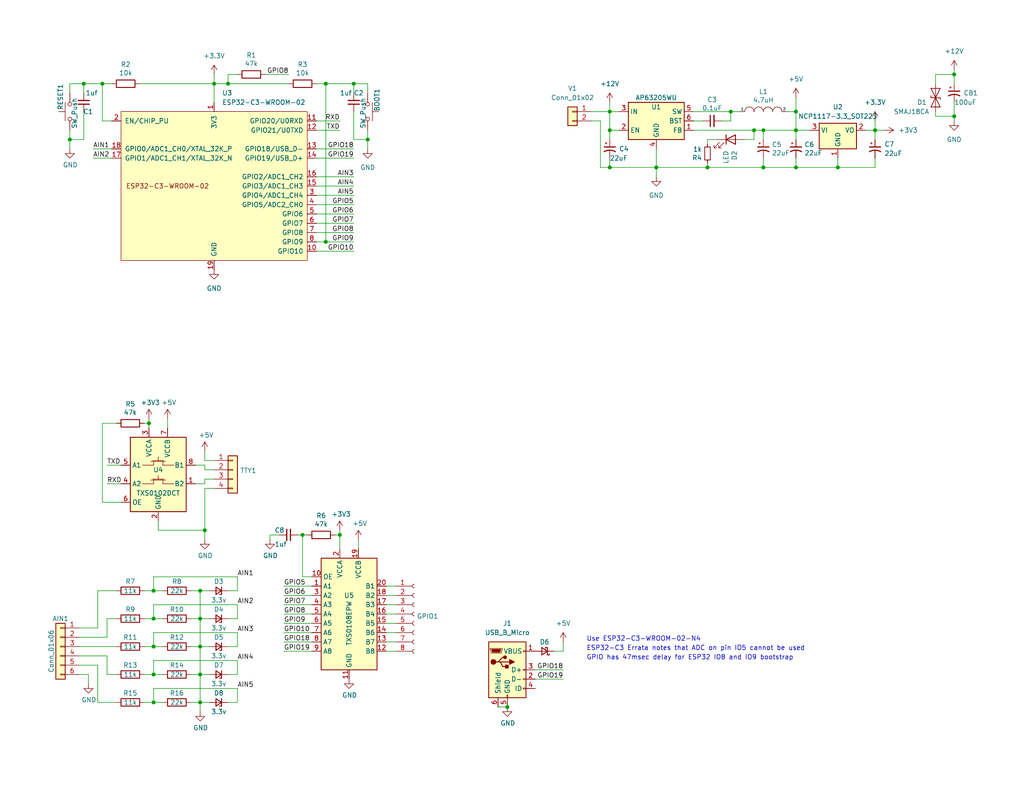
<source format=kicad_sch>
(kicad_sch (version 20230121) (generator eeschema)

  (uuid dd8844b3-8da5-475e-be7b-df38aec3ae9d)

  (paper "A")

  (title_block
    (title "Crystal - ESP32-C3 wifi adapter")
    (date "2023-07-26")
    (company "SeraphimLabs LLC")
  )

  (lib_symbols
    (symbol "Connector:USB_B_Micro" (pin_names (offset 1.016)) (in_bom yes) (on_board yes)
      (property "Reference" "J" (at -5.08 11.43 0)
        (effects (font (size 1.27 1.27)) (justify left))
      )
      (property "Value" "USB_B_Micro" (at -5.08 8.89 0)
        (effects (font (size 1.27 1.27)) (justify left))
      )
      (property "Footprint" "" (at 3.81 -1.27 0)
        (effects (font (size 1.27 1.27)) hide)
      )
      (property "Datasheet" "~" (at 3.81 -1.27 0)
        (effects (font (size 1.27 1.27)) hide)
      )
      (property "ki_keywords" "connector USB micro" (at 0 0 0)
        (effects (font (size 1.27 1.27)) hide)
      )
      (property "ki_description" "USB Micro Type B connector" (at 0 0 0)
        (effects (font (size 1.27 1.27)) hide)
      )
      (property "ki_fp_filters" "USB*" (at 0 0 0)
        (effects (font (size 1.27 1.27)) hide)
      )
      (symbol "USB_B_Micro_0_1"
        (rectangle (start -5.08 -7.62) (end 5.08 7.62)
          (stroke (width 0.254) (type default))
          (fill (type background))
        )
        (circle (center -3.81 2.159) (radius 0.635)
          (stroke (width 0.254) (type default))
          (fill (type outline))
        )
        (circle (center -0.635 3.429) (radius 0.381)
          (stroke (width 0.254) (type default))
          (fill (type outline))
        )
        (rectangle (start -0.127 -7.62) (end 0.127 -6.858)
          (stroke (width 0) (type default))
          (fill (type none))
        )
        (polyline
          (pts
            (xy -1.905 2.159)
            (xy 0.635 2.159)
          )
          (stroke (width 0.254) (type default))
          (fill (type none))
        )
        (polyline
          (pts
            (xy -3.175 2.159)
            (xy -2.54 2.159)
            (xy -1.27 3.429)
            (xy -0.635 3.429)
          )
          (stroke (width 0.254) (type default))
          (fill (type none))
        )
        (polyline
          (pts
            (xy -2.54 2.159)
            (xy -1.905 2.159)
            (xy -1.27 0.889)
            (xy 0 0.889)
          )
          (stroke (width 0.254) (type default))
          (fill (type none))
        )
        (polyline
          (pts
            (xy 0.635 2.794)
            (xy 0.635 1.524)
            (xy 1.905 2.159)
            (xy 0.635 2.794)
          )
          (stroke (width 0.254) (type default))
          (fill (type outline))
        )
        (polyline
          (pts
            (xy -4.318 5.588)
            (xy -1.778 5.588)
            (xy -2.032 4.826)
            (xy -4.064 4.826)
            (xy -4.318 5.588)
          )
          (stroke (width 0) (type default))
          (fill (type outline))
        )
        (polyline
          (pts
            (xy -4.699 5.842)
            (xy -4.699 5.588)
            (xy -4.445 4.826)
            (xy -4.445 4.572)
            (xy -1.651 4.572)
            (xy -1.651 4.826)
            (xy -1.397 5.588)
            (xy -1.397 5.842)
            (xy -4.699 5.842)
          )
          (stroke (width 0) (type default))
          (fill (type none))
        )
        (rectangle (start 0.254 1.27) (end -0.508 0.508)
          (stroke (width 0.254) (type default))
          (fill (type outline))
        )
        (rectangle (start 5.08 -5.207) (end 4.318 -4.953)
          (stroke (width 0) (type default))
          (fill (type none))
        )
        (rectangle (start 5.08 -2.667) (end 4.318 -2.413)
          (stroke (width 0) (type default))
          (fill (type none))
        )
        (rectangle (start 5.08 -0.127) (end 4.318 0.127)
          (stroke (width 0) (type default))
          (fill (type none))
        )
        (rectangle (start 5.08 4.953) (end 4.318 5.207)
          (stroke (width 0) (type default))
          (fill (type none))
        )
      )
      (symbol "USB_B_Micro_1_1"
        (pin power_out line (at 7.62 5.08 180) (length 2.54)
          (name "VBUS" (effects (font (size 1.27 1.27))))
          (number "1" (effects (font (size 1.27 1.27))))
        )
        (pin bidirectional line (at 7.62 -2.54 180) (length 2.54)
          (name "D-" (effects (font (size 1.27 1.27))))
          (number "2" (effects (font (size 1.27 1.27))))
        )
        (pin bidirectional line (at 7.62 0 180) (length 2.54)
          (name "D+" (effects (font (size 1.27 1.27))))
          (number "3" (effects (font (size 1.27 1.27))))
        )
        (pin passive line (at 7.62 -5.08 180) (length 2.54)
          (name "ID" (effects (font (size 1.27 1.27))))
          (number "4" (effects (font (size 1.27 1.27))))
        )
        (pin power_out line (at 0 -10.16 90) (length 2.54)
          (name "GND" (effects (font (size 1.27 1.27))))
          (number "5" (effects (font (size 1.27 1.27))))
        )
        (pin passive line (at -2.54 -10.16 90) (length 2.54)
          (name "Shield" (effects (font (size 1.27 1.27))))
          (number "6" (effects (font (size 1.27 1.27))))
        )
      )
    )
    (symbol "Connector_Generic:Conn_01x02" (pin_names (offset 1.016) hide) (in_bom yes) (on_board yes)
      (property "Reference" "J" (at 0 2.54 0)
        (effects (font (size 1.27 1.27)))
      )
      (property "Value" "Conn_01x02" (at 0 -5.08 0)
        (effects (font (size 1.27 1.27)))
      )
      (property "Footprint" "" (at 0 0 0)
        (effects (font (size 1.27 1.27)) hide)
      )
      (property "Datasheet" "~" (at 0 0 0)
        (effects (font (size 1.27 1.27)) hide)
      )
      (property "ki_keywords" "connector" (at 0 0 0)
        (effects (font (size 1.27 1.27)) hide)
      )
      (property "ki_description" "Generic connector, single row, 01x02, script generated (kicad-library-utils/schlib/autogen/connector/)" (at 0 0 0)
        (effects (font (size 1.27 1.27)) hide)
      )
      (property "ki_fp_filters" "Connector*:*_1x??_*" (at 0 0 0)
        (effects (font (size 1.27 1.27)) hide)
      )
      (symbol "Conn_01x02_1_1"
        (rectangle (start -1.27 -2.413) (end 0 -2.667)
          (stroke (width 0.1524) (type default))
          (fill (type none))
        )
        (rectangle (start -1.27 0.127) (end 0 -0.127)
          (stroke (width 0.1524) (type default))
          (fill (type none))
        )
        (rectangle (start -1.27 1.27) (end 1.27 -3.81)
          (stroke (width 0.254) (type default))
          (fill (type background))
        )
        (pin passive line (at -5.08 0 0) (length 3.81)
          (name "Pin_1" (effects (font (size 1.27 1.27))))
          (number "1" (effects (font (size 1.27 1.27))))
        )
        (pin passive line (at -5.08 -2.54 0) (length 3.81)
          (name "Pin_2" (effects (font (size 1.27 1.27))))
          (number "2" (effects (font (size 1.27 1.27))))
        )
      )
    )
    (symbol "Connector_Generic:Conn_01x04" (pin_names (offset 1.016) hide) (in_bom yes) (on_board yes)
      (property "Reference" "J" (at 0 5.08 0)
        (effects (font (size 1.27 1.27)))
      )
      (property "Value" "Conn_01x04" (at 0 -7.62 0)
        (effects (font (size 1.27 1.27)))
      )
      (property "Footprint" "" (at 0 0 0)
        (effects (font (size 1.27 1.27)) hide)
      )
      (property "Datasheet" "~" (at 0 0 0)
        (effects (font (size 1.27 1.27)) hide)
      )
      (property "ki_keywords" "connector" (at 0 0 0)
        (effects (font (size 1.27 1.27)) hide)
      )
      (property "ki_description" "Generic connector, single row, 01x04, script generated (kicad-library-utils/schlib/autogen/connector/)" (at 0 0 0)
        (effects (font (size 1.27 1.27)) hide)
      )
      (property "ki_fp_filters" "Connector*:*_1x??_*" (at 0 0 0)
        (effects (font (size 1.27 1.27)) hide)
      )
      (symbol "Conn_01x04_1_1"
        (rectangle (start -1.27 -4.953) (end 0 -5.207)
          (stroke (width 0.1524) (type default))
          (fill (type none))
        )
        (rectangle (start -1.27 -2.413) (end 0 -2.667)
          (stroke (width 0.1524) (type default))
          (fill (type none))
        )
        (rectangle (start -1.27 0.127) (end 0 -0.127)
          (stroke (width 0.1524) (type default))
          (fill (type none))
        )
        (rectangle (start -1.27 2.667) (end 0 2.413)
          (stroke (width 0.1524) (type default))
          (fill (type none))
        )
        (rectangle (start -1.27 3.81) (end 1.27 -6.35)
          (stroke (width 0.254) (type default))
          (fill (type background))
        )
        (pin passive line (at -5.08 2.54 0) (length 3.81)
          (name "Pin_1" (effects (font (size 1.27 1.27))))
          (number "1" (effects (font (size 1.27 1.27))))
        )
        (pin passive line (at -5.08 0 0) (length 3.81)
          (name "Pin_2" (effects (font (size 1.27 1.27))))
          (number "2" (effects (font (size 1.27 1.27))))
        )
        (pin passive line (at -5.08 -2.54 0) (length 3.81)
          (name "Pin_3" (effects (font (size 1.27 1.27))))
          (number "3" (effects (font (size 1.27 1.27))))
        )
        (pin passive line (at -5.08 -5.08 0) (length 3.81)
          (name "Pin_4" (effects (font (size 1.27 1.27))))
          (number "4" (effects (font (size 1.27 1.27))))
        )
      )
    )
    (symbol "Connector_Generic:Conn_01x06" (pin_names (offset 1.016) hide) (in_bom yes) (on_board yes)
      (property "Reference" "J" (at 0 7.62 0)
        (effects (font (size 1.27 1.27)))
      )
      (property "Value" "Conn_01x06" (at 0 -10.16 0)
        (effects (font (size 1.27 1.27)))
      )
      (property "Footprint" "" (at 0 0 0)
        (effects (font (size 1.27 1.27)) hide)
      )
      (property "Datasheet" "~" (at 0 0 0)
        (effects (font (size 1.27 1.27)) hide)
      )
      (property "ki_keywords" "connector" (at 0 0 0)
        (effects (font (size 1.27 1.27)) hide)
      )
      (property "ki_description" "Generic connector, single row, 01x06, script generated (kicad-library-utils/schlib/autogen/connector/)" (at 0 0 0)
        (effects (font (size 1.27 1.27)) hide)
      )
      (property "ki_fp_filters" "Connector*:*_1x??_*" (at 0 0 0)
        (effects (font (size 1.27 1.27)) hide)
      )
      (symbol "Conn_01x06_1_1"
        (rectangle (start -1.27 -7.493) (end 0 -7.747)
          (stroke (width 0.1524) (type default))
          (fill (type none))
        )
        (rectangle (start -1.27 -4.953) (end 0 -5.207)
          (stroke (width 0.1524) (type default))
          (fill (type none))
        )
        (rectangle (start -1.27 -2.413) (end 0 -2.667)
          (stroke (width 0.1524) (type default))
          (fill (type none))
        )
        (rectangle (start -1.27 0.127) (end 0 -0.127)
          (stroke (width 0.1524) (type default))
          (fill (type none))
        )
        (rectangle (start -1.27 2.667) (end 0 2.413)
          (stroke (width 0.1524) (type default))
          (fill (type none))
        )
        (rectangle (start -1.27 5.207) (end 0 4.953)
          (stroke (width 0.1524) (type default))
          (fill (type none))
        )
        (rectangle (start -1.27 6.35) (end 1.27 -8.89)
          (stroke (width 0.254) (type default))
          (fill (type background))
        )
        (pin passive line (at -5.08 5.08 0) (length 3.81)
          (name "Pin_1" (effects (font (size 1.27 1.27))))
          (number "1" (effects (font (size 1.27 1.27))))
        )
        (pin passive line (at -5.08 2.54 0) (length 3.81)
          (name "Pin_2" (effects (font (size 1.27 1.27))))
          (number "2" (effects (font (size 1.27 1.27))))
        )
        (pin passive line (at -5.08 0 0) (length 3.81)
          (name "Pin_3" (effects (font (size 1.27 1.27))))
          (number "3" (effects (font (size 1.27 1.27))))
        )
        (pin passive line (at -5.08 -2.54 0) (length 3.81)
          (name "Pin_4" (effects (font (size 1.27 1.27))))
          (number "4" (effects (font (size 1.27 1.27))))
        )
        (pin passive line (at -5.08 -5.08 0) (length 3.81)
          (name "Pin_5" (effects (font (size 1.27 1.27))))
          (number "5" (effects (font (size 1.27 1.27))))
        )
        (pin passive line (at -5.08 -7.62 0) (length 3.81)
          (name "Pin_6" (effects (font (size 1.27 1.27))))
          (number "6" (effects (font (size 1.27 1.27))))
        )
      )
    )
    (symbol "Device:C_Polarized_Small_US" (pin_numbers hide) (pin_names (offset 0.254) hide) (in_bom yes) (on_board yes)
      (property "Reference" "C" (at 0.254 1.778 0)
        (effects (font (size 1.27 1.27)) (justify left))
      )
      (property "Value" "C_Polarized_Small_US" (at 0.254 -2.032 0)
        (effects (font (size 1.27 1.27)) (justify left))
      )
      (property "Footprint" "" (at 0 0 0)
        (effects (font (size 1.27 1.27)) hide)
      )
      (property "Datasheet" "~" (at 0 0 0)
        (effects (font (size 1.27 1.27)) hide)
      )
      (property "ki_keywords" "cap capacitor" (at 0 0 0)
        (effects (font (size 1.27 1.27)) hide)
      )
      (property "ki_description" "Polarized capacitor, small US symbol" (at 0 0 0)
        (effects (font (size 1.27 1.27)) hide)
      )
      (property "ki_fp_filters" "CP_*" (at 0 0 0)
        (effects (font (size 1.27 1.27)) hide)
      )
      (symbol "C_Polarized_Small_US_0_1"
        (polyline
          (pts
            (xy -1.524 0.508)
            (xy 1.524 0.508)
          )
          (stroke (width 0.3048) (type default))
          (fill (type none))
        )
        (polyline
          (pts
            (xy -1.27 1.524)
            (xy -0.762 1.524)
          )
          (stroke (width 0) (type default))
          (fill (type none))
        )
        (polyline
          (pts
            (xy -1.016 1.27)
            (xy -1.016 1.778)
          )
          (stroke (width 0) (type default))
          (fill (type none))
        )
        (arc (start 1.524 -0.762) (mid 0 -0.3734) (end -1.524 -0.762)
          (stroke (width 0.3048) (type default))
          (fill (type none))
        )
      )
      (symbol "C_Polarized_Small_US_1_1"
        (pin passive line (at 0 2.54 270) (length 2.032)
          (name "~" (effects (font (size 1.27 1.27))))
          (number "1" (effects (font (size 1.27 1.27))))
        )
        (pin passive line (at 0 -2.54 90) (length 2.032)
          (name "~" (effects (font (size 1.27 1.27))))
          (number "2" (effects (font (size 1.27 1.27))))
        )
      )
    )
    (symbol "Device:C_Small" (pin_numbers hide) (pin_names (offset 0.254) hide) (in_bom yes) (on_board yes)
      (property "Reference" "C" (at 0.254 1.778 0)
        (effects (font (size 1.27 1.27)) (justify left))
      )
      (property "Value" "C_Small" (at 0.254 -2.032 0)
        (effects (font (size 1.27 1.27)) (justify left))
      )
      (property "Footprint" "" (at 0 0 0)
        (effects (font (size 1.27 1.27)) hide)
      )
      (property "Datasheet" "~" (at 0 0 0)
        (effects (font (size 1.27 1.27)) hide)
      )
      (property "ki_keywords" "capacitor cap" (at 0 0 0)
        (effects (font (size 1.27 1.27)) hide)
      )
      (property "ki_description" "Unpolarized capacitor, small symbol" (at 0 0 0)
        (effects (font (size 1.27 1.27)) hide)
      )
      (property "ki_fp_filters" "C_*" (at 0 0 0)
        (effects (font (size 1.27 1.27)) hide)
      )
      (symbol "C_Small_0_1"
        (polyline
          (pts
            (xy -1.524 -0.508)
            (xy 1.524 -0.508)
          )
          (stroke (width 0.3302) (type default))
          (fill (type none))
        )
        (polyline
          (pts
            (xy -1.524 0.508)
            (xy 1.524 0.508)
          )
          (stroke (width 0.3048) (type default))
          (fill (type none))
        )
      )
      (symbol "C_Small_1_1"
        (pin passive line (at 0 2.54 270) (length 2.032)
          (name "~" (effects (font (size 1.27 1.27))))
          (number "1" (effects (font (size 1.27 1.27))))
        )
        (pin passive line (at 0 -2.54 90) (length 2.032)
          (name "~" (effects (font (size 1.27 1.27))))
          (number "2" (effects (font (size 1.27 1.27))))
        )
      )
    )
    (symbol "Device:D_Schottky_Small" (pin_numbers hide) (pin_names (offset 0.254) hide) (in_bom yes) (on_board yes)
      (property "Reference" "D" (at -1.27 2.032 0)
        (effects (font (size 1.27 1.27)) (justify left))
      )
      (property "Value" "D_Schottky_Small" (at -7.112 -2.032 0)
        (effects (font (size 1.27 1.27)) (justify left))
      )
      (property "Footprint" "" (at 0 0 90)
        (effects (font (size 1.27 1.27)) hide)
      )
      (property "Datasheet" "~" (at 0 0 90)
        (effects (font (size 1.27 1.27)) hide)
      )
      (property "ki_keywords" "diode Schottky" (at 0 0 0)
        (effects (font (size 1.27 1.27)) hide)
      )
      (property "ki_description" "Schottky diode, small symbol" (at 0 0 0)
        (effects (font (size 1.27 1.27)) hide)
      )
      (property "ki_fp_filters" "TO-???* *_Diode_* *SingleDiode* D_*" (at 0 0 0)
        (effects (font (size 1.27 1.27)) hide)
      )
      (symbol "D_Schottky_Small_0_1"
        (polyline
          (pts
            (xy -0.762 0)
            (xy 0.762 0)
          )
          (stroke (width 0) (type default))
          (fill (type none))
        )
        (polyline
          (pts
            (xy 0.762 -1.016)
            (xy -0.762 0)
            (xy 0.762 1.016)
            (xy 0.762 -1.016)
          )
          (stroke (width 0.254) (type default))
          (fill (type none))
        )
        (polyline
          (pts
            (xy -1.27 0.762)
            (xy -1.27 1.016)
            (xy -0.762 1.016)
            (xy -0.762 -1.016)
            (xy -0.254 -1.016)
            (xy -0.254 -0.762)
          )
          (stroke (width 0.254) (type default))
          (fill (type none))
        )
      )
      (symbol "D_Schottky_Small_1_1"
        (pin passive line (at -2.54 0 0) (length 1.778)
          (name "K" (effects (font (size 1.27 1.27))))
          (number "1" (effects (font (size 1.27 1.27))))
        )
        (pin passive line (at 2.54 0 180) (length 1.778)
          (name "A" (effects (font (size 1.27 1.27))))
          (number "2" (effects (font (size 1.27 1.27))))
        )
      )
    )
    (symbol "Device:D_Zener_Small" (pin_numbers hide) (pin_names (offset 0.254) hide) (in_bom yes) (on_board yes)
      (property "Reference" "D" (at 0 2.286 0)
        (effects (font (size 1.27 1.27)))
      )
      (property "Value" "D_Zener_Small" (at 0 -2.286 0)
        (effects (font (size 1.27 1.27)))
      )
      (property "Footprint" "" (at 0 0 90)
        (effects (font (size 1.27 1.27)) hide)
      )
      (property "Datasheet" "~" (at 0 0 90)
        (effects (font (size 1.27 1.27)) hide)
      )
      (property "ki_keywords" "diode" (at 0 0 0)
        (effects (font (size 1.27 1.27)) hide)
      )
      (property "ki_description" "Zener diode, small symbol" (at 0 0 0)
        (effects (font (size 1.27 1.27)) hide)
      )
      (property "ki_fp_filters" "TO-???* *_Diode_* *SingleDiode* D_*" (at 0 0 0)
        (effects (font (size 1.27 1.27)) hide)
      )
      (symbol "D_Zener_Small_0_1"
        (polyline
          (pts
            (xy 0.762 0)
            (xy -0.762 0)
          )
          (stroke (width 0) (type default))
          (fill (type none))
        )
        (polyline
          (pts
            (xy -0.254 1.016)
            (xy -0.762 1.016)
            (xy -0.762 -1.016)
          )
          (stroke (width 0.254) (type default))
          (fill (type none))
        )
        (polyline
          (pts
            (xy 0.762 1.016)
            (xy -0.762 0)
            (xy 0.762 -1.016)
            (xy 0.762 1.016)
          )
          (stroke (width 0.254) (type default))
          (fill (type none))
        )
      )
      (symbol "D_Zener_Small_1_1"
        (pin passive line (at -2.54 0 0) (length 1.778)
          (name "K" (effects (font (size 1.27 1.27))))
          (number "1" (effects (font (size 1.27 1.27))))
        )
        (pin passive line (at 2.54 0 180) (length 1.778)
          (name "A" (effects (font (size 1.27 1.27))))
          (number "2" (effects (font (size 1.27 1.27))))
        )
      )
    )
    (symbol "Device:LED" (pin_numbers hide) (pin_names (offset 1.016) hide) (in_bom yes) (on_board yes)
      (property "Reference" "D" (at 0 2.54 0)
        (effects (font (size 1.27 1.27)))
      )
      (property "Value" "LED" (at 0 -2.54 0)
        (effects (font (size 1.27 1.27)))
      )
      (property "Footprint" "" (at 0 0 0)
        (effects (font (size 1.27 1.27)) hide)
      )
      (property "Datasheet" "~" (at 0 0 0)
        (effects (font (size 1.27 1.27)) hide)
      )
      (property "ki_keywords" "LED diode" (at 0 0 0)
        (effects (font (size 1.27 1.27)) hide)
      )
      (property "ki_description" "Light emitting diode" (at 0 0 0)
        (effects (font (size 1.27 1.27)) hide)
      )
      (property "ki_fp_filters" "LED* LED_SMD:* LED_THT:*" (at 0 0 0)
        (effects (font (size 1.27 1.27)) hide)
      )
      (symbol "LED_0_1"
        (polyline
          (pts
            (xy -1.27 -1.27)
            (xy -1.27 1.27)
          )
          (stroke (width 0.254) (type default))
          (fill (type none))
        )
        (polyline
          (pts
            (xy -1.27 0)
            (xy 1.27 0)
          )
          (stroke (width 0) (type default))
          (fill (type none))
        )
        (polyline
          (pts
            (xy 1.27 -1.27)
            (xy 1.27 1.27)
            (xy -1.27 0)
            (xy 1.27 -1.27)
          )
          (stroke (width 0.254) (type default))
          (fill (type none))
        )
        (polyline
          (pts
            (xy -3.048 -0.762)
            (xy -4.572 -2.286)
            (xy -3.81 -2.286)
            (xy -4.572 -2.286)
            (xy -4.572 -1.524)
          )
          (stroke (width 0) (type default))
          (fill (type none))
        )
        (polyline
          (pts
            (xy -1.778 -0.762)
            (xy -3.302 -2.286)
            (xy -2.54 -2.286)
            (xy -3.302 -2.286)
            (xy -3.302 -1.524)
          )
          (stroke (width 0) (type default))
          (fill (type none))
        )
      )
      (symbol "LED_1_1"
        (pin passive line (at -3.81 0 0) (length 2.54)
          (name "K" (effects (font (size 1.27 1.27))))
          (number "1" (effects (font (size 1.27 1.27))))
        )
        (pin passive line (at 3.81 0 180) (length 2.54)
          (name "A" (effects (font (size 1.27 1.27))))
          (number "2" (effects (font (size 1.27 1.27))))
        )
      )
    )
    (symbol "Device:R" (pin_numbers hide) (pin_names (offset 0)) (in_bom yes) (on_board yes)
      (property "Reference" "R" (at 2.032 0 90)
        (effects (font (size 1.27 1.27)))
      )
      (property "Value" "R" (at 0 0 90)
        (effects (font (size 1.27 1.27)))
      )
      (property "Footprint" "" (at -1.778 0 90)
        (effects (font (size 1.27 1.27)) hide)
      )
      (property "Datasheet" "~" (at 0 0 0)
        (effects (font (size 1.27 1.27)) hide)
      )
      (property "ki_keywords" "R res resistor" (at 0 0 0)
        (effects (font (size 1.27 1.27)) hide)
      )
      (property "ki_description" "Resistor" (at 0 0 0)
        (effects (font (size 1.27 1.27)) hide)
      )
      (property "ki_fp_filters" "R_*" (at 0 0 0)
        (effects (font (size 1.27 1.27)) hide)
      )
      (symbol "R_0_1"
        (rectangle (start -1.016 -2.54) (end 1.016 2.54)
          (stroke (width 0.254) (type default))
          (fill (type none))
        )
      )
      (symbol "R_1_1"
        (pin passive line (at 0 3.81 270) (length 1.27)
          (name "~" (effects (font (size 1.27 1.27))))
          (number "1" (effects (font (size 1.27 1.27))))
        )
        (pin passive line (at 0 -3.81 90) (length 1.27)
          (name "~" (effects (font (size 1.27 1.27))))
          (number "2" (effects (font (size 1.27 1.27))))
        )
      )
    )
    (symbol "Device:R_Small" (pin_numbers hide) (pin_names (offset 0.254) hide) (in_bom yes) (on_board yes)
      (property "Reference" "R" (at 0.762 0.508 0)
        (effects (font (size 1.27 1.27)) (justify left))
      )
      (property "Value" "R_Small" (at 0.762 -1.016 0)
        (effects (font (size 1.27 1.27)) (justify left))
      )
      (property "Footprint" "" (at 0 0 0)
        (effects (font (size 1.27 1.27)) hide)
      )
      (property "Datasheet" "~" (at 0 0 0)
        (effects (font (size 1.27 1.27)) hide)
      )
      (property "ki_keywords" "R resistor" (at 0 0 0)
        (effects (font (size 1.27 1.27)) hide)
      )
      (property "ki_description" "Resistor, small symbol" (at 0 0 0)
        (effects (font (size 1.27 1.27)) hide)
      )
      (property "ki_fp_filters" "R_*" (at 0 0 0)
        (effects (font (size 1.27 1.27)) hide)
      )
      (symbol "R_Small_0_1"
        (rectangle (start -0.762 1.778) (end 0.762 -1.778)
          (stroke (width 0.2032) (type default))
          (fill (type none))
        )
      )
      (symbol "R_Small_1_1"
        (pin passive line (at 0 2.54 270) (length 0.762)
          (name "~" (effects (font (size 1.27 1.27))))
          (number "1" (effects (font (size 1.27 1.27))))
        )
        (pin passive line (at 0 -2.54 90) (length 0.762)
          (name "~" (effects (font (size 1.27 1.27))))
          (number "2" (effects (font (size 1.27 1.27))))
        )
      )
    )
    (symbol "Diode:SMAJ18CA" (pin_numbers hide) (pin_names (offset 1.016) hide) (in_bom yes) (on_board yes)
      (property "Reference" "D" (at 0 2.54 0)
        (effects (font (size 1.27 1.27)))
      )
      (property "Value" "SMAJ18CA" (at 0 -2.54 0)
        (effects (font (size 1.27 1.27)))
      )
      (property "Footprint" "Diode_SMD:D_SMA" (at 0 -5.08 0)
        (effects (font (size 1.27 1.27)) hide)
      )
      (property "Datasheet" "https://www.littelfuse.com/media?resourcetype=datasheets&itemid=75e32973-b177-4ee3-a0ff-cedaf1abdb93&filename=smaj-datasheet" (at 0 0 0)
        (effects (font (size 1.27 1.27)) hide)
      )
      (property "ki_keywords" "bidirectional diode TVS voltage suppressor" (at 0 0 0)
        (effects (font (size 1.27 1.27)) hide)
      )
      (property "ki_description" "400W bidirectional Transient Voltage Suppressor, 18.0Vr, SMA(DO-214AC)" (at 0 0 0)
        (effects (font (size 1.27 1.27)) hide)
      )
      (property "ki_fp_filters" "D*SMA*" (at 0 0 0)
        (effects (font (size 1.27 1.27)) hide)
      )
      (symbol "SMAJ18CA_0_1"
        (polyline
          (pts
            (xy 1.27 0)
            (xy -1.27 0)
          )
          (stroke (width 0) (type default))
          (fill (type none))
        )
        (polyline
          (pts
            (xy -2.54 -1.27)
            (xy 0 0)
            (xy -2.54 1.27)
            (xy -2.54 -1.27)
          )
          (stroke (width 0.2032) (type default))
          (fill (type none))
        )
        (polyline
          (pts
            (xy 0.508 1.27)
            (xy 0 1.27)
            (xy 0 -1.27)
            (xy -0.508 -1.27)
          )
          (stroke (width 0.2032) (type default))
          (fill (type none))
        )
        (polyline
          (pts
            (xy 2.54 1.27)
            (xy 2.54 -1.27)
            (xy 0 0)
            (xy 2.54 1.27)
          )
          (stroke (width 0.2032) (type default))
          (fill (type none))
        )
      )
      (symbol "SMAJ18CA_1_1"
        (pin passive line (at -3.81 0 0) (length 2.54)
          (name "A1" (effects (font (size 1.27 1.27))))
          (number "1" (effects (font (size 1.27 1.27))))
        )
        (pin passive line (at 3.81 0 180) (length 2.54)
          (name "A2" (effects (font (size 1.27 1.27))))
          (number "2" (effects (font (size 1.27 1.27))))
        )
      )
    )
    (symbol "ESP32-C3 WIFI-rescue:+3.3V-power" (power) (pin_names (offset 0)) (in_bom yes) (on_board yes)
      (property "Reference" "#PWR" (at 0 -3.81 0)
        (effects (font (size 1.27 1.27)) hide)
      )
      (property "Value" "+3.3V-power" (at 0 3.556 0)
        (effects (font (size 1.27 1.27)))
      )
      (property "Footprint" "" (at 0 0 0)
        (effects (font (size 1.27 1.27)) hide)
      )
      (property "Datasheet" "" (at 0 0 0)
        (effects (font (size 1.27 1.27)) hide)
      )
      (symbol "+3.3V-power_0_1"
        (polyline
          (pts
            (xy -0.762 1.27)
            (xy 0 2.54)
          )
          (stroke (width 0) (type solid))
          (fill (type none))
        )
        (polyline
          (pts
            (xy 0 0)
            (xy 0 2.54)
          )
          (stroke (width 0) (type solid))
          (fill (type none))
        )
        (polyline
          (pts
            (xy 0 2.54)
            (xy 0.762 1.27)
          )
          (stroke (width 0) (type solid))
          (fill (type none))
        )
      )
      (symbol "+3.3V-power_1_1"
        (pin power_in line (at 0 0 90) (length 0) hide
          (name "+3V3" (effects (font (size 1.27 1.27))))
          (number "1" (effects (font (size 1.27 1.27))))
        )
      )
    )
    (symbol "ESP32-C3 WIFI-rescue:Conn_01x08_Female-Connector" (pin_names (offset 1.016) hide) (in_bom yes) (on_board yes)
      (property "Reference" "J" (at 0 10.16 0)
        (effects (font (size 1.27 1.27)))
      )
      (property "Value" "Connector_Conn_01x08_Female" (at 0 -12.7 0)
        (effects (font (size 1.27 1.27)))
      )
      (property "Footprint" "" (at 0 0 0)
        (effects (font (size 1.27 1.27)) hide)
      )
      (property "Datasheet" "" (at 0 0 0)
        (effects (font (size 1.27 1.27)) hide)
      )
      (property "ki_fp_filters" "Connector*:*_1x??_*" (at 0 0 0)
        (effects (font (size 1.27 1.27)) hide)
      )
      (symbol "Conn_01x08_Female-Connector_1_1"
        (arc (start 0 -9.652) (mid -0.5058 -10.16) (end 0 -10.668)
          (stroke (width 0.1524) (type solid))
          (fill (type none))
        )
        (arc (start 0 -7.112) (mid -0.5058 -7.62) (end 0 -8.128)
          (stroke (width 0.1524) (type solid))
          (fill (type none))
        )
        (arc (start 0 -4.572) (mid -0.5058 -5.08) (end 0 -5.588)
          (stroke (width 0.1524) (type solid))
          (fill (type none))
        )
        (arc (start 0 -2.032) (mid -0.5058 -2.54) (end 0 -3.048)
          (stroke (width 0.1524) (type solid))
          (fill (type none))
        )
        (polyline
          (pts
            (xy -1.27 -10.16)
            (xy -0.508 -10.16)
          )
          (stroke (width 0.1524) (type solid))
          (fill (type none))
        )
        (polyline
          (pts
            (xy -1.27 -7.62)
            (xy -0.508 -7.62)
          )
          (stroke (width 0.1524) (type solid))
          (fill (type none))
        )
        (polyline
          (pts
            (xy -1.27 -5.08)
            (xy -0.508 -5.08)
          )
          (stroke (width 0.1524) (type solid))
          (fill (type none))
        )
        (polyline
          (pts
            (xy -1.27 -2.54)
            (xy -0.508 -2.54)
          )
          (stroke (width 0.1524) (type solid))
          (fill (type none))
        )
        (polyline
          (pts
            (xy -1.27 0)
            (xy -0.508 0)
          )
          (stroke (width 0.1524) (type solid))
          (fill (type none))
        )
        (polyline
          (pts
            (xy -1.27 2.54)
            (xy -0.508 2.54)
          )
          (stroke (width 0.1524) (type solid))
          (fill (type none))
        )
        (polyline
          (pts
            (xy -1.27 5.08)
            (xy -0.508 5.08)
          )
          (stroke (width 0.1524) (type solid))
          (fill (type none))
        )
        (polyline
          (pts
            (xy -1.27 7.62)
            (xy -0.508 7.62)
          )
          (stroke (width 0.1524) (type solid))
          (fill (type none))
        )
        (arc (start 0 0.508) (mid -0.5058 0) (end 0 -0.508)
          (stroke (width 0.1524) (type solid))
          (fill (type none))
        )
        (arc (start 0 3.048) (mid -0.5058 2.54) (end 0 2.032)
          (stroke (width 0.1524) (type solid))
          (fill (type none))
        )
        (arc (start 0 5.588) (mid -0.5058 5.08) (end 0 4.572)
          (stroke (width 0.1524) (type solid))
          (fill (type none))
        )
        (arc (start 0 8.128) (mid -0.5058 7.62) (end 0 7.112)
          (stroke (width 0.1524) (type solid))
          (fill (type none))
        )
        (pin passive line (at -5.08 7.62 0) (length 3.81)
          (name "Pin_1" (effects (font (size 1.27 1.27))))
          (number "1" (effects (font (size 1.27 1.27))))
        )
        (pin passive line (at -5.08 5.08 0) (length 3.81)
          (name "Pin_2" (effects (font (size 1.27 1.27))))
          (number "2" (effects (font (size 1.27 1.27))))
        )
        (pin passive line (at -5.08 2.54 0) (length 3.81)
          (name "Pin_3" (effects (font (size 1.27 1.27))))
          (number "3" (effects (font (size 1.27 1.27))))
        )
        (pin passive line (at -5.08 0 0) (length 3.81)
          (name "Pin_4" (effects (font (size 1.27 1.27))))
          (number "4" (effects (font (size 1.27 1.27))))
        )
        (pin passive line (at -5.08 -2.54 0) (length 3.81)
          (name "Pin_5" (effects (font (size 1.27 1.27))))
          (number "5" (effects (font (size 1.27 1.27))))
        )
        (pin passive line (at -5.08 -5.08 0) (length 3.81)
          (name "Pin_6" (effects (font (size 1.27 1.27))))
          (number "6" (effects (font (size 1.27 1.27))))
        )
        (pin passive line (at -5.08 -7.62 0) (length 3.81)
          (name "Pin_7" (effects (font (size 1.27 1.27))))
          (number "7" (effects (font (size 1.27 1.27))))
        )
        (pin passive line (at -5.08 -10.16 0) (length 3.81)
          (name "Pin_8" (effects (font (size 1.27 1.27))))
          (number "8" (effects (font (size 1.27 1.27))))
        )
      )
    )
    (symbol "Espressif:ESP32-C3-WROOM-02" (pin_names (offset 1.016)) (in_bom yes) (on_board yes)
      (property "Reference" "U" (at -25.4 25.4 0)
        (effects (font (size 1.27 1.27)) (justify left))
      )
      (property "Value" "ESP32-C3-WROOM-02" (at -25.4 22.86 0)
        (effects (font (size 1.27 1.27)) (justify left))
      )
      (property "Footprint" "Espressif:ESP32-C3-WROOM-02" (at 0 -30.48 0)
        (effects (font (size 1.27 1.27)) hide)
      )
      (property "Datasheet" "https://www.espressif.com/sites/default/files/documentation/esp32-c3-wroom-02_datasheet_en.pdf" (at -2.54 -33.02 0)
        (effects (font (size 1.27 1.27)) hide)
      )
      (property "ki_keywords" "esp32-c3 module" (at 0 0 0)
        (effects (font (size 1.27 1.27)) hide)
      )
      (property "ki_description" "ESP32-C3-WROOM-02 is a general-purpose Wi-Fi and Bluetooth LE module. This module features a rich set of peripherals and high performance, which makes it an ideal choice for smart home, industrial automation, health care, consumer electronics, etc." (at 0 0 0)
        (effects (font (size 1.27 1.27)) hide)
      )
      (symbol "ESP32-C3-WROOM-02_0_0"
        (text "ESP32-C3-WROOM-02" (at -12.7 0 0)
          (effects (font (size 1.27 1.27)))
        )
      )
      (symbol "ESP32-C3-WROOM-02_0_1"
        (rectangle (start 25.4 20.32) (end -25.4 -20.32)
          (stroke (width 0) (type default))
          (fill (type background))
        )
      )
      (symbol "ESP32-C3-WROOM-02_1_1"
        (pin power_in line (at 0 22.86 270) (length 2.54)
          (name "3V3" (effects (font (size 1.27 1.27))))
          (number "1" (effects (font (size 1.27 1.27))))
        )
        (pin bidirectional line (at 27.94 -17.78 180) (length 2.54)
          (name "GPIO10" (effects (font (size 1.27 1.27))))
          (number "10" (effects (font (size 1.27 1.27))))
        )
        (pin bidirectional line (at 27.94 17.78 180) (length 2.54)
          (name "GPIO20/U0RXD" (effects (font (size 1.27 1.27))))
          (number "11" (effects (font (size 1.27 1.27))))
        )
        (pin bidirectional line (at 27.94 15.24 180) (length 2.54)
          (name "GPIO21/U0TXD" (effects (font (size 1.27 1.27))))
          (number "12" (effects (font (size 1.27 1.27))))
        )
        (pin bidirectional line (at 27.94 10.16 180) (length 2.54)
          (name "GPIO18/USB_D-" (effects (font (size 1.27 1.27))))
          (number "13" (effects (font (size 1.27 1.27))))
        )
        (pin bidirectional line (at 27.94 7.62 180) (length 2.54)
          (name "GPIO19/USB_D+" (effects (font (size 1.27 1.27))))
          (number "14" (effects (font (size 1.27 1.27))))
        )
        (pin bidirectional line (at 27.94 0 180) (length 2.54)
          (name "GPIO3/ADC1_CH3" (effects (font (size 1.27 1.27))))
          (number "15" (effects (font (size 1.27 1.27))))
        )
        (pin bidirectional line (at 27.94 2.54 180) (length 2.54)
          (name "GPIO2/ADC1_CH2" (effects (font (size 1.27 1.27))))
          (number "16" (effects (font (size 1.27 1.27))))
        )
        (pin bidirectional line (at -27.94 7.62 0) (length 2.54)
          (name "GPIO1/ADC1_CH1/XTAL_32K_N" (effects (font (size 1.27 1.27))))
          (number "17" (effects (font (size 1.27 1.27))))
        )
        (pin bidirectional line (at -27.94 10.16 0) (length 2.54)
          (name "GPIO0/ADC1_CH0/XTAL_32K_P" (effects (font (size 1.27 1.27))))
          (number "18" (effects (font (size 1.27 1.27))))
        )
        (pin power_in line (at 0 -22.86 90) (length 2.54)
          (name "GND" (effects (font (size 1.27 1.27))))
          (number "19" (effects (font (size 1.27 1.27))))
        )
        (pin input line (at -27.94 17.78 0) (length 2.54)
          (name "EN/CHIP_PU" (effects (font (size 1.27 1.27))))
          (number "2" (effects (font (size 1.27 1.27))))
        )
        (pin bidirectional line (at 27.94 -2.54 180) (length 2.54)
          (name "GPIO4/ADC1_CH4" (effects (font (size 1.27 1.27))))
          (number "3" (effects (font (size 1.27 1.27))))
        )
        (pin bidirectional line (at 27.94 -5.08 180) (length 2.54)
          (name "GPIO5/ADC2_CH0" (effects (font (size 1.27 1.27))))
          (number "4" (effects (font (size 1.27 1.27))))
        )
        (pin bidirectional line (at 27.94 -7.62 180) (length 2.54)
          (name "GPIO6" (effects (font (size 1.27 1.27))))
          (number "5" (effects (font (size 1.27 1.27))))
        )
        (pin bidirectional line (at 27.94 -10.16 180) (length 2.54)
          (name "GPIO7" (effects (font (size 1.27 1.27))))
          (number "6" (effects (font (size 1.27 1.27))))
        )
        (pin bidirectional line (at 27.94 -12.7 180) (length 2.54)
          (name "GPIO8" (effects (font (size 1.27 1.27))))
          (number "7" (effects (font (size 1.27 1.27))))
        )
        (pin bidirectional line (at 27.94 -15.24 180) (length 2.54)
          (name "GPIO9" (effects (font (size 1.27 1.27))))
          (number "8" (effects (font (size 1.27 1.27))))
        )
        (pin passive line (at 0 -22.86 90) (length 2.54) hide
          (name "GND" (effects (font (size 1.27 1.27))))
          (number "9" (effects (font (size 1.27 1.27))))
        )
      )
    )
    (symbol "Logic_LevelTranslator:TXS0102DCT" (in_bom yes) (on_board yes)
      (property "Reference" "U" (at -6.35 11.43 0)
        (effects (font (size 1.27 1.27)))
      )
      (property "Value" "TXS0102DCT" (at 3.81 11.43 0)
        (effects (font (size 1.27 1.27)) (justify left))
      )
      (property "Footprint" "Package_SO:SSOP-8_2.95x2.8mm_P0.65mm" (at 0 -13.97 0)
        (effects (font (size 1.27 1.27)) hide)
      )
      (property "Datasheet" "http://www.ti.com/lit/gpn/txs0102" (at 0 -0.508 0)
        (effects (font (size 1.27 1.27)) hide)
      )
      (property "ki_keywords" "Level-Shifter CMOS-TTL-Translation" (at 0 0 0)
        (effects (font (size 1.27 1.27)) hide)
      )
      (property "ki_description" "2-Bit Bidirectional Voltage-Level Shifter for Open-Drain and Push-Pull Application, SSOP-8" (at 0 0 0)
        (effects (font (size 1.27 1.27)) hide)
      )
      (property "ki_fp_filters" "SSOP*2.95x2.8mm*P0.65mm*" (at 0 0 0)
        (effects (font (size 1.27 1.27)) hide)
      )
      (symbol "TXS0102DCT_0_1"
        (rectangle (start -7.62 10.16) (end 7.62 -10.16)
          (stroke (width 0.254) (type default))
          (fill (type background))
        )
        (polyline
          (pts
            (xy -4.318 -2.54)
            (xy -1.27 -2.54)
          )
          (stroke (width 0) (type default))
          (fill (type none))
        )
        (polyline
          (pts
            (xy -2.032 -1.524)
            (xy 2.032 -1.524)
          )
          (stroke (width 0) (type default))
          (fill (type none))
        )
        (polyline
          (pts
            (xy -1.524 -1.27)
            (xy 1.524 -1.27)
          )
          (stroke (width 0) (type default))
          (fill (type none))
        )
        (polyline
          (pts
            (xy -1.27 -2.54)
            (xy -1.27 -1.524)
          )
          (stroke (width 0) (type default))
          (fill (type none))
        )
        (polyline
          (pts
            (xy 0 -1.27)
            (xy 0 -0.254)
          )
          (stroke (width 0) (type default))
          (fill (type none))
        )
        (polyline
          (pts
            (xy 1.27 -2.54)
            (xy 1.27 -1.524)
          )
          (stroke (width 0) (type default))
          (fill (type none))
        )
        (polyline
          (pts
            (xy 4.318 -2.54)
            (xy 1.27 -2.54)
          )
          (stroke (width 0) (type default))
          (fill (type none))
        )
      )
      (symbol "TXS0102DCT_1_1"
        (polyline
          (pts
            (xy -4.318 2.54)
            (xy -1.27 2.54)
          )
          (stroke (width 0) (type default))
          (fill (type none))
        )
        (polyline
          (pts
            (xy -2.032 3.556)
            (xy 2.032 3.556)
          )
          (stroke (width 0) (type default))
          (fill (type none))
        )
        (polyline
          (pts
            (xy -1.524 3.81)
            (xy 1.524 3.81)
          )
          (stroke (width 0) (type default))
          (fill (type none))
        )
        (polyline
          (pts
            (xy -1.27 2.54)
            (xy -1.27 3.556)
          )
          (stroke (width 0) (type default))
          (fill (type none))
        )
        (polyline
          (pts
            (xy 0 3.81)
            (xy 0 4.826)
          )
          (stroke (width 0) (type default))
          (fill (type none))
        )
        (polyline
          (pts
            (xy 1.27 2.54)
            (xy 1.27 3.556)
          )
          (stroke (width 0) (type default))
          (fill (type none))
        )
        (polyline
          (pts
            (xy 4.318 2.54)
            (xy 1.27 2.54)
          )
          (stroke (width 0) (type default))
          (fill (type none))
        )
        (pin bidirectional line (at 10.16 -2.54 180) (length 2.54)
          (name "B2" (effects (font (size 1.27 1.27))))
          (number "1" (effects (font (size 1.27 1.27))))
        )
        (pin power_in line (at 0 -12.7 90) (length 2.54)
          (name "GND" (effects (font (size 1.27 1.27))))
          (number "2" (effects (font (size 1.27 1.27))))
        )
        (pin power_in line (at -2.54 12.7 270) (length 2.54)
          (name "VCCA" (effects (font (size 1.27 1.27))))
          (number "3" (effects (font (size 1.27 1.27))))
        )
        (pin bidirectional line (at -10.16 -2.54 0) (length 2.54)
          (name "A2" (effects (font (size 1.27 1.27))))
          (number "4" (effects (font (size 1.27 1.27))))
        )
        (pin bidirectional line (at -10.16 2.54 0) (length 2.54)
          (name "A1" (effects (font (size 1.27 1.27))))
          (number "5" (effects (font (size 1.27 1.27))))
        )
        (pin input line (at -10.16 -7.62 0) (length 2.54)
          (name "OE" (effects (font (size 1.27 1.27))))
          (number "6" (effects (font (size 1.27 1.27))))
        )
        (pin power_in line (at 2.54 12.7 270) (length 2.54)
          (name "VCCB" (effects (font (size 1.27 1.27))))
          (number "7" (effects (font (size 1.27 1.27))))
        )
        (pin bidirectional line (at 10.16 2.54 180) (length 2.54)
          (name "B1" (effects (font (size 1.27 1.27))))
          (number "8" (effects (font (size 1.27 1.27))))
        )
      )
    )
    (symbol "Logic_LevelTranslator:TXS0108EPW" (in_bom yes) (on_board yes)
      (property "Reference" "U" (at -6.35 16.51 0)
        (effects (font (size 1.27 1.27)))
      )
      (property "Value" "TXS0108EPW" (at 3.81 16.51 0)
        (effects (font (size 1.27 1.27)) (justify left))
      )
      (property "Footprint" "Package_SO:TSSOP-20_4.4x6.5mm_P0.65mm" (at 0 -19.05 0)
        (effects (font (size 1.27 1.27)) hide)
      )
      (property "Datasheet" "www.ti.com/lit/ds/symlink/txs0108e.pdf" (at 0 -2.54 0)
        (effects (font (size 1.27 1.27)) hide)
      )
      (property "ki_keywords" "8-bit" (at 0 0 0)
        (effects (font (size 1.27 1.27)) hide)
      )
      (property "ki_description" "Bidirectional  level-shifting voltage translator, TSSOP-20" (at 0 0 0)
        (effects (font (size 1.27 1.27)) hide)
      )
      (property "ki_fp_filters" "*SSOP*4.4x6.5mm*P0.65mm*" (at 0 0 0)
        (effects (font (size 1.27 1.27)) hide)
      )
      (symbol "TXS0108EPW_0_1"
        (rectangle (start -7.62 15.24) (end 7.62 -15.24)
          (stroke (width 0.254) (type default))
          (fill (type background))
        )
      )
      (symbol "TXS0108EPW_1_1"
        (pin bidirectional line (at -10.16 7.62 0) (length 2.54)
          (name "A1" (effects (font (size 1.27 1.27))))
          (number "1" (effects (font (size 1.27 1.27))))
        )
        (pin input line (at -10.16 10.16 0) (length 2.54)
          (name "OE" (effects (font (size 1.27 1.27))))
          (number "10" (effects (font (size 1.27 1.27))))
        )
        (pin power_in line (at 0 -17.78 90) (length 2.54)
          (name "GND" (effects (font (size 1.27 1.27))))
          (number "11" (effects (font (size 1.27 1.27))))
        )
        (pin bidirectional line (at 10.16 -10.16 180) (length 2.54)
          (name "B8" (effects (font (size 1.27 1.27))))
          (number "12" (effects (font (size 1.27 1.27))))
        )
        (pin bidirectional line (at 10.16 -7.62 180) (length 2.54)
          (name "B7" (effects (font (size 1.27 1.27))))
          (number "13" (effects (font (size 1.27 1.27))))
        )
        (pin bidirectional line (at 10.16 -5.08 180) (length 2.54)
          (name "B6" (effects (font (size 1.27 1.27))))
          (number "14" (effects (font (size 1.27 1.27))))
        )
        (pin bidirectional line (at 10.16 -2.54 180) (length 2.54)
          (name "B5" (effects (font (size 1.27 1.27))))
          (number "15" (effects (font (size 1.27 1.27))))
        )
        (pin bidirectional line (at 10.16 0 180) (length 2.54)
          (name "B4" (effects (font (size 1.27 1.27))))
          (number "16" (effects (font (size 1.27 1.27))))
        )
        (pin bidirectional line (at 10.16 2.54 180) (length 2.54)
          (name "B3" (effects (font (size 1.27 1.27))))
          (number "17" (effects (font (size 1.27 1.27))))
        )
        (pin bidirectional line (at 10.16 5.08 180) (length 2.54)
          (name "B2" (effects (font (size 1.27 1.27))))
          (number "18" (effects (font (size 1.27 1.27))))
        )
        (pin power_in line (at 2.54 17.78 270) (length 2.54)
          (name "VCCB" (effects (font (size 1.27 1.27))))
          (number "19" (effects (font (size 1.27 1.27))))
        )
        (pin power_in line (at -2.54 17.78 270) (length 2.54)
          (name "VCCA" (effects (font (size 1.27 1.27))))
          (number "2" (effects (font (size 1.27 1.27))))
        )
        (pin bidirectional line (at 10.16 7.62 180) (length 2.54)
          (name "B1" (effects (font (size 1.27 1.27))))
          (number "20" (effects (font (size 1.27 1.27))))
        )
        (pin bidirectional line (at -10.16 5.08 0) (length 2.54)
          (name "A2" (effects (font (size 1.27 1.27))))
          (number "3" (effects (font (size 1.27 1.27))))
        )
        (pin bidirectional line (at -10.16 2.54 0) (length 2.54)
          (name "A3" (effects (font (size 1.27 1.27))))
          (number "4" (effects (font (size 1.27 1.27))))
        )
        (pin bidirectional line (at -10.16 0 0) (length 2.54)
          (name "A4" (effects (font (size 1.27 1.27))))
          (number "5" (effects (font (size 1.27 1.27))))
        )
        (pin bidirectional line (at -10.16 -2.54 0) (length 2.54)
          (name "A5" (effects (font (size 1.27 1.27))))
          (number "6" (effects (font (size 1.27 1.27))))
        )
        (pin bidirectional line (at -10.16 -5.08 0) (length 2.54)
          (name "A6" (effects (font (size 1.27 1.27))))
          (number "7" (effects (font (size 1.27 1.27))))
        )
        (pin bidirectional line (at -10.16 -7.62 0) (length 2.54)
          (name "A7" (effects (font (size 1.27 1.27))))
          (number "8" (effects (font (size 1.27 1.27))))
        )
        (pin bidirectional line (at -10.16 -10.16 0) (length 2.54)
          (name "A8" (effects (font (size 1.27 1.27))))
          (number "9" (effects (font (size 1.27 1.27))))
        )
      )
    )
    (symbol "Motor Shield Adapter-rescue:CP1_Small-Device" (pin_numbers hide) (pin_names (offset 0.254) hide) (in_bom yes) (on_board yes)
      (property "Reference" "C" (at 0.254 1.778 0)
        (effects (font (size 1.27 1.27)) (justify left))
      )
      (property "Value" "Device_CP1_Small" (at 0.254 -2.032 0)
        (effects (font (size 1.27 1.27)) (justify left))
      )
      (property "Footprint" "" (at 0 0 0)
        (effects (font (size 1.27 1.27)) hide)
      )
      (property "Datasheet" "" (at 0 0 0)
        (effects (font (size 1.27 1.27)) hide)
      )
      (property "ki_fp_filters" "CP_*" (at 0 0 0)
        (effects (font (size 1.27 1.27)) hide)
      )
      (symbol "CP1_Small-Device_0_1"
        (polyline
          (pts
            (xy -1.524 0.508)
            (xy 1.524 0.508)
          )
          (stroke (width 0.3048) (type solid))
          (fill (type none))
        )
        (polyline
          (pts
            (xy -1.27 1.524)
            (xy -0.762 1.524)
          )
          (stroke (width 0) (type solid))
          (fill (type none))
        )
        (polyline
          (pts
            (xy -1.016 1.27)
            (xy -1.016 1.778)
          )
          (stroke (width 0) (type solid))
          (fill (type none))
        )
        (arc (start 1.524 -0.762) (mid 0 -0.3734) (end -1.524 -0.762)
          (stroke (width 0.3048) (type solid))
          (fill (type none))
        )
      )
      (symbol "CP1_Small-Device_1_1"
        (pin passive line (at 0 2.54 270) (length 2.032)
          (name "~" (effects (font (size 1.27 1.27))))
          (number "1" (effects (font (size 1.27 1.27))))
        )
        (pin passive line (at 0 -2.54 90) (length 2.032)
          (name "~" (effects (font (size 1.27 1.27))))
          (number "2" (effects (font (size 1.27 1.27))))
        )
      )
    )
    (symbol "Motor Shield Adapter-rescue:INDUCTOR-pspice" (pin_numbers hide) (pin_names (offset 0)) (in_bom yes) (on_board yes)
      (property "Reference" "L" (at 0 2.54 0)
        (effects (font (size 1.27 1.27)))
      )
      (property "Value" "pspice_INDUCTOR" (at 0 -1.27 0)
        (effects (font (size 1.27 1.27)))
      )
      (property "Footprint" "" (at 0 0 0)
        (effects (font (size 1.27 1.27)) hide)
      )
      (property "Datasheet" "" (at 0 0 0)
        (effects (font (size 1.27 1.27)) hide)
      )
      (symbol "INDUCTOR-pspice_0_1"
        (arc (start -2.54 0) (mid -3.81 1.2645) (end -5.08 0)
          (stroke (width 0) (type solid))
          (fill (type none))
        )
        (arc (start 0 0) (mid -1.27 1.2645) (end -2.54 0)
          (stroke (width 0) (type solid))
          (fill (type none))
        )
        (arc (start 2.54 0) (mid 1.27 1.2645) (end 0 0)
          (stroke (width 0) (type solid))
          (fill (type none))
        )
        (arc (start 5.08 0) (mid 3.81 1.2645) (end 2.54 0)
          (stroke (width 0) (type solid))
          (fill (type none))
        )
      )
      (symbol "INDUCTOR-pspice_1_1"
        (pin input line (at -6.35 0 0) (length 1.27)
          (name "1" (effects (font (size 0.762 0.762))))
          (number "1" (effects (font (size 0.762 0.762))))
        )
        (pin input line (at 6.35 0 180) (length 1.27)
          (name "2" (effects (font (size 0.762 0.762))))
          (number "2" (effects (font (size 0.762 0.762))))
        )
      )
    )
    (symbol "Regulator_Linear:NCP1117-3.3_SOT223" (in_bom yes) (on_board yes)
      (property "Reference" "U" (at -3.81 3.175 0)
        (effects (font (size 1.27 1.27)))
      )
      (property "Value" "NCP1117-3.3_SOT223" (at 0 3.175 0)
        (effects (font (size 1.27 1.27)) (justify left))
      )
      (property "Footprint" "Package_TO_SOT_SMD:SOT-223-3_TabPin2" (at 0 5.08 0)
        (effects (font (size 1.27 1.27)) hide)
      )
      (property "Datasheet" "http://www.onsemi.com/pub_link/Collateral/NCP1117-D.PDF" (at 2.54 -6.35 0)
        (effects (font (size 1.27 1.27)) hide)
      )
      (property "ki_keywords" "REGULATOR LDO 3.3V" (at 0 0 0)
        (effects (font (size 1.27 1.27)) hide)
      )
      (property "ki_description" "1A Low drop-out regulator, Fixed Output 3.3V, SOT-223" (at 0 0 0)
        (effects (font (size 1.27 1.27)) hide)
      )
      (property "ki_fp_filters" "SOT?223*TabPin2*" (at 0 0 0)
        (effects (font (size 1.27 1.27)) hide)
      )
      (symbol "NCP1117-3.3_SOT223_0_1"
        (rectangle (start -5.08 -5.08) (end 5.08 1.905)
          (stroke (width 0.254) (type default))
          (fill (type background))
        )
      )
      (symbol "NCP1117-3.3_SOT223_1_1"
        (pin power_in line (at 0 -7.62 90) (length 2.54)
          (name "GND" (effects (font (size 1.27 1.27))))
          (number "1" (effects (font (size 1.27 1.27))))
        )
        (pin power_out line (at 7.62 0 180) (length 2.54)
          (name "VO" (effects (font (size 1.27 1.27))))
          (number "2" (effects (font (size 1.27 1.27))))
        )
        (pin power_in line (at -7.62 0 0) (length 2.54)
          (name "VI" (effects (font (size 1.27 1.27))))
          (number "3" (effects (font (size 1.27 1.27))))
        )
      )
    )
    (symbol "Regulator_Switching:AP63205WU" (in_bom yes) (on_board yes)
      (property "Reference" "U" (at -7.62 6.35 0)
        (effects (font (size 1.27 1.27)))
      )
      (property "Value" "AP63205WU" (at 2.54 6.35 0)
        (effects (font (size 1.27 1.27)))
      )
      (property "Footprint" "Package_TO_SOT_SMD:TSOT-23-6" (at 0 -22.86 0)
        (effects (font (size 1.27 1.27)) hide)
      )
      (property "Datasheet" "https://www.diodes.com/assets/Datasheets/AP63200-AP63201-AP63203-AP63205.pdf" (at 0 0 0)
        (effects (font (size 1.27 1.27)) hide)
      )
      (property "ki_keywords" "2A Buck DC/DC" (at 0 0 0)
        (effects (font (size 1.27 1.27)) hide)
      )
      (property "ki_description" "2A, 1.1MHz Buck DC/DC Converter, fixed 5.0V output voltage, TSOT-23-6" (at 0 0 0)
        (effects (font (size 1.27 1.27)) hide)
      )
      (property "ki_fp_filters" "TSOT?23*" (at 0 0 0)
        (effects (font (size 1.27 1.27)) hide)
      )
      (symbol "AP63205WU_0_1"
        (rectangle (start -7.62 5.08) (end 7.62 -5.08)
          (stroke (width 0.254) (type default))
          (fill (type background))
        )
      )
      (symbol "AP63205WU_1_1"
        (pin input line (at 10.16 -2.54 180) (length 2.54)
          (name "FB" (effects (font (size 1.27 1.27))))
          (number "1" (effects (font (size 1.27 1.27))))
        )
        (pin input line (at -10.16 -2.54 0) (length 2.54)
          (name "EN" (effects (font (size 1.27 1.27))))
          (number "2" (effects (font (size 1.27 1.27))))
        )
        (pin power_in line (at -10.16 2.54 0) (length 2.54)
          (name "IN" (effects (font (size 1.27 1.27))))
          (number "3" (effects (font (size 1.27 1.27))))
        )
        (pin power_in line (at 0 -7.62 90) (length 2.54)
          (name "GND" (effects (font (size 1.27 1.27))))
          (number "4" (effects (font (size 1.27 1.27))))
        )
        (pin output line (at 10.16 2.54 180) (length 2.54)
          (name "SW" (effects (font (size 1.27 1.27))))
          (number "5" (effects (font (size 1.27 1.27))))
        )
        (pin passive line (at 10.16 0 180) (length 2.54)
          (name "BST" (effects (font (size 1.27 1.27))))
          (number "6" (effects (font (size 1.27 1.27))))
        )
      )
    )
    (symbol "Switch:SW_Push" (pin_numbers hide) (pin_names (offset 1.016) hide) (in_bom yes) (on_board yes)
      (property "Reference" "SW" (at 1.27 2.54 0)
        (effects (font (size 1.27 1.27)) (justify left))
      )
      (property "Value" "SW_Push" (at 0 -1.524 0)
        (effects (font (size 1.27 1.27)))
      )
      (property "Footprint" "" (at 0 5.08 0)
        (effects (font (size 1.27 1.27)) hide)
      )
      (property "Datasheet" "~" (at 0 5.08 0)
        (effects (font (size 1.27 1.27)) hide)
      )
      (property "ki_keywords" "switch normally-open pushbutton push-button" (at 0 0 0)
        (effects (font (size 1.27 1.27)) hide)
      )
      (property "ki_description" "Push button switch, generic, two pins" (at 0 0 0)
        (effects (font (size 1.27 1.27)) hide)
      )
      (symbol "SW_Push_0_1"
        (circle (center -2.032 0) (radius 0.508)
          (stroke (width 0) (type default))
          (fill (type none))
        )
        (polyline
          (pts
            (xy 0 1.27)
            (xy 0 3.048)
          )
          (stroke (width 0) (type default))
          (fill (type none))
        )
        (polyline
          (pts
            (xy 2.54 1.27)
            (xy -2.54 1.27)
          )
          (stroke (width 0) (type default))
          (fill (type none))
        )
        (circle (center 2.032 0) (radius 0.508)
          (stroke (width 0) (type default))
          (fill (type none))
        )
        (pin passive line (at -5.08 0 0) (length 2.54)
          (name "1" (effects (font (size 1.27 1.27))))
          (number "1" (effects (font (size 1.27 1.27))))
        )
        (pin passive line (at 5.08 0 180) (length 2.54)
          (name "2" (effects (font (size 1.27 1.27))))
          (number "2" (effects (font (size 1.27 1.27))))
        )
      )
    )
    (symbol "power:+12V" (power) (pin_names (offset 0)) (in_bom yes) (on_board yes)
      (property "Reference" "#PWR" (at 0 -3.81 0)
        (effects (font (size 1.27 1.27)) hide)
      )
      (property "Value" "+12V" (at 0 3.556 0)
        (effects (font (size 1.27 1.27)))
      )
      (property "Footprint" "" (at 0 0 0)
        (effects (font (size 1.27 1.27)) hide)
      )
      (property "Datasheet" "" (at 0 0 0)
        (effects (font (size 1.27 1.27)) hide)
      )
      (property "ki_keywords" "global power" (at 0 0 0)
        (effects (font (size 1.27 1.27)) hide)
      )
      (property "ki_description" "Power symbol creates a global label with name \"+12V\"" (at 0 0 0)
        (effects (font (size 1.27 1.27)) hide)
      )
      (symbol "+12V_0_1"
        (polyline
          (pts
            (xy -0.762 1.27)
            (xy 0 2.54)
          )
          (stroke (width 0) (type default))
          (fill (type none))
        )
        (polyline
          (pts
            (xy 0 0)
            (xy 0 2.54)
          )
          (stroke (width 0) (type default))
          (fill (type none))
        )
        (polyline
          (pts
            (xy 0 2.54)
            (xy 0.762 1.27)
          )
          (stroke (width 0) (type default))
          (fill (type none))
        )
      )
      (symbol "+12V_1_1"
        (pin power_in line (at 0 0 90) (length 0) hide
          (name "+12V" (effects (font (size 1.27 1.27))))
          (number "1" (effects (font (size 1.27 1.27))))
        )
      )
    )
    (symbol "power:+3.3V" (power) (pin_names (offset 0)) (in_bom yes) (on_board yes)
      (property "Reference" "#PWR" (at 0 -3.81 0)
        (effects (font (size 1.27 1.27)) hide)
      )
      (property "Value" "+3.3V" (at 0 3.556 0)
        (effects (font (size 1.27 1.27)))
      )
      (property "Footprint" "" (at 0 0 0)
        (effects (font (size 1.27 1.27)) hide)
      )
      (property "Datasheet" "" (at 0 0 0)
        (effects (font (size 1.27 1.27)) hide)
      )
      (property "ki_keywords" "global power" (at 0 0 0)
        (effects (font (size 1.27 1.27)) hide)
      )
      (property "ki_description" "Power symbol creates a global label with name \"+3.3V\"" (at 0 0 0)
        (effects (font (size 1.27 1.27)) hide)
      )
      (symbol "+3.3V_0_1"
        (polyline
          (pts
            (xy -0.762 1.27)
            (xy 0 2.54)
          )
          (stroke (width 0) (type default))
          (fill (type none))
        )
        (polyline
          (pts
            (xy 0 0)
            (xy 0 2.54)
          )
          (stroke (width 0) (type default))
          (fill (type none))
        )
        (polyline
          (pts
            (xy 0 2.54)
            (xy 0.762 1.27)
          )
          (stroke (width 0) (type default))
          (fill (type none))
        )
      )
      (symbol "+3.3V_1_1"
        (pin power_in line (at 0 0 90) (length 0) hide
          (name "+3.3V" (effects (font (size 1.27 1.27))))
          (number "1" (effects (font (size 1.27 1.27))))
        )
      )
    )
    (symbol "power:+3V3" (power) (pin_names (offset 0)) (in_bom yes) (on_board yes)
      (property "Reference" "#PWR" (at 0 -3.81 0)
        (effects (font (size 1.27 1.27)) hide)
      )
      (property "Value" "+3V3" (at 0 3.556 0)
        (effects (font (size 1.27 1.27)))
      )
      (property "Footprint" "" (at 0 0 0)
        (effects (font (size 1.27 1.27)) hide)
      )
      (property "Datasheet" "" (at 0 0 0)
        (effects (font (size 1.27 1.27)) hide)
      )
      (property "ki_keywords" "global power" (at 0 0 0)
        (effects (font (size 1.27 1.27)) hide)
      )
      (property "ki_description" "Power symbol creates a global label with name \"+3V3\"" (at 0 0 0)
        (effects (font (size 1.27 1.27)) hide)
      )
      (symbol "+3V3_0_1"
        (polyline
          (pts
            (xy -0.762 1.27)
            (xy 0 2.54)
          )
          (stroke (width 0) (type default))
          (fill (type none))
        )
        (polyline
          (pts
            (xy 0 0)
            (xy 0 2.54)
          )
          (stroke (width 0) (type default))
          (fill (type none))
        )
        (polyline
          (pts
            (xy 0 2.54)
            (xy 0.762 1.27)
          )
          (stroke (width 0) (type default))
          (fill (type none))
        )
      )
      (symbol "+3V3_1_1"
        (pin power_in line (at 0 0 90) (length 0) hide
          (name "+3V3" (effects (font (size 1.27 1.27))))
          (number "1" (effects (font (size 1.27 1.27))))
        )
      )
    )
    (symbol "power:+5V" (power) (pin_names (offset 0)) (in_bom yes) (on_board yes)
      (property "Reference" "#PWR" (at 0 -3.81 0)
        (effects (font (size 1.27 1.27)) hide)
      )
      (property "Value" "+5V" (at 0 3.556 0)
        (effects (font (size 1.27 1.27)))
      )
      (property "Footprint" "" (at 0 0 0)
        (effects (font (size 1.27 1.27)) hide)
      )
      (property "Datasheet" "" (at 0 0 0)
        (effects (font (size 1.27 1.27)) hide)
      )
      (property "ki_keywords" "global power" (at 0 0 0)
        (effects (font (size 1.27 1.27)) hide)
      )
      (property "ki_description" "Power symbol creates a global label with name \"+5V\"" (at 0 0 0)
        (effects (font (size 1.27 1.27)) hide)
      )
      (symbol "+5V_0_1"
        (polyline
          (pts
            (xy -0.762 1.27)
            (xy 0 2.54)
          )
          (stroke (width 0) (type default))
          (fill (type none))
        )
        (polyline
          (pts
            (xy 0 0)
            (xy 0 2.54)
          )
          (stroke (width 0) (type default))
          (fill (type none))
        )
        (polyline
          (pts
            (xy 0 2.54)
            (xy 0.762 1.27)
          )
          (stroke (width 0) (type default))
          (fill (type none))
        )
      )
      (symbol "+5V_1_1"
        (pin power_in line (at 0 0 90) (length 0) hide
          (name "+5V" (effects (font (size 1.27 1.27))))
          (number "1" (effects (font (size 1.27 1.27))))
        )
      )
    )
    (symbol "power:GND" (power) (pin_names (offset 0)) (in_bom yes) (on_board yes)
      (property "Reference" "#PWR" (at 0 -6.35 0)
        (effects (font (size 1.27 1.27)) hide)
      )
      (property "Value" "GND" (at 0 -3.81 0)
        (effects (font (size 1.27 1.27)))
      )
      (property "Footprint" "" (at 0 0 0)
        (effects (font (size 1.27 1.27)) hide)
      )
      (property "Datasheet" "" (at 0 0 0)
        (effects (font (size 1.27 1.27)) hide)
      )
      (property "ki_keywords" "global power" (at 0 0 0)
        (effects (font (size 1.27 1.27)) hide)
      )
      (property "ki_description" "Power symbol creates a global label with name \"GND\" , ground" (at 0 0 0)
        (effects (font (size 1.27 1.27)) hide)
      )
      (symbol "GND_0_1"
        (polyline
          (pts
            (xy 0 0)
            (xy 0 -1.27)
            (xy 1.27 -1.27)
            (xy 0 -2.54)
            (xy -1.27 -1.27)
            (xy 0 -1.27)
          )
          (stroke (width 0) (type default))
          (fill (type none))
        )
      )
      (symbol "GND_1_1"
        (pin power_in line (at 0 0 270) (length 0) hide
          (name "GND" (effects (font (size 1.27 1.27))))
          (number "1" (effects (font (size 1.27 1.27))))
        )
      )
    )
  )

  (junction (at 19.05 38.1) (diameter 0) (color 0 0 0 0)
    (uuid 03f1202d-999f-4bd0-86af-371c13472ac7)
  )
  (junction (at 96.52 22.86) (diameter 0) (color 0 0 0 0)
    (uuid 0cacb01e-38df-4143-a31a-a0519f4925e1)
  )
  (junction (at 54.61 191.77) (diameter 0) (color 0 0 0 0)
    (uuid 17bfbcec-b35c-4e16-a170-ab6e798032f1)
  )
  (junction (at 217.17 30.48) (diameter 0) (color 0 0 0 0)
    (uuid 194576d9-404e-4137-9d1e-a14545d3bf81)
  )
  (junction (at 166.37 45.72) (diameter 0) (color 0 0 0 0)
    (uuid 1b721703-cab6-49e5-918c-fb733450b754)
  )
  (junction (at 40.64 115.57) (diameter 0) (color 0 0 0 0)
    (uuid 1ee64be6-4372-4947-9181-a3c43e0f0f32)
  )
  (junction (at 41.91 168.91) (diameter 0) (color 0 0 0 0)
    (uuid 1fcff36b-51fb-4a76-9ae8-bffff9014305)
  )
  (junction (at 166.37 30.48) (diameter 0) (color 0 0 0 0)
    (uuid 21b4d897-e5e4-44c6-9168-98c477a41977)
  )
  (junction (at 55.88 144.78) (diameter 0) (color 0 0 0 0)
    (uuid 22756670-3355-410d-afdb-41361d18887c)
  )
  (junction (at 92.71 146.05) (diameter 0) (color 0 0 0 0)
    (uuid 23e884ab-d96d-4e0a-b1f5-941dd1e44f13)
  )
  (junction (at 193.04 45.72) (diameter 0) (color 0 0 0 0)
    (uuid 2f94849b-aca4-450c-a3b6-c102347e115f)
  )
  (junction (at 41.91 184.15) (diameter 0) (color 0 0 0 0)
    (uuid 350e00db-3cde-437e-9531-fda72373ccc4)
  )
  (junction (at 41.91 176.53) (diameter 0) (color 0 0 0 0)
    (uuid 3677f699-300c-4fd0-a0d2-118e170f6ee1)
  )
  (junction (at 217.17 35.56) (diameter 0) (color 0 0 0 0)
    (uuid 42783221-7cdd-402e-8f0b-2e720cb640eb)
  )
  (junction (at 199.39 30.48) (diameter 0) (color 0 0 0 0)
    (uuid 49d66fd8-6ff7-4fc9-8f70-ea61e058c5cb)
  )
  (junction (at 166.37 35.56) (diameter 0) (color 0 0 0 0)
    (uuid 4b4d29a4-fd5a-47fe-8903-594de26ec6bf)
  )
  (junction (at 54.61 161.29) (diameter 0) (color 0 0 0 0)
    (uuid 4cfa2bec-c113-4f23-ba4f-ae5fe7c4726b)
  )
  (junction (at 100.33 38.1) (diameter 0) (color 0 0 0 0)
    (uuid 56244a25-dc91-4648-8488-dd372a3d8c28)
  )
  (junction (at 41.91 161.29) (diameter 0) (color 0 0 0 0)
    (uuid 56cd1419-6152-4ea6-b260-7616c315a02a)
  )
  (junction (at 138.43 193.04) (diameter 0) (color 0 0 0 0)
    (uuid 60a09967-45ab-4815-a821-07e561f298d1)
  )
  (junction (at 27.94 22.86) (diameter 0) (color 0 0 0 0)
    (uuid 62ab0cc9-11b6-4964-a1b3-7c225004b70e)
  )
  (junction (at 208.28 45.72) (diameter 0) (color 0 0 0 0)
    (uuid 6352678d-bac3-4656-93da-43e206918397)
  )
  (junction (at 208.28 35.56) (diameter 0) (color 0 0 0 0)
    (uuid 65228e03-6388-43c4-bc86-68bce40c8078)
  )
  (junction (at 260.35 20.32) (diameter 0) (color 0 0 0 0)
    (uuid 6bea1ba8-ec95-4a31-afae-91e745f836a0)
  )
  (junction (at 179.07 45.72) (diameter 0) (color 0 0 0 0)
    (uuid 77b0e97f-f8f7-41b3-92fe-41f1d9c4292e)
  )
  (junction (at 82.55 146.05) (diameter 0) (color 0 0 0 0)
    (uuid 780558cb-8fee-4c8c-8731-d5f298bfcd94)
  )
  (junction (at 88.9 22.86) (diameter 0) (color 0 0 0 0)
    (uuid 9cb57c52-2c12-4300-96cd-f81ad4f9037f)
  )
  (junction (at 58.42 22.86) (diameter 0) (color 0 0 0 0)
    (uuid 9e1b745c-5fa4-4ea8-8abf-01f4c3cfbd9a)
  )
  (junction (at 260.35 31.75) (diameter 0) (color 0 0 0 0)
    (uuid a0c262bf-f157-4857-b3c9-ebc006b7a15e)
  )
  (junction (at 54.61 168.91) (diameter 0) (color 0 0 0 0)
    (uuid a2119f26-aba3-4bae-8801-e079b1c15cc4)
  )
  (junction (at 22.86 22.86) (diameter 0) (color 0 0 0 0)
    (uuid ac019fcf-cac6-42e8-9c1e-695971fd4510)
  )
  (junction (at 54.61 176.53) (diameter 0) (color 0 0 0 0)
    (uuid b81530e7-e0fc-42a3-b59f-02356b9a94f1)
  )
  (junction (at 88.9 66.04) (diameter 0) (color 0 0 0 0)
    (uuid c859b681-3f55-4750-b28e-2f6111a62591)
  )
  (junction (at 41.91 191.77) (diameter 0) (color 0 0 0 0)
    (uuid c9042808-c0c4-4027-b5f6-aa6ae3671969)
  )
  (junction (at 228.6 45.72) (diameter 0) (color 0 0 0 0)
    (uuid d12d8aab-a79c-40e8-9077-17b73f6026c8)
  )
  (junction (at 238.76 35.56) (diameter 0) (color 0 0 0 0)
    (uuid d6d72679-e11c-42dc-b9ac-1a926cf3357c)
  )
  (junction (at 54.61 184.15) (diameter 0) (color 0 0 0 0)
    (uuid d74ebd65-2a02-4500-b097-e5d71c398229)
  )
  (junction (at 62.23 22.86) (diameter 0) (color 0 0 0 0)
    (uuid dd374b8b-26d7-4b7f-95ab-7ecd85747160)
  )
  (junction (at 205.74 35.56) (diameter 0) (color 0 0 0 0)
    (uuid def8f775-9b81-499e-a79a-a4c8cdd33c80)
  )
  (junction (at 217.17 45.72) (diameter 0) (color 0 0 0 0)
    (uuid f3fdcfe5-aced-4293-a072-acfdbe353fde)
  )

  (wire (pts (xy 64.77 165.1) (xy 64.77 168.91))
    (stroke (width 0) (type default))
    (uuid 000ec2fb-7836-4b53-968b-a7f20af406cf)
  )
  (wire (pts (xy 179.07 45.72) (xy 179.07 48.26))
    (stroke (width 0) (type default))
    (uuid 005b0c96-3854-4fa7-8b4a-8983f3d8b4f3)
  )
  (wire (pts (xy 77.47 172.72) (xy 85.09 172.72))
    (stroke (width 0) (type default))
    (uuid 007135d2-1e5b-456c-8997-4eb27c286ea0)
  )
  (wire (pts (xy 189.23 30.48) (xy 199.39 30.48))
    (stroke (width 0) (type default))
    (uuid 008e46d6-b10a-4e09-b037-197fafa1c02c)
  )
  (wire (pts (xy 199.39 33.02) (xy 196.85 33.02))
    (stroke (width 0) (type default))
    (uuid 02237b83-61b4-4415-9db0-b45bcfcc17d8)
  )
  (wire (pts (xy 217.17 38.1) (xy 217.17 35.56))
    (stroke (width 0) (type default))
    (uuid 04ecf0d8-49e5-480d-bee2-192681669a22)
  )
  (wire (pts (xy 255.27 31.75) (xy 260.35 31.75))
    (stroke (width 0) (type default))
    (uuid 04f82f8d-9432-4fe3-af2a-bc9e7ab72fd2)
  )
  (wire (pts (xy 43.18 144.78) (xy 43.18 142.24))
    (stroke (width 0) (type default))
    (uuid 050800c2-6ab8-4c9d-b4c2-813201c7ef0d)
  )
  (wire (pts (xy 55.88 144.78) (xy 55.88 147.32))
    (stroke (width 0) (type default))
    (uuid 061de47f-36ed-473d-990b-89717d25ce09)
  )
  (wire (pts (xy 29.21 179.07) (xy 29.21 184.15))
    (stroke (width 0) (type default))
    (uuid 065a708e-49b9-4210-ab6c-9e1183fb99fa)
  )
  (wire (pts (xy 208.28 38.1) (xy 208.28 35.56))
    (stroke (width 0) (type default))
    (uuid 0a48864a-448c-40f6-a36a-13fb72c05373)
  )
  (wire (pts (xy 208.28 35.56) (xy 217.17 35.56))
    (stroke (width 0) (type default))
    (uuid 0aad4b99-a1fb-40e7-bd84-0bf773a5f143)
  )
  (wire (pts (xy 255.27 30.48) (xy 255.27 31.75))
    (stroke (width 0) (type default))
    (uuid 0b3b4e79-8696-409f-85d1-dcc6d1b8e700)
  )
  (wire (pts (xy 92.71 146.05) (xy 91.44 146.05))
    (stroke (width 0) (type default))
    (uuid 0b6e326f-85ba-4f04-aa5a-aff71c5c65b8)
  )
  (wire (pts (xy 82.55 146.05) (xy 82.55 157.48))
    (stroke (width 0) (type default))
    (uuid 0efd553c-26c7-4616-94da-505eb0eb24bc)
  )
  (wire (pts (xy 29.21 132.08) (xy 33.02 132.08))
    (stroke (width 0) (type default))
    (uuid 0f4d9290-8afc-49e2-ade9-302fc88e5635)
  )
  (wire (pts (xy 58.42 22.86) (xy 58.42 27.94))
    (stroke (width 0) (type default))
    (uuid 11cb3b08-791d-4a11-84f8-e3d5d0d05918)
  )
  (wire (pts (xy 260.35 19.05) (xy 260.35 20.32))
    (stroke (width 0) (type default))
    (uuid 11e8038c-6ff3-4c92-a44b-d89b64ac15db)
  )
  (wire (pts (xy 86.36 35.56) (xy 92.71 35.56))
    (stroke (width 0) (type default))
    (uuid 128dbfc1-1a43-41d8-a89e-1b0623d65176)
  )
  (wire (pts (xy 40.64 114.3) (xy 40.64 115.57))
    (stroke (width 0) (type default))
    (uuid 12e8ee0a-5e7a-4bfa-9e9d-a8510bdad91d)
  )
  (wire (pts (xy 41.91 187.96) (xy 64.77 187.96))
    (stroke (width 0) (type default))
    (uuid 13df8343-5e9a-46f4-b5a1-6b3a2a68f88c)
  )
  (wire (pts (xy 77.47 167.64) (xy 85.09 167.64))
    (stroke (width 0) (type default))
    (uuid 164d2c8a-35f8-448e-9eb9-e8256fe288c4)
  )
  (wire (pts (xy 30.48 33.02) (xy 27.94 33.02))
    (stroke (width 0) (type default))
    (uuid 16c22c62-631e-4cfa-a8e8-38c3dfaea5f9)
  )
  (wire (pts (xy 107.95 175.26) (xy 105.41 175.26))
    (stroke (width 0) (type default))
    (uuid 18421df9-c82a-4901-ad77-6a927b378bcf)
  )
  (wire (pts (xy 86.36 33.02) (xy 92.71 33.02))
    (stroke (width 0) (type default))
    (uuid 18bf2915-ce1d-49aa-918b-f181d2c7d0f8)
  )
  (wire (pts (xy 39.37 161.29) (xy 41.91 161.29))
    (stroke (width 0) (type default))
    (uuid 1a207f2a-9023-441e-89fd-b272e43a78c2)
  )
  (wire (pts (xy 62.23 168.91) (xy 64.77 168.91))
    (stroke (width 0) (type default))
    (uuid 1a28d2dd-448a-4930-b6e1-83f5c87aaad7)
  )
  (wire (pts (xy 21.59 179.07) (xy 29.21 179.07))
    (stroke (width 0) (type default))
    (uuid 1a90c36b-f7ad-4795-8630-03c7998feabe)
  )
  (wire (pts (xy 217.17 43.18) (xy 217.17 45.72))
    (stroke (width 0) (type default))
    (uuid 1c02cb1b-51d5-4b2f-80ba-4eabf7274dbc)
  )
  (wire (pts (xy 54.61 168.91) (xy 57.15 168.91))
    (stroke (width 0) (type default))
    (uuid 1ca8042e-6ee4-47d8-84d9-40b285832398)
  )
  (wire (pts (xy 199.39 30.48) (xy 199.39 33.02))
    (stroke (width 0) (type default))
    (uuid 1d3fc5e3-e9bb-4243-9ceb-6287ab10216f)
  )
  (wire (pts (xy 26.67 191.77) (xy 31.75 191.77))
    (stroke (width 0) (type default))
    (uuid 1ee0f699-e3a6-40e8-a5cd-076503e33f93)
  )
  (wire (pts (xy 41.91 176.53) (xy 44.45 176.53))
    (stroke (width 0) (type default))
    (uuid 1ef582e3-e135-4609-83c3-5f410850bf17)
  )
  (wire (pts (xy 19.05 22.86) (xy 22.86 22.86))
    (stroke (width 0) (type default))
    (uuid 21219b45-e3ef-4806-86df-69e964b702a3)
  )
  (wire (pts (xy 25.4 40.64) (xy 30.48 40.64))
    (stroke (width 0) (type default))
    (uuid 21781a70-1e6e-4f6e-944a-5b87fdabe9e2)
  )
  (wire (pts (xy 86.36 50.8) (xy 96.52 50.8))
    (stroke (width 0) (type default))
    (uuid 23328db8-da24-46fb-87e4-604def11fe84)
  )
  (wire (pts (xy 146.05 185.42) (xy 153.67 185.42))
    (stroke (width 0) (type default))
    (uuid 233dc41c-6057-4cc7-bf1c-ee9af8883812)
  )
  (wire (pts (xy 26.67 171.45) (xy 26.67 161.29))
    (stroke (width 0) (type default))
    (uuid 2372073e-ffd6-47a6-a6cf-fca0fd1101ee)
  )
  (wire (pts (xy 58.42 125.73) (xy 55.88 125.73))
    (stroke (width 0) (type default))
    (uuid 29baa28b-2b8d-43ed-a0cf-af1d9190f349)
  )
  (wire (pts (xy 228.6 45.72) (xy 238.76 45.72))
    (stroke (width 0) (type default))
    (uuid 2a3ebec8-2f1c-4d3a-829b-9405ab7f0283)
  )
  (wire (pts (xy 62.23 176.53) (xy 64.77 176.53))
    (stroke (width 0) (type default))
    (uuid 2c8b6ebf-038a-456e-914c-5cef5bf0cbfe)
  )
  (wire (pts (xy 38.1 22.86) (xy 58.42 22.86))
    (stroke (width 0) (type default))
    (uuid 30a428f5-3500-4533-882b-5e6174365670)
  )
  (wire (pts (xy 21.59 184.15) (xy 24.13 184.15))
    (stroke (width 0) (type default))
    (uuid 313fcd69-96b8-4b8f-a98e-3f7ffa96fdb0)
  )
  (wire (pts (xy 96.52 30.48) (xy 96.52 38.1))
    (stroke (width 0) (type default))
    (uuid 38c27b16-c351-49f9-8e55-f60f0f6e681c)
  )
  (wire (pts (xy 100.33 38.1) (xy 100.33 40.64))
    (stroke (width 0) (type default))
    (uuid 39901c9a-a0d4-4e0f-a825-cea409758e26)
  )
  (wire (pts (xy 39.37 184.15) (xy 41.91 184.15))
    (stroke (width 0) (type default))
    (uuid 3bdd85ff-6c1e-4b84-99ae-31b2f3a64635)
  )
  (wire (pts (xy 166.37 45.72) (xy 179.07 45.72))
    (stroke (width 0) (type default))
    (uuid 3fc8d3bf-6c63-4444-b013-bb583a2910cc)
  )
  (wire (pts (xy 77.47 160.02) (xy 85.09 160.02))
    (stroke (width 0) (type default))
    (uuid 42e83056-5bab-44df-b409-73c681af38c8)
  )
  (wire (pts (xy 238.76 35.56) (xy 238.76 38.1))
    (stroke (width 0) (type default))
    (uuid 4314f3e7-4521-4e1e-9bee-c6ae20b63ced)
  )
  (wire (pts (xy 26.67 181.61) (xy 26.67 191.77))
    (stroke (width 0) (type default))
    (uuid 4563373f-0178-4c8c-accf-10d41afeed0a)
  )
  (wire (pts (xy 54.61 184.15) (xy 57.15 184.15))
    (stroke (width 0) (type default))
    (uuid 45e399a6-0e42-4971-88b1-c02d65012d8d)
  )
  (wire (pts (xy 22.86 22.86) (xy 27.94 22.86))
    (stroke (width 0) (type default))
    (uuid 46d62cec-b419-4b89-a97c-5e1fe344041d)
  )
  (wire (pts (xy 52.07 168.91) (xy 54.61 168.91))
    (stroke (width 0) (type default))
    (uuid 46e147db-a3dd-4dcd-8677-b5dd158b4a2b)
  )
  (wire (pts (xy 217.17 35.56) (xy 220.98 35.56))
    (stroke (width 0) (type default))
    (uuid 49680fd7-2b13-466f-8984-267dddbb4754)
  )
  (wire (pts (xy 260.35 27.94) (xy 260.35 31.75))
    (stroke (width 0) (type default))
    (uuid 4a1b9fbd-9668-4c02-8c9f-339f26336b71)
  )
  (wire (pts (xy 40.64 115.57) (xy 40.64 116.84))
    (stroke (width 0) (type default))
    (uuid 4a8f5c59-9176-4afb-b58a-c567c0ba7c5c)
  )
  (wire (pts (xy 43.18 144.78) (xy 55.88 144.78))
    (stroke (width 0) (type default))
    (uuid 4afe1428-fee5-4b03-9343-b1f55dd3ac64)
  )
  (wire (pts (xy 88.9 22.86) (xy 96.52 22.86))
    (stroke (width 0) (type default))
    (uuid 4b2b4a16-588b-4a76-9452-2bd6518ab619)
  )
  (wire (pts (xy 86.36 48.26) (xy 96.52 48.26))
    (stroke (width 0) (type default))
    (uuid 4b400b07-c560-41d5-a01b-149040e02042)
  )
  (wire (pts (xy 41.91 172.72) (xy 41.91 176.53))
    (stroke (width 0) (type default))
    (uuid 4c9f7339-a00d-420d-883e-5247bf49f706)
  )
  (wire (pts (xy 24.13 184.15) (xy 24.13 186.69))
    (stroke (width 0) (type default))
    (uuid 4cbedfe5-f5eb-413b-ba43-ddd015bec3d7)
  )
  (wire (pts (xy 64.77 172.72) (xy 64.77 176.53))
    (stroke (width 0) (type default))
    (uuid 4d6390aa-a643-4fc9-8859-0302e744c7fe)
  )
  (wire (pts (xy 166.37 35.56) (xy 166.37 30.48))
    (stroke (width 0) (type default))
    (uuid 50d3d137-8cbf-477b-9ba2-9abee47f35f0)
  )
  (wire (pts (xy 39.37 168.91) (xy 41.91 168.91))
    (stroke (width 0) (type default))
    (uuid 51cecfca-a97f-4bf2-823a-79360ffdcede)
  )
  (wire (pts (xy 107.95 165.1) (xy 105.41 165.1))
    (stroke (width 0) (type default))
    (uuid 536ee449-39c2-4327-9b2d-a7baf84b79c1)
  )
  (wire (pts (xy 208.28 43.18) (xy 208.28 45.72))
    (stroke (width 0) (type default))
    (uuid 54d021b9-a23a-444e-8383-bdfe1d621c5c)
  )
  (wire (pts (xy 29.21 168.91) (xy 31.75 168.91))
    (stroke (width 0) (type default))
    (uuid 5502b8a6-b21a-41ef-ba84-4ce276efd6d4)
  )
  (wire (pts (xy 45.72 114.3) (xy 45.72 116.84))
    (stroke (width 0) (type default))
    (uuid 55f6569e-8774-435c-bcc9-cf651ddd42f7)
  )
  (wire (pts (xy 77.47 162.56) (xy 85.09 162.56))
    (stroke (width 0) (type default))
    (uuid 567a453c-1dbe-4776-9d5c-4c10d9056c9e)
  )
  (wire (pts (xy 55.88 127) (xy 55.88 128.27))
    (stroke (width 0) (type default))
    (uuid 569ff023-d109-4d8c-bf17-8240634fca78)
  )
  (wire (pts (xy 238.76 33.02) (xy 238.76 35.56))
    (stroke (width 0) (type default))
    (uuid 57418ec7-f798-4a27-97e0-8b450ce2f830)
  )
  (wire (pts (xy 55.88 125.73) (xy 55.88 123.19))
    (stroke (width 0) (type default))
    (uuid 5886246a-4d3a-4739-8fd4-4315f647dfde)
  )
  (wire (pts (xy 54.61 176.53) (xy 54.61 168.91))
    (stroke (width 0) (type default))
    (uuid 59e7f7fc-51b5-4c12-be77-79d4c1b9ed00)
  )
  (wire (pts (xy 217.17 30.48) (xy 214.63 30.48))
    (stroke (width 0) (type default))
    (uuid 5a45cbb1-c587-4746-9a04-26229e87f450)
  )
  (wire (pts (xy 77.47 165.1) (xy 85.09 165.1))
    (stroke (width 0) (type default))
    (uuid 5a46c516-e0f2-48ac-9c35-2c0bb486e580)
  )
  (wire (pts (xy 205.74 35.56) (xy 208.28 35.56))
    (stroke (width 0) (type default))
    (uuid 5b7438e8-360d-4fcf-866e-6f02e7f12f61)
  )
  (wire (pts (xy 166.37 30.48) (xy 168.91 30.48))
    (stroke (width 0) (type default))
    (uuid 5c26c10f-fd88-4a54-8ec0-32c0b1b5903b)
  )
  (wire (pts (xy 86.36 22.86) (xy 88.9 22.86))
    (stroke (width 0) (type default))
    (uuid 5d570783-a1db-48ad-9490-deb69fea3a77)
  )
  (wire (pts (xy 41.91 180.34) (xy 41.91 184.15))
    (stroke (width 0) (type default))
    (uuid 5e102562-cffa-482c-9863-c08dbfce6b86)
  )
  (wire (pts (xy 100.33 22.86) (xy 96.52 22.86))
    (stroke (width 0) (type default))
    (uuid 5ff28f6e-e03b-46a8-887a-465c3dd59618)
  )
  (wire (pts (xy 73.66 146.05) (xy 76.2 146.05))
    (stroke (width 0) (type default))
    (uuid 608129d0-c644-4ddc-bba3-545d7dd0b683)
  )
  (wire (pts (xy 107.95 177.8) (xy 105.41 177.8))
    (stroke (width 0) (type default))
    (uuid 64b99dae-8ff4-4e33-b703-e799ca82be0f)
  )
  (wire (pts (xy 41.91 157.48) (xy 64.77 157.48))
    (stroke (width 0) (type default))
    (uuid 64fe577c-5f57-4c1a-918a-42b993bfc555)
  )
  (wire (pts (xy 21.59 173.99) (xy 29.21 173.99))
    (stroke (width 0) (type default))
    (uuid 65ae319f-dc35-4632-b0ec-3a74a7240e63)
  )
  (wire (pts (xy 153.67 175.26) (xy 153.67 177.8))
    (stroke (width 0) (type default))
    (uuid 6803a387-9a59-492a-9614-49898e6696dd)
  )
  (wire (pts (xy 41.91 184.15) (xy 44.45 184.15))
    (stroke (width 0) (type default))
    (uuid 68501562-fa7a-4813-bda9-742fd768cb73)
  )
  (wire (pts (xy 22.86 25.4) (xy 22.86 22.86))
    (stroke (width 0) (type default))
    (uuid 69145f88-1abe-49d3-b4b6-5dae9f9831ec)
  )
  (wire (pts (xy 54.61 168.91) (xy 54.61 161.29))
    (stroke (width 0) (type default))
    (uuid 69e9fa0a-907f-44a4-bbc5-7f1deabe119e)
  )
  (wire (pts (xy 189.23 35.56) (xy 205.74 35.56))
    (stroke (width 0) (type default))
    (uuid 6a2af84f-6fd1-44ab-8cfa-11dd685d01c2)
  )
  (wire (pts (xy 52.07 191.77) (xy 54.61 191.77))
    (stroke (width 0) (type default))
    (uuid 6e26c86c-d9d5-4192-952d-c19bf68a2969)
  )
  (wire (pts (xy 53.34 127) (xy 55.88 127))
    (stroke (width 0) (type default))
    (uuid 704fef5b-3cf1-40dc-9afc-c372bb9caec7)
  )
  (wire (pts (xy 179.07 40.64) (xy 179.07 45.72))
    (stroke (width 0) (type default))
    (uuid 7082cf7a-0228-459b-b990-9bad09616f93)
  )
  (wire (pts (xy 58.42 22.86) (xy 62.23 22.86))
    (stroke (width 0) (type default))
    (uuid 71368f21-6f7d-4ff8-a861-348ebbf9e6f7)
  )
  (wire (pts (xy 39.37 176.53) (xy 41.91 176.53))
    (stroke (width 0) (type default))
    (uuid 72b7ab84-8f76-48e5-9c47-e515fb6d1e36)
  )
  (wire (pts (xy 166.37 43.18) (xy 166.37 45.72))
    (stroke (width 0) (type default))
    (uuid 730aeec5-8ed2-40b0-909a-0a10c02a1c17)
  )
  (wire (pts (xy 228.6 43.18) (xy 228.6 45.72))
    (stroke (width 0) (type default))
    (uuid 739fa2e0-1c9e-477f-988b-9723f608113c)
  )
  (wire (pts (xy 55.88 133.35) (xy 55.88 144.78))
    (stroke (width 0) (type default))
    (uuid 74128fa1-b1c8-452b-ba63-2b1a540869e2)
  )
  (wire (pts (xy 62.23 161.29) (xy 64.77 161.29))
    (stroke (width 0) (type default))
    (uuid 74a01602-3381-498c-90dc-e2c528a35abd)
  )
  (wire (pts (xy 85.09 157.48) (xy 82.55 157.48))
    (stroke (width 0) (type default))
    (uuid 74bc1c25-6980-45d5-91c5-daff3586e351)
  )
  (wire (pts (xy 33.02 137.16) (xy 27.94 137.16))
    (stroke (width 0) (type default))
    (uuid 759ae563-514f-4640-a330-b94dea3603ea)
  )
  (wire (pts (xy 217.17 45.72) (xy 208.28 45.72))
    (stroke (width 0) (type default))
    (uuid 7632a7e8-0097-436d-b569-99bd815493b8)
  )
  (wire (pts (xy 25.4 43.18) (xy 30.48 43.18))
    (stroke (width 0) (type default))
    (uuid 785dcb3c-3988-43ed-a958-aac1fd617299)
  )
  (wire (pts (xy 86.36 40.64) (xy 96.52 40.64))
    (stroke (width 0) (type default))
    (uuid 790a009f-d5f9-4b77-9743-cba86f251d48)
  )
  (wire (pts (xy 54.61 194.31) (xy 54.61 191.77))
    (stroke (width 0) (type default))
    (uuid 7975b931-a132-43e7-9e1f-c0bab0232799)
  )
  (wire (pts (xy 96.52 38.1) (xy 100.33 38.1))
    (stroke (width 0) (type default))
    (uuid 7a6a9ef1-1369-4e06-b069-c66baf2d763a)
  )
  (wire (pts (xy 100.33 25.4) (xy 100.33 22.86))
    (stroke (width 0) (type default))
    (uuid 7ad2c1fc-0560-496c-9254-9bb7cf7737fa)
  )
  (wire (pts (xy 86.36 66.04) (xy 88.9 66.04))
    (stroke (width 0) (type default))
    (uuid 7f487014-160f-4737-89f9-24af9354e615)
  )
  (wire (pts (xy 97.79 147.32) (xy 97.79 149.86))
    (stroke (width 0) (type default))
    (uuid 7fc3b6a6-2e03-4228-873f-bccd3678f2d3)
  )
  (wire (pts (xy 41.91 172.72) (xy 64.77 172.72))
    (stroke (width 0) (type default))
    (uuid 82c7c979-93e9-4b6e-9532-512e857e13e1)
  )
  (wire (pts (xy 27.94 22.86) (xy 27.94 33.02))
    (stroke (width 0) (type default))
    (uuid 8317e411-0f7a-4c78-9585-d8197f9ce5ae)
  )
  (wire (pts (xy 228.6 45.72) (xy 217.17 45.72))
    (stroke (width 0) (type default))
    (uuid 84e61ccd-acf6-4e2d-94e9-50d96b82852b)
  )
  (wire (pts (xy 193.04 44.45) (xy 193.04 45.72))
    (stroke (width 0) (type default))
    (uuid 8535fe92-e6c6-46df-b8aa-2a91f07f6e1f)
  )
  (wire (pts (xy 19.05 25.4) (xy 19.05 22.86))
    (stroke (width 0) (type default))
    (uuid 859f9df7-8d83-4760-9e6e-2aed009e4f52)
  )
  (wire (pts (xy 92.71 149.86) (xy 92.71 146.05))
    (stroke (width 0) (type default))
    (uuid 8687357f-d02f-48c1-95ad-4b191723c797)
  )
  (wire (pts (xy 19.05 35.56) (xy 19.05 38.1))
    (stroke (width 0) (type default))
    (uuid 87dcae5c-59a4-47f6-9045-58ffa8afdef3)
  )
  (wire (pts (xy 41.91 191.77) (xy 44.45 191.77))
    (stroke (width 0) (type default))
    (uuid 88030c0d-38ed-403e-a2eb-01d92643d8ce)
  )
  (wire (pts (xy 22.86 30.48) (xy 22.86 38.1))
    (stroke (width 0) (type default))
    (uuid 8a0f5639-3327-4720-91d6-28ebc96335a9)
  )
  (wire (pts (xy 58.42 20.32) (xy 58.42 22.86))
    (stroke (width 0) (type default))
    (uuid 8a5ea0c7-cb91-4552-8b1d-c2419539d4ec)
  )
  (wire (pts (xy 163.83 33.02) (xy 163.83 45.72))
    (stroke (width 0) (type default))
    (uuid 8ab4eb3a-21c1-45cc-8a74-722b72374940)
  )
  (wire (pts (xy 41.91 187.96) (xy 41.91 191.77))
    (stroke (width 0) (type default))
    (uuid 8b3f08b5-cb46-461d-953c-f60408068ef1)
  )
  (wire (pts (xy 255.27 22.86) (xy 255.27 20.32))
    (stroke (width 0) (type default))
    (uuid 8c10fa45-f7b9-4746-a585-dc587cc01ac6)
  )
  (wire (pts (xy 238.76 35.56) (xy 241.3 35.56))
    (stroke (width 0) (type default))
    (uuid 8ca4d3a5-7842-4592-aa61-7730adcf15db)
  )
  (wire (pts (xy 217.17 26.67) (xy 217.17 30.48))
    (stroke (width 0) (type default))
    (uuid 8d3cb1c7-f759-4d42-8bac-4da94aa3761c)
  )
  (wire (pts (xy 161.29 30.48) (xy 166.37 30.48))
    (stroke (width 0) (type default))
    (uuid 8fd08d96-7c2f-4ec7-afb6-dcdd3772c075)
  )
  (wire (pts (xy 62.23 184.15) (xy 64.77 184.15))
    (stroke (width 0) (type default))
    (uuid 8fd8bde5-fd9a-4bbe-9c4b-09f1f5567a83)
  )
  (wire (pts (xy 41.91 168.91) (xy 44.45 168.91))
    (stroke (width 0) (type default))
    (uuid 918d8169-7690-475f-85e3-5890396bd35a)
  )
  (wire (pts (xy 27.94 22.86) (xy 30.48 22.86))
    (stroke (width 0) (type default))
    (uuid 9249c4ff-0dd0-4e04-a03a-c8db8596fd2a)
  )
  (wire (pts (xy 52.07 161.29) (xy 54.61 161.29))
    (stroke (width 0) (type default))
    (uuid 924f6f58-c5f4-45fd-b702-df4dc28ca5b7)
  )
  (wire (pts (xy 41.91 157.48) (xy 41.91 161.29))
    (stroke (width 0) (type default))
    (uuid 92a76e18-3832-4a4c-80e9-17f3c77cc6cc)
  )
  (wire (pts (xy 53.34 132.08) (xy 55.88 132.08))
    (stroke (width 0) (type default))
    (uuid 9480e6ef-4450-4250-b5f4-096b3a31f3c5)
  )
  (wire (pts (xy 54.61 161.29) (xy 57.15 161.29))
    (stroke (width 0) (type default))
    (uuid 95d689eb-948e-4576-a67a-ef48da09d45d)
  )
  (wire (pts (xy 100.33 35.56) (xy 100.33 38.1))
    (stroke (width 0) (type default))
    (uuid 9860aa06-e0d7-443b-a4f8-a223f3f26d2f)
  )
  (wire (pts (xy 77.47 177.8) (xy 85.09 177.8))
    (stroke (width 0) (type default))
    (uuid 9d61ff3c-8f16-4684-b5bf-22d5580d43af)
  )
  (wire (pts (xy 88.9 22.86) (xy 88.9 66.04))
    (stroke (width 0) (type default))
    (uuid 9d8f7103-cdf4-4e70-ab72-8360a99f55c1)
  )
  (wire (pts (xy 86.36 68.58) (xy 96.52 68.58))
    (stroke (width 0) (type default))
    (uuid 9db60b6f-8771-4b4c-96bf-a413d2cb200c)
  )
  (wire (pts (xy 168.91 35.56) (xy 166.37 35.56))
    (stroke (width 0) (type default))
    (uuid 9f8fba64-8f10-4153-89e0-979674a04bf9)
  )
  (wire (pts (xy 41.91 165.1) (xy 64.77 165.1))
    (stroke (width 0) (type default))
    (uuid a006e20b-2fba-4560-8fb5-78c6a49400e0)
  )
  (wire (pts (xy 236.22 35.56) (xy 238.76 35.56))
    (stroke (width 0) (type default))
    (uuid a0c300da-7cf4-4527-9439-530c9cfbf421)
  )
  (wire (pts (xy 163.83 45.72) (xy 166.37 45.72))
    (stroke (width 0) (type default))
    (uuid a17336ee-0148-455b-9299-da0182e80254)
  )
  (wire (pts (xy 26.67 161.29) (xy 31.75 161.29))
    (stroke (width 0) (type default))
    (uuid a196049c-6ac4-41ae-9e90-cae053d86fc5)
  )
  (wire (pts (xy 55.88 130.81) (xy 58.42 130.81))
    (stroke (width 0) (type default))
    (uuid a714a9f6-d638-4363-ac10-c2e007a11464)
  )
  (wire (pts (xy 64.77 180.34) (xy 64.77 184.15))
    (stroke (width 0) (type default))
    (uuid a7515980-b6de-41e4-9244-6478d917748f)
  )
  (wire (pts (xy 92.71 144.78) (xy 92.71 146.05))
    (stroke (width 0) (type default))
    (uuid ab84929e-af9d-4ce7-baa7-41ef75bfa604)
  )
  (wire (pts (xy 31.75 115.57) (xy 27.94 115.57))
    (stroke (width 0) (type default))
    (uuid ab96a8b6-f05d-4ce0-affe-8683b25c5a01)
  )
  (wire (pts (xy 21.59 181.61) (xy 26.67 181.61))
    (stroke (width 0) (type default))
    (uuid acbbc541-c7fe-43cf-bf8a-b47176774bdd)
  )
  (wire (pts (xy 21.59 176.53) (xy 31.75 176.53))
    (stroke (width 0) (type default))
    (uuid acd506cd-0c5b-484f-b25b-6e52c6eb0ff5)
  )
  (wire (pts (xy 72.39 20.32) (xy 78.74 20.32))
    (stroke (width 0) (type default))
    (uuid ade02f60-f53d-4d01-8f87-8a3fd69079f6)
  )
  (wire (pts (xy 238.76 43.18) (xy 238.76 45.72))
    (stroke (width 0) (type default))
    (uuid af57c870-5779-4d12-9e20-1e8621f3cb73)
  )
  (wire (pts (xy 193.04 38.1) (xy 193.04 39.37))
    (stroke (width 0) (type default))
    (uuid b0ecbdb1-cb25-4e87-945c-da652e152a4c)
  )
  (wire (pts (xy 64.77 187.96) (xy 64.77 191.77))
    (stroke (width 0) (type default))
    (uuid b10f8181-f3e8-4250-bc5b-341d1e5486ea)
  )
  (wire (pts (xy 81.28 146.05) (xy 82.55 146.05))
    (stroke (width 0) (type default))
    (uuid b3968c96-6d64-4d0d-8da6-d61a056da5e4)
  )
  (wire (pts (xy 73.66 147.32) (xy 73.66 146.05))
    (stroke (width 0) (type default))
    (uuid b3f730f2-cad5-4d45-81a0-7f0b35be811c)
  )
  (wire (pts (xy 191.77 33.02) (xy 189.23 33.02))
    (stroke (width 0) (type default))
    (uuid b4484a99-71ec-4edc-8675-4321afd5191a)
  )
  (wire (pts (xy 41.91 165.1) (xy 41.91 168.91))
    (stroke (width 0) (type default))
    (uuid b4b5c6d1-69a2-462e-9b6b-e9e2134cac41)
  )
  (wire (pts (xy 19.05 38.1) (xy 19.05 40.64))
    (stroke (width 0) (type default))
    (uuid bc06eced-e348-4c70-ae32-873e491a1361)
  )
  (wire (pts (xy 54.61 191.77) (xy 57.15 191.77))
    (stroke (width 0) (type default))
    (uuid bccea288-5c6d-4491-b709-e39805f529ac)
  )
  (wire (pts (xy 217.17 30.48) (xy 217.17 35.56))
    (stroke (width 0) (type default))
    (uuid c07d9c8d-3751-412b-b9c7-829ba778d244)
  )
  (wire (pts (xy 205.74 38.1) (xy 205.74 35.56))
    (stroke (width 0) (type default))
    (uuid c08736d4-2bd5-4a71-bfab-e6b4d2865f7a)
  )
  (wire (pts (xy 203.2 38.1) (xy 205.74 38.1))
    (stroke (width 0) (type default))
    (uuid c1732972-fc8b-4c6d-833a-f50987016b1e)
  )
  (wire (pts (xy 62.23 191.77) (xy 64.77 191.77))
    (stroke (width 0) (type default))
    (uuid c2a13751-58be-41df-8bf4-2af4b5342d69)
  )
  (wire (pts (xy 77.47 170.18) (xy 85.09 170.18))
    (stroke (width 0) (type default))
    (uuid c3baf632-41da-4e48-9364-c14fff4047e6)
  )
  (wire (pts (xy 86.36 63.5) (xy 96.52 63.5))
    (stroke (width 0) (type default))
    (uuid c44d7b3f-7b99-47d5-80fc-56349d630511)
  )
  (wire (pts (xy 88.9 66.04) (xy 96.52 66.04))
    (stroke (width 0) (type default))
    (uuid c4b02c75-e70e-41e9-b16a-9abc66a1c7b0)
  )
  (wire (pts (xy 64.77 20.32) (xy 62.23 20.32))
    (stroke (width 0) (type default))
    (uuid c742e9f3-8281-4d4c-8b75-3fcfe4e6ddc1)
  )
  (wire (pts (xy 64.77 157.48) (xy 64.77 161.29))
    (stroke (width 0) (type default))
    (uuid c78f0ca4-08d1-40d9-9d1f-628fe7d53294)
  )
  (wire (pts (xy 86.36 55.88) (xy 96.52 55.88))
    (stroke (width 0) (type default))
    (uuid c8457942-2300-48ca-8cc9-12aabba33fcd)
  )
  (wire (pts (xy 107.95 170.18) (xy 105.41 170.18))
    (stroke (width 0) (type default))
    (uuid cb9cc195-864e-4625-b8a1-ed9a71483160)
  )
  (wire (pts (xy 52.07 176.53) (xy 54.61 176.53))
    (stroke (width 0) (type default))
    (uuid ce92da24-2184-4fed-b496-c17d3b6b1684)
  )
  (wire (pts (xy 21.59 171.45) (xy 26.67 171.45))
    (stroke (width 0) (type default))
    (uuid cef426b2-bd2b-490f-b1f2-7ab0506c86ac)
  )
  (wire (pts (xy 195.58 38.1) (xy 193.04 38.1))
    (stroke (width 0) (type default))
    (uuid cf14cc9b-392b-4840-8b53-a4fe4e3e8680)
  )
  (wire (pts (xy 107.95 162.56) (xy 105.41 162.56))
    (stroke (width 0) (type default))
    (uuid d25d104a-179d-46f5-b955-2214ed1cf396)
  )
  (wire (pts (xy 54.61 191.77) (xy 54.61 184.15))
    (stroke (width 0) (type default))
    (uuid d5fb3e05-bbf3-4431-b0ac-163b92afed02)
  )
  (wire (pts (xy 41.91 161.29) (xy 44.45 161.29))
    (stroke (width 0) (type default))
    (uuid d6aaed52-6c5a-4652-9ed2-7c76d7430a03)
  )
  (wire (pts (xy 107.95 172.72) (xy 105.41 172.72))
    (stroke (width 0) (type default))
    (uuid d78f0248-6582-44bf-a4b3-80e2ce41b849)
  )
  (wire (pts (xy 96.52 25.4) (xy 96.52 22.86))
    (stroke (width 0) (type default))
    (uuid da3b8817-bec8-4551-8ce0-311e20a4c9d6)
  )
  (wire (pts (xy 58.42 133.35) (xy 55.88 133.35))
    (stroke (width 0) (type default))
    (uuid dad93216-8b1a-4bdb-b1fc-798a443877dd)
  )
  (wire (pts (xy 146.05 182.88) (xy 153.67 182.88))
    (stroke (width 0) (type default))
    (uuid db0c7ec1-9b70-430e-aa37-b7148175cd18)
  )
  (wire (pts (xy 151.13 177.8) (xy 153.67 177.8))
    (stroke (width 0) (type default))
    (uuid db458243-92d4-41ad-9544-d4ec4eaeadff)
  )
  (wire (pts (xy 54.61 184.15) (xy 54.61 176.53))
    (stroke (width 0) (type default))
    (uuid dba1fe14-43b2-4239-83d9-45a30d68fa7d)
  )
  (wire (pts (xy 166.37 27.94) (xy 166.37 30.48))
    (stroke (width 0) (type default))
    (uuid dbb1c334-5fad-49b5-9cf1-4f906a8a71fa)
  )
  (wire (pts (xy 52.07 184.15) (xy 54.61 184.15))
    (stroke (width 0) (type default))
    (uuid dc0cdc7f-b177-45aa-8bb7-d8add2aafa03)
  )
  (wire (pts (xy 107.95 167.64) (xy 105.41 167.64))
    (stroke (width 0) (type default))
    (uuid dc724d69-fbc9-4213-b092-fb590680613d)
  )
  (wire (pts (xy 77.47 175.26) (xy 85.09 175.26))
    (stroke (width 0) (type default))
    (uuid dea5d28a-5fa1-4129-b656-acf2b1001a70)
  )
  (wire (pts (xy 86.36 60.96) (xy 96.52 60.96))
    (stroke (width 0) (type default))
    (uuid df43b291-f842-4074-aa88-ad3a28f71b88)
  )
  (wire (pts (xy 179.07 45.72) (xy 193.04 45.72))
    (stroke (width 0) (type default))
    (uuid e0ee1d6f-41f3-4943-b49b-fecd59e21f4b)
  )
  (wire (pts (xy 86.36 53.34) (xy 96.52 53.34))
    (stroke (width 0) (type default))
    (uuid e319a97e-ceb0-44da-8c85-cd385b9009b0)
  )
  (wire (pts (xy 41.91 180.34) (xy 64.77 180.34))
    (stroke (width 0) (type default))
    (uuid e4719f2c-310b-4daf-9d52-2826c04bd814)
  )
  (wire (pts (xy 22.86 38.1) (xy 19.05 38.1))
    (stroke (width 0) (type default))
    (uuid e56c4e52-0a72-4271-991f-2d5dbe4763c4)
  )
  (wire (pts (xy 39.37 115.57) (xy 40.64 115.57))
    (stroke (width 0) (type default))
    (uuid e7fdaeda-310b-4f82-83f9-8dd61db64713)
  )
  (wire (pts (xy 29.21 127) (xy 33.02 127))
    (stroke (width 0) (type default))
    (uuid ea1f2cc3-ea3a-4d2f-a375-d844b0354bea)
  )
  (wire (pts (xy 54.61 176.53) (xy 57.15 176.53))
    (stroke (width 0) (type default))
    (uuid ebfa1fc0-5859-40ae-ba4b-a15e94c56c8e)
  )
  (wire (pts (xy 135.89 193.04) (xy 138.43 193.04))
    (stroke (width 0) (type default))
    (uuid ecab291f-bb96-45a7-98b0-10e64eaa57ca)
  )
  (wire (pts (xy 29.21 184.15) (xy 31.75 184.15))
    (stroke (width 0) (type default))
    (uuid eced9e0c-a0ae-4010-a426-8adbfa580dcf)
  )
  (wire (pts (xy 199.39 30.48) (xy 201.93 30.48))
    (stroke (width 0) (type default))
    (uuid ecf5ec49-8b2e-4b90-a2df-d95e3b9e8591)
  )
  (wire (pts (xy 107.95 160.02) (xy 105.41 160.02))
    (stroke (width 0) (type default))
    (uuid ed168aaf-e666-447c-825b-603d3f5252ac)
  )
  (wire (pts (xy 86.36 43.18) (xy 96.52 43.18))
    (stroke (width 0) (type default))
    (uuid ed94c1d9-c10d-4d8e-9157-0b5104166775)
  )
  (wire (pts (xy 260.35 31.75) (xy 260.35 33.02))
    (stroke (width 0) (type default))
    (uuid ee4b3a00-f016-4734-a557-2800c4a043f6)
  )
  (wire (pts (xy 29.21 173.99) (xy 29.21 168.91))
    (stroke (width 0) (type default))
    (uuid f2886548-b404-4108-baf5-5b40c2eb7502)
  )
  (wire (pts (xy 166.37 35.56) (xy 166.37 38.1))
    (stroke (width 0) (type default))
    (uuid f34bda95-5128-4d8e-ac47-6a97d2c9e1a7)
  )
  (wire (pts (xy 62.23 22.86) (xy 78.74 22.86))
    (stroke (width 0) (type default))
    (uuid f3681e05-24b6-4151-bae6-8923a4598285)
  )
  (wire (pts (xy 161.29 33.02) (xy 163.83 33.02))
    (stroke (width 0) (type default))
    (uuid f377319a-55a4-4715-a4ae-af0d1283a361)
  )
  (wire (pts (xy 55.88 132.08) (xy 55.88 130.81))
    (stroke (width 0) (type default))
    (uuid f434c6e5-73d1-4215-8844-755c682be129)
  )
  (wire (pts (xy 193.04 45.72) (xy 208.28 45.72))
    (stroke (width 0) (type default))
    (uuid f62ef57a-1f27-48aa-9786-872a4a4f5501)
  )
  (wire (pts (xy 82.55 146.05) (xy 83.82 146.05))
    (stroke (width 0) (type default))
    (uuid f65f3e28-89a2-46d4-88ee-37f5afb7b938)
  )
  (wire (pts (xy 55.88 128.27) (xy 58.42 128.27))
    (stroke (width 0) (type default))
    (uuid f9aa90ab-219d-4598-88e6-1358efa09d7e)
  )
  (wire (pts (xy 260.35 20.32) (xy 260.35 22.86))
    (stroke (width 0) (type default))
    (uuid f9b938f4-c780-4dc9-bb85-fc96dc824709)
  )
  (wire (pts (xy 62.23 20.32) (xy 62.23 22.86))
    (stroke (width 0) (type default))
    (uuid f9fbe278-49d6-4dd5-bae9-aedb0f347335)
  )
  (wire (pts (xy 255.27 20.32) (xy 260.35 20.32))
    (stroke (width 0) (type default))
    (uuid fae395c7-34b8-42e6-8e78-08dec87c62f3)
  )
  (wire (pts (xy 86.36 58.42) (xy 96.52 58.42))
    (stroke (width 0) (type default))
    (uuid fe7db8f3-07fa-42a2-ab1e-9f7b46a48d78)
  )
  (wire (pts (xy 27.94 115.57) (xy 27.94 137.16))
    (stroke (width 0) (type default))
    (uuid fed648c9-cf8c-41c9-a723-21ec3829a7c7)
  )
  (wire (pts (xy 39.37 191.77) (xy 41.91 191.77))
    (stroke (width 0) (type default))
    (uuid ff15d2f3-7257-4b40-ab31-e8f60a6d0450)
  )

  (text "GPIO has 47msec delay for ESP32 IO8 and IO9 bootstrap"
    (at 160.02 180.34 0)
    (effects (font (size 1.27 1.27)) (justify left bottom))
    (uuid 0c250b84-3491-4808-b738-acdf7c71a929)
  )
  (text "Use ESP32-C3-WROOM-02-N4 " (at 160.02 175.26 0)
    (effects (font (size 1.27 1.27)) (justify left bottom))
    (uuid b7a72950-e8af-4227-bfaa-32310e595914)
  )
  (text "ESP32-C3 Errata notes that ADC on pin IO5 cannot be used"
    (at 160.02 177.8 0)
    (effects (font (size 1.27 1.27)) (justify left bottom))
    (uuid dbe4d166-0bbc-4185-acda-ff0f7fda8ad2)
  )

  (label "GPIO5" (at 96.52 55.88 180) (fields_autoplaced)
    (effects (font (size 1.27 1.27)) (justify right bottom))
    (uuid 0e88f26a-79b3-448c-aa1a-0d71d9891827)
  )
  (label "AIN4" (at 96.52 50.8 180) (fields_autoplaced)
    (effects (font (size 1.27 1.27)) (justify right bottom))
    (uuid 15ff3d0c-4b45-426e-9456-1c41a6e518b5)
  )
  (label "AIN5" (at 96.52 53.34 180) (fields_autoplaced)
    (effects (font (size 1.27 1.27)) (justify right bottom))
    (uuid 231b89f2-64d5-4e89-bc5b-06ef9079c9bf)
  )
  (label "GPIO9" (at 77.47 170.18 0) (fields_autoplaced)
    (effects (font (size 1.27 1.27)) (justify left bottom))
    (uuid 243b9098-713b-44ad-9c94-3e5d6b2b787a)
  )
  (label "AIN3" (at 96.52 48.26 180) (fields_autoplaced)
    (effects (font (size 1.27 1.27)) (justify right bottom))
    (uuid 2456a910-ef61-4f52-b95d-58d935204fb3)
  )
  (label "GPIO19" (at 153.67 185.42 180) (fields_autoplaced)
    (effects (font (size 1.27 1.27)) (justify right bottom))
    (uuid 289111e1-35b9-4236-882f-3396c46ff3c7)
  )
  (label "GPIO19" (at 77.47 177.8 0) (fields_autoplaced)
    (effects (font (size 1.27 1.27)) (justify left bottom))
    (uuid 2b21dfd9-d1d5-437e-906b-ae8890b92010)
  )
  (label "GPIO18" (at 153.67 182.88 180) (fields_autoplaced)
    (effects (font (size 1.27 1.27)) (justify right bottom))
    (uuid 2cd61c8c-b81e-4074-8f39-82d0a53525a5)
  )
  (label "AIN4" (at 64.77 180.34 0) (fields_autoplaced)
    (effects (font (size 1.27 1.27)) (justify left bottom))
    (uuid 336195fe-d45f-4eac-80f0-375daad2a7ef)
  )
  (label "GPIO8" (at 96.52 63.5 180) (fields_autoplaced)
    (effects (font (size 1.27 1.27)) (justify right bottom))
    (uuid 356b6aff-2ece-47a8-b77f-475907e523fa)
  )
  (label "AIN3" (at 64.77 172.72 0) (fields_autoplaced)
    (effects (font (size 1.27 1.27)) (justify left bottom))
    (uuid 375e0c42-f2e0-48fd-8999-d0af2a55df11)
  )
  (label "GPIO6" (at 96.52 58.42 180) (fields_autoplaced)
    (effects (font (size 1.27 1.27)) (justify right bottom))
    (uuid 4055cfa9-e7b9-4080-bfa9-77e632bcd47e)
  )
  (label "GPIO5" (at 77.47 160.02 0) (fields_autoplaced)
    (effects (font (size 1.27 1.27)) (justify left bottom))
    (uuid 4f47a1d1-6463-4fd6-9a16-82ac30940060)
  )
  (label "RXD" (at 29.21 132.08 0) (fields_autoplaced)
    (effects (font (size 1.27 1.27)) (justify left bottom))
    (uuid 5c743688-aeeb-4a65-8b15-2e5d8c180e7e)
  )
  (label "GPIO10" (at 77.47 172.72 0) (fields_autoplaced)
    (effects (font (size 1.27 1.27)) (justify left bottom))
    (uuid 6e4cd2d4-9ff7-4052-ad89-8f298610f653)
  )
  (label "TXD" (at 92.71 35.56 180) (fields_autoplaced)
    (effects (font (size 1.27 1.27)) (justify right bottom))
    (uuid 72fa33cd-b448-41c0-8d98-e3b14118a325)
  )
  (label "AIN1" (at 64.77 157.48 0) (fields_autoplaced)
    (effects (font (size 1.27 1.27)) (justify left bottom))
    (uuid 751176b6-6b6c-4f91-999b-db73c4eda597)
  )
  (label "GPIO6" (at 77.47 162.56 0) (fields_autoplaced)
    (effects (font (size 1.27 1.27)) (justify left bottom))
    (uuid 7737ee0e-cf74-4735-82c3-af49f8440116)
  )
  (label "GPIO10" (at 96.52 68.58 180) (fields_autoplaced)
    (effects (font (size 1.27 1.27)) (justify right bottom))
    (uuid 7b9b6119-3a4b-4b6a-a64d-1bdd73eff3c6)
  )
  (label "AIN2" (at 64.77 165.1 0) (fields_autoplaced)
    (effects (font (size 1.27 1.27)) (justify left bottom))
    (uuid 7c112954-964a-46d3-b5c8-92ecce5fb9ec)
  )
  (label "AIN2" (at 25.4 43.18 0) (fields_autoplaced)
    (effects (font (size 1.27 1.27)) (justify left bottom))
    (uuid 9e15cb54-ce05-47ce-a7a5-b57a0051ffb4)
  )
  (label "GPIO7" (at 96.52 60.96 180) (fields_autoplaced)
    (effects (font (size 1.27 1.27)) (justify right bottom))
    (uuid a468d5b4-1e7b-48e2-9dbb-06c918e8bfe7)
  )
  (label "GPIO18" (at 77.47 175.26 0) (fields_autoplaced)
    (effects (font (size 1.27 1.27)) (justify left bottom))
    (uuid ab34dda4-ae3d-4b3a-914b-d2faa4efc779)
  )
  (label "GPIO9" (at 96.52 66.04 180) (fields_autoplaced)
    (effects (font (size 1.27 1.27)) (justify right bottom))
    (uuid ab3e3190-7714-496f-bdbe-b404cd9fd901)
  )
  (label "GPIO7" (at 77.47 165.1 0) (fields_autoplaced)
    (effects (font (size 1.27 1.27)) (justify left bottom))
    (uuid c086691b-afd8-4029-ac7a-f8f538b1ee62)
  )
  (label "AIN5" (at 64.77 187.96 0) (fields_autoplaced)
    (effects (font (size 1.27 1.27)) (justify left bottom))
    (uuid c105197e-4614-4167-9009-f9d3f282f1eb)
  )
  (label "GPIO8" (at 78.74 20.32 180) (fields_autoplaced)
    (effects (font (size 1.27 1.27)) (justify right bottom))
    (uuid c7952a2e-7843-443a-b2d1-ada7e694b512)
  )
  (label "GPIO8" (at 77.47 167.64 0) (fields_autoplaced)
    (effects (font (size 1.27 1.27)) (justify left bottom))
    (uuid cc85076c-7b42-4954-baa6-01f2b7a63c38)
  )
  (label "GPIO19" (at 96.52 43.18 180) (fields_autoplaced)
    (effects (font (size 1.27 1.27)) (justify right bottom))
    (uuid ce0bb864-a4d4-47a5-9f4b-3753b1f60870)
  )
  (label "TXD" (at 29.21 127 0) (fields_autoplaced)
    (effects (font (size 1.27 1.27)) (justify left bottom))
    (uuid d9c4506a-d2dd-499a-a639-9e0352f29f72)
  )
  (label "GPIO18" (at 96.52 40.64 180) (fields_autoplaced)
    (effects (font (size 1.27 1.27)) (justify right bottom))
    (uuid e00d450f-d821-4104-95ac-a47f38fb32f6)
  )
  (label "AIN1" (at 25.4 40.64 0) (fields_autoplaced)
    (effects (font (size 1.27 1.27)) (justify left bottom))
    (uuid e17ca808-fc9f-472d-9dc8-5102672393e5)
  )
  (label "RXD" (at 92.71 33.02 180) (fields_autoplaced)
    (effects (font (size 1.27 1.27)) (justify right bottom))
    (uuid ff4d2e54-01ec-475e-abcf-97d0176d61c2)
  )

  (symbol (lib_id "Logic_LevelTranslator:TXS0108EPW") (at 95.25 167.64 0) (unit 1)
    (in_bom yes) (on_board yes) (dnp no)
    (uuid 00000000-0000-0000-0000-000064368bc8)
    (property "Reference" "U5" (at 95.25 162.56 0)
      (effects (font (size 1.27 1.27)))
    )
    (property "Value" "TXS0108EPW" (at 95.25 170.18 90)
      (effects (font (size 1.27 1.27)))
    )
    (property "Footprint" "Package_SO:TSSOP-20_4.4x6.5mm_P0.65mm" (at 95.25 186.69 0)
      (effects (font (size 1.27 1.27)) hide)
    )
    (property "Datasheet" "www.ti.com/lit/ds/symlink/txs0108e.pdf" (at 95.25 170.18 0)
      (effects (font (size 1.27 1.27)) hide)
    )
    (property "MFG" "Texas Insturments" (at 95.25 167.64 0)
      (effects (font (size 1.27 1.27)) hide)
    )
    (property "PN" "TXS0108EPWR" (at 95.25 167.64 0)
      (effects (font (size 1.27 1.27)) hide)
    )
    (pin "1" (uuid 3bf5cf7b-7b2e-4985-81cd-c908dc45a249))
    (pin "10" (uuid bad5cfa8-5545-4f65-b88e-344513a562b7))
    (pin "11" (uuid 860f2a37-5e7a-4101-978a-b78cc58fd452))
    (pin "12" (uuid 71a5be86-9093-49db-966a-95a66bf38ee4))
    (pin "13" (uuid 3d43c93a-62e4-4456-964a-0e0eec8da414))
    (pin "14" (uuid 8b2d77dd-1d16-43b7-b9d4-e946939fb4ce))
    (pin "15" (uuid 290e155e-4b8a-474c-983a-4475987a3d3a))
    (pin "16" (uuid 72c47e7b-31fc-489f-ad8f-009b9046d490))
    (pin "17" (uuid 5ea0f05f-85b6-44aa-88f8-a4845d66b855))
    (pin "18" (uuid ff74b34b-7209-423b-b699-4b64e5fca025))
    (pin "19" (uuid 857b0a52-d9d1-4fcd-b678-0eec991c41cf))
    (pin "2" (uuid d045982b-59eb-4488-a84d-fa66d2c5be56))
    (pin "20" (uuid 27d31d52-2c45-4c1b-9e23-e931a39bd51b))
    (pin "3" (uuid 2edd2238-ea48-4d6d-9cfe-4cf337b45b20))
    (pin "4" (uuid f8347615-5743-43f3-9512-3de0118d8535))
    (pin "5" (uuid de6d80cd-db09-4adf-81bf-99557b042931))
    (pin "6" (uuid b759f052-0390-448b-8915-dd747624f363))
    (pin "7" (uuid be7a0190-12b2-48a0-b0a4-e0e8161515f3))
    (pin "8" (uuid 380afa9a-3fe6-4cfe-9297-33156c2fd934))
    (pin "9" (uuid 71b331ad-4e7d-4ba7-971a-37aaf5e29133))
    (instances
      (project "Crystal"
        (path "/dd8844b3-8da5-475e-be7b-df38aec3ae9d"
          (reference "U5") (unit 1)
        )
      )
    )
  )

  (symbol (lib_id "power:GND") (at 95.25 185.42 0) (unit 1)
    (in_bom yes) (on_board yes) (dnp no)
    (uuid 00000000-0000-0000-0000-0000643ab576)
    (property "Reference" "#PWR019" (at 95.25 191.77 0)
      (effects (font (size 1.27 1.27)) hide)
    )
    (property "Value" "GND" (at 95.377 189.8142 0)
      (effects (font (size 1.27 1.27)))
    )
    (property "Footprint" "" (at 95.25 185.42 0)
      (effects (font (size 1.27 1.27)) hide)
    )
    (property "Datasheet" "" (at 95.25 185.42 0)
      (effects (font (size 1.27 1.27)) hide)
    )
    (pin "1" (uuid 22ddfa92-8c7e-4ad0-ac76-7e0dc742e545))
    (instances
      (project "Crystal"
        (path "/dd8844b3-8da5-475e-be7b-df38aec3ae9d"
          (reference "#PWR019") (unit 1)
        )
      )
    )
  )

  (symbol (lib_id "power:+5V") (at 97.79 147.32 0) (unit 1)
    (in_bom yes) (on_board yes) (dnp no)
    (uuid 00000000-0000-0000-0000-0000643ced70)
    (property "Reference" "#PWR017" (at 97.79 151.13 0)
      (effects (font (size 1.27 1.27)) hide)
    )
    (property "Value" "+5V" (at 98.171 142.9258 0)
      (effects (font (size 1.27 1.27)))
    )
    (property "Footprint" "" (at 97.79 147.32 0)
      (effects (font (size 1.27 1.27)) hide)
    )
    (property "Datasheet" "" (at 97.79 147.32 0)
      (effects (font (size 1.27 1.27)) hide)
    )
    (pin "1" (uuid 9a2b4b51-ccef-4009-8ec1-da0a5aa2671b))
    (instances
      (project "Crystal"
        (path "/dd8844b3-8da5-475e-be7b-df38aec3ae9d"
          (reference "#PWR017") (unit 1)
        )
      )
    )
  )

  (symbol (lib_id "Device:R") (at 34.29 22.86 270) (unit 1)
    (in_bom yes) (on_board yes) (dnp no)
    (uuid 00000000-0000-0000-0000-0000643db4c3)
    (property "Reference" "R2" (at 34.29 17.6022 90)
      (effects (font (size 1.27 1.27)))
    )
    (property "Value" "10k" (at 34.29 19.9136 90)
      (effects (font (size 1.27 1.27)))
    )
    (property "Footprint" "Resistor_SMD:R_1206_3216Metric" (at 34.29 21.082 90)
      (effects (font (size 1.27 1.27)) hide)
    )
    (property "Datasheet" "~" (at 34.29 22.86 0)
      (effects (font (size 1.27 1.27)) hide)
    )
    (property "MFG" "YAEGO" (at 34.29 22.86 0)
      (effects (font (size 1.27 1.27)) hide)
    )
    (property "PN" "RC1206FR-1310KL" (at 34.29 22.86 0)
      (effects (font (size 1.27 1.27)) hide)
    )
    (pin "1" (uuid 1d4a11a5-89ea-4242-a957-077ca23be7a3))
    (pin "2" (uuid 40a0b4d1-beb5-4f1e-b664-110d050c498f))
    (instances
      (project "Crystal"
        (path "/dd8844b3-8da5-475e-be7b-df38aec3ae9d"
          (reference "R2") (unit 1)
        )
      )
    )
  )

  (symbol (lib_id "power:+5V") (at 55.88 123.19 0) (unit 1)
    (in_bom yes) (on_board yes) (dnp no)
    (uuid 00000000-0000-0000-0000-0000644c1a0a)
    (property "Reference" "#PWR013" (at 55.88 127 0)
      (effects (font (size 1.27 1.27)) hide)
    )
    (property "Value" "+5V" (at 56.261 118.7958 0)
      (effects (font (size 1.27 1.27)))
    )
    (property "Footprint" "" (at 55.88 123.19 0)
      (effects (font (size 1.27 1.27)) hide)
    )
    (property "Datasheet" "" (at 55.88 123.19 0)
      (effects (font (size 1.27 1.27)) hide)
    )
    (pin "1" (uuid d96715d5-3103-4574-9a12-2aabe4396f61))
    (instances
      (project "Crystal"
        (path "/dd8844b3-8da5-475e-be7b-df38aec3ae9d"
          (reference "#PWR013") (unit 1)
        )
      )
    )
  )

  (symbol (lib_id "Logic_LevelTranslator:TXS0102DCT") (at 43.18 129.54 0) (unit 1)
    (in_bom yes) (on_board yes) (dnp no)
    (uuid 00000000-0000-0000-0000-0000644ff658)
    (property "Reference" "U4" (at 43.18 128.27 0)
      (effects (font (size 1.27 1.27)))
    )
    (property "Value" "TXS0102DCT" (at 43.18 134.62 0)
      (effects (font (size 1.27 1.27)))
    )
    (property "Footprint" "Package_SO:SSOP-8_2.95x2.8mm_P0.65mm" (at 43.18 143.51 0)
      (effects (font (size 1.27 1.27)) hide)
    )
    (property "Datasheet" "http://www.ti.com/lit/gpn/txs0102" (at 43.18 130.048 0)
      (effects (font (size 1.27 1.27)) hide)
    )
    (property "MFG" "Texas Insturments" (at 43.18 129.54 0)
      (effects (font (size 1.27 1.27)) hide)
    )
    (property "PN" "TXS0102DCTT" (at 43.18 129.54 0)
      (effects (font (size 1.27 1.27)) hide)
    )
    (pin "1" (uuid d193ef01-a456-419b-8347-a22ef5e1fbd9))
    (pin "2" (uuid 4c152665-5d00-45f1-972c-06f26d9dc9e0))
    (pin "3" (uuid 5dfcfd5a-ee4e-40f2-951b-91cb5cb59bf2))
    (pin "4" (uuid 511a3ce4-318b-4ff3-ada9-34c13e5aa144))
    (pin "5" (uuid 4d48c161-c4a0-44c4-8d3d-0a6d6cdc86d8))
    (pin "6" (uuid 3f5aff8a-1980-426d-8b6c-50ad711c8cda))
    (pin "7" (uuid d303d82d-2b98-4197-a8a4-bca2af2d6607))
    (pin "8" (uuid 37f4adef-373b-44ca-94a6-05ea472a2fe5))
    (instances
      (project "Crystal"
        (path "/dd8844b3-8da5-475e-be7b-df38aec3ae9d"
          (reference "U4") (unit 1)
        )
      )
    )
  )

  (symbol (lib_id "Device:R") (at 48.26 191.77 270) (unit 1)
    (in_bom yes) (on_board yes) (dnp no)
    (uuid 00000000-0000-0000-0000-00006451c16f)
    (property "Reference" "R16" (at 48.26 189.23 90)
      (effects (font (size 1.27 1.27)))
    )
    (property "Value" "22k" (at 48.26 191.77 90)
      (effects (font (size 1.27 1.27)))
    )
    (property "Footprint" "Resistor_SMD:R_1206_3216Metric" (at 48.26 189.992 90)
      (effects (font (size 1.27 1.27)) hide)
    )
    (property "Datasheet" "~" (at 48.26 191.77 0)
      (effects (font (size 1.27 1.27)) hide)
    )
    (property "MFG" "YAEGO" (at 48.26 191.77 0)
      (effects (font (size 1.27 1.27)) hide)
    )
    (property "PN" "RC1206FR-0722KL" (at 48.26 191.77 0)
      (effects (font (size 1.27 1.27)) hide)
    )
    (pin "1" (uuid 1436ca12-83c5-4492-a408-6ba8175cd0cd))
    (pin "2" (uuid dafc18cc-98f4-4138-823c-685c88ec3c78))
    (instances
      (project "Crystal"
        (path "/dd8844b3-8da5-475e-be7b-df38aec3ae9d"
          (reference "R16") (unit 1)
        )
      )
    )
  )

  (symbol (lib_id "Device:R") (at 35.56 191.77 270) (unit 1)
    (in_bom yes) (on_board yes) (dnp no)
    (uuid 00000000-0000-0000-0000-000064526028)
    (property "Reference" "R15" (at 35.56 189.23 90)
      (effects (font (size 1.27 1.27)))
    )
    (property "Value" "11k" (at 35.56 191.77 90)
      (effects (font (size 1.27 1.27)))
    )
    (property "Footprint" "Resistor_SMD:R_1206_3216Metric" (at 35.56 189.992 90)
      (effects (font (size 1.27 1.27)) hide)
    )
    (property "Datasheet" "~" (at 35.56 191.77 0)
      (effects (font (size 1.27 1.27)) hide)
    )
    (property "MFG" "YAEGO" (at 35.56 191.77 0)
      (effects (font (size 1.27 1.27)) hide)
    )
    (property "PN" "RC1206FR-0711KL" (at 35.56 191.77 0)
      (effects (font (size 1.27 1.27)) hide)
    )
    (pin "1" (uuid 03591c57-3739-4fa9-a3f6-a6e13003d1d8))
    (pin "2" (uuid 0482d4e6-ad43-4a6f-b493-ed0564847247))
    (instances
      (project "Crystal"
        (path "/dd8844b3-8da5-475e-be7b-df38aec3ae9d"
          (reference "R15") (unit 1)
        )
      )
    )
  )

  (symbol (lib_id "Device:D_Zener_Small") (at 59.69 191.77 180) (unit 1)
    (in_bom yes) (on_board yes) (dnp no)
    (uuid 00000000-0000-0000-0000-00006453726a)
    (property "Reference" "D8" (at 59.69 189.23 0)
      (effects (font (size 1.27 1.27)))
    )
    (property "Value" "3.3v" (at 59.69 194.31 0)
      (effects (font (size 1.27 1.27)))
    )
    (property "Footprint" "Diode_SMD:D_SOD-123" (at 59.69 191.77 90)
      (effects (font (size 1.27 1.27)) hide)
    )
    (property "Datasheet" "~" (at 59.69 191.77 90)
      (effects (font (size 1.27 1.27)) hide)
    )
    (property "MFG" "Diodes Incorporated" (at 59.69 191.77 0)
      (effects (font (size 1.27 1.27)) hide)
    )
    (property "PN" "BZT52C3V3-7-F" (at 59.69 191.77 0)
      (effects (font (size 1.27 1.27)) hide)
    )
    (pin "1" (uuid 072c9774-b0d3-453e-9218-76574526b8ef))
    (pin "2" (uuid c3c26006-a40e-4b76-a43a-73173acf42d7))
    (instances
      (project "Crystal"
        (path "/dd8844b3-8da5-475e-be7b-df38aec3ae9d"
          (reference "D8") (unit 1)
        )
      )
    )
  )

  (symbol (lib_id "power:GND") (at 54.61 194.31 0) (unit 1)
    (in_bom yes) (on_board yes) (dnp no)
    (uuid 00000000-0000-0000-0000-0000645b1c11)
    (property "Reference" "#PWR021" (at 54.61 200.66 0)
      (effects (font (size 1.27 1.27)) hide)
    )
    (property "Value" "GND" (at 54.737 198.7042 0)
      (effects (font (size 1.27 1.27)))
    )
    (property "Footprint" "" (at 54.61 194.31 0)
      (effects (font (size 1.27 1.27)) hide)
    )
    (property "Datasheet" "" (at 54.61 194.31 0)
      (effects (font (size 1.27 1.27)) hide)
    )
    (pin "1" (uuid 9963b780-9180-4e71-949f-437803e06bcd))
    (instances
      (project "Crystal"
        (path "/dd8844b3-8da5-475e-be7b-df38aec3ae9d"
          (reference "#PWR021") (unit 1)
        )
      )
    )
  )

  (symbol (lib_id "Device:R") (at 48.26 184.15 270) (unit 1)
    (in_bom yes) (on_board yes) (dnp no)
    (uuid 00000000-0000-0000-0000-00006465d7e7)
    (property "Reference" "R14" (at 48.26 181.61 90)
      (effects (font (size 1.27 1.27)))
    )
    (property "Value" "22k" (at 48.26 184.15 90)
      (effects (font (size 1.27 1.27)))
    )
    (property "Footprint" "Resistor_SMD:R_1206_3216Metric" (at 48.26 182.372 90)
      (effects (font (size 1.27 1.27)) hide)
    )
    (property "Datasheet" "~" (at 48.26 184.15 0)
      (effects (font (size 1.27 1.27)) hide)
    )
    (property "MFG" "YAEGO" (at 48.26 184.15 0)
      (effects (font (size 1.27 1.27)) hide)
    )
    (property "PN" "RC1206FR-0722KL" (at 48.26 184.15 0)
      (effects (font (size 1.27 1.27)) hide)
    )
    (pin "1" (uuid c77c15f4-03ac-4f3e-900f-cd799a1ba894))
    (pin "2" (uuid 148c36db-9ac5-4eaf-9308-2519e1411c71))
    (instances
      (project "Crystal"
        (path "/dd8844b3-8da5-475e-be7b-df38aec3ae9d"
          (reference "R14") (unit 1)
        )
      )
    )
  )

  (symbol (lib_id "Device:R") (at 35.56 184.15 270) (unit 1)
    (in_bom yes) (on_board yes) (dnp no)
    (uuid 00000000-0000-0000-0000-00006465dfc3)
    (property "Reference" "R13" (at 35.56 181.61 90)
      (effects (font (size 1.27 1.27)))
    )
    (property "Value" "11k" (at 35.56 184.15 90)
      (effects (font (size 1.27 1.27)))
    )
    (property "Footprint" "Resistor_SMD:R_1206_3216Metric" (at 35.56 182.372 90)
      (effects (font (size 1.27 1.27)) hide)
    )
    (property "Datasheet" "~" (at 35.56 184.15 0)
      (effects (font (size 1.27 1.27)) hide)
    )
    (property "MFG" "YAEGO" (at 35.56 184.15 0)
      (effects (font (size 1.27 1.27)) hide)
    )
    (property "PN" "RC1206FR-0711KL" (at 35.56 184.15 0)
      (effects (font (size 1.27 1.27)) hide)
    )
    (pin "1" (uuid 20e88d36-813d-40a3-944d-2ce9988732f1))
    (pin "2" (uuid c986efe8-3c84-43ad-9794-8b898a8a6073))
    (instances
      (project "Crystal"
        (path "/dd8844b3-8da5-475e-be7b-df38aec3ae9d"
          (reference "R13") (unit 1)
        )
      )
    )
  )

  (symbol (lib_id "Device:D_Zener_Small") (at 59.69 184.15 180) (unit 1)
    (in_bom yes) (on_board yes) (dnp no)
    (uuid 00000000-0000-0000-0000-00006465dfcd)
    (property "Reference" "D7" (at 59.69 181.61 0)
      (effects (font (size 1.27 1.27)))
    )
    (property "Value" "3.3v" (at 59.69 186.69 0)
      (effects (font (size 1.27 1.27)))
    )
    (property "Footprint" "Diode_SMD:D_SOD-123" (at 59.69 184.15 90)
      (effects (font (size 1.27 1.27)) hide)
    )
    (property "Datasheet" "~" (at 59.69 184.15 90)
      (effects (font (size 1.27 1.27)) hide)
    )
    (property "MFG" "Diodes Incorporated" (at 59.69 184.15 0)
      (effects (font (size 1.27 1.27)) hide)
    )
    (property "PN" "BZT52C3V3-7-F" (at 59.69 184.15 0)
      (effects (font (size 1.27 1.27)) hide)
    )
    (pin "1" (uuid 631e6c5b-f66f-425d-99bb-1b43da24bd0e))
    (pin "2" (uuid 84335f1e-2119-438f-b966-66881ed1535a))
    (instances
      (project "Crystal"
        (path "/dd8844b3-8da5-475e-be7b-df38aec3ae9d"
          (reference "D7") (unit 1)
        )
      )
    )
  )

  (symbol (lib_id "Device:R") (at 48.26 176.53 270) (unit 1)
    (in_bom yes) (on_board yes) (dnp no)
    (uuid 00000000-0000-0000-0000-00006466967a)
    (property "Reference" "R12" (at 48.26 173.99 90)
      (effects (font (size 1.27 1.27)))
    )
    (property "Value" "22k" (at 48.26 176.53 90)
      (effects (font (size 1.27 1.27)))
    )
    (property "Footprint" "Resistor_SMD:R_1206_3216Metric" (at 48.26 174.752 90)
      (effects (font (size 1.27 1.27)) hide)
    )
    (property "Datasheet" "~" (at 48.26 176.53 0)
      (effects (font (size 1.27 1.27)) hide)
    )
    (property "MFG" "YAEGO" (at 48.26 176.53 0)
      (effects (font (size 1.27 1.27)) hide)
    )
    (property "PN" "RC1206FR-0722KL" (at 48.26 176.53 0)
      (effects (font (size 1.27 1.27)) hide)
    )
    (pin "1" (uuid a8ce6ec7-f8f0-4e19-bc9c-55da3d146f81))
    (pin "2" (uuid 91cd14a8-c6a9-42a6-88a8-7e2b778d7481))
    (instances
      (project "Crystal"
        (path "/dd8844b3-8da5-475e-be7b-df38aec3ae9d"
          (reference "R12") (unit 1)
        )
      )
    )
  )

  (symbol (lib_id "Device:R") (at 35.56 176.53 270) (unit 1)
    (in_bom yes) (on_board yes) (dnp no)
    (uuid 00000000-0000-0000-0000-000064669e8a)
    (property "Reference" "R11" (at 35.56 173.99 90)
      (effects (font (size 1.27 1.27)))
    )
    (property "Value" "11k" (at 35.56 176.53 90)
      (effects (font (size 1.27 1.27)))
    )
    (property "Footprint" "Resistor_SMD:R_1206_3216Metric" (at 35.56 174.752 90)
      (effects (font (size 1.27 1.27)) hide)
    )
    (property "Datasheet" "~" (at 35.56 176.53 0)
      (effects (font (size 1.27 1.27)) hide)
    )
    (property "MFG" "YAEGO" (at 35.56 176.53 0)
      (effects (font (size 1.27 1.27)) hide)
    )
    (property "PN" "RC1206FR-0711KL" (at 35.56 176.53 0)
      (effects (font (size 1.27 1.27)) hide)
    )
    (pin "1" (uuid bf15c4e8-74bc-47f1-9ab8-85dd7f5684e9))
    (pin "2" (uuid cc1b7f88-ffca-42d7-9369-5d8d9e90fca6))
    (instances
      (project "Crystal"
        (path "/dd8844b3-8da5-475e-be7b-df38aec3ae9d"
          (reference "R11") (unit 1)
        )
      )
    )
  )

  (symbol (lib_id "Device:D_Zener_Small") (at 59.69 176.53 180) (unit 1)
    (in_bom yes) (on_board yes) (dnp no)
    (uuid 00000000-0000-0000-0000-000064669e94)
    (property "Reference" "D5" (at 59.69 173.99 0)
      (effects (font (size 1.27 1.27)))
    )
    (property "Value" "3.3v" (at 59.69 179.07 0)
      (effects (font (size 1.27 1.27)))
    )
    (property "Footprint" "Diode_SMD:D_SOD-123" (at 59.69 176.53 90)
      (effects (font (size 1.27 1.27)) hide)
    )
    (property "Datasheet" "~" (at 59.69 176.53 90)
      (effects (font (size 1.27 1.27)) hide)
    )
    (property "MFG" "Diodes Incorporated" (at 59.69 176.53 0)
      (effects (font (size 1.27 1.27)) hide)
    )
    (property "PN" "BZT52C3V3-7-F" (at 59.69 176.53 0)
      (effects (font (size 1.27 1.27)) hide)
    )
    (pin "1" (uuid 00c58874-260a-4d5e-ba79-172e65065859))
    (pin "2" (uuid 40685970-9ec2-40cf-acca-b1a269011e1e))
    (instances
      (project "Crystal"
        (path "/dd8844b3-8da5-475e-be7b-df38aec3ae9d"
          (reference "D5") (unit 1)
        )
      )
    )
  )

  (symbol (lib_id "Device:R") (at 48.26 168.91 270) (unit 1)
    (in_bom yes) (on_board yes) (dnp no)
    (uuid 00000000-0000-0000-0000-000064669ea6)
    (property "Reference" "R10" (at 48.26 166.37 90)
      (effects (font (size 1.27 1.27)))
    )
    (property "Value" "22k" (at 48.26 168.91 90)
      (effects (font (size 1.27 1.27)))
    )
    (property "Footprint" "Resistor_SMD:R_1206_3216Metric" (at 48.26 167.132 90)
      (effects (font (size 1.27 1.27)) hide)
    )
    (property "Datasheet" "~" (at 48.26 168.91 0)
      (effects (font (size 1.27 1.27)) hide)
    )
    (property "MFG" "YAEGO" (at 48.26 168.91 0)
      (effects (font (size 1.27 1.27)) hide)
    )
    (property "PN" "RC1206FR-0722KL" (at 48.26 168.91 0)
      (effects (font (size 1.27 1.27)) hide)
    )
    (pin "1" (uuid ea91b54d-a697-4984-9b33-673c9a487329))
    (pin "2" (uuid e6ac6e0f-fcb5-4438-aa81-2fa3de7d5559))
    (instances
      (project "Crystal"
        (path "/dd8844b3-8da5-475e-be7b-df38aec3ae9d"
          (reference "R10") (unit 1)
        )
      )
    )
  )

  (symbol (lib_id "Device:R") (at 35.56 168.91 270) (unit 1)
    (in_bom yes) (on_board yes) (dnp no)
    (uuid 00000000-0000-0000-0000-000064669eb0)
    (property "Reference" "R9" (at 35.56 166.37 90)
      (effects (font (size 1.27 1.27)))
    )
    (property "Value" "11k" (at 35.56 168.91 90)
      (effects (font (size 1.27 1.27)))
    )
    (property "Footprint" "Resistor_SMD:R_1206_3216Metric" (at 35.56 167.132 90)
      (effects (font (size 1.27 1.27)) hide)
    )
    (property "Datasheet" "~" (at 35.56 168.91 0)
      (effects (font (size 1.27 1.27)) hide)
    )
    (property "MFG" "YAEGO" (at 35.56 168.91 0)
      (effects (font (size 1.27 1.27)) hide)
    )
    (property "PN" "RC1206FR-0711KL" (at 35.56 168.91 0)
      (effects (font (size 1.27 1.27)) hide)
    )
    (pin "1" (uuid e6708e3b-7b4f-4a9a-b2d3-beeaaa6006f4))
    (pin "2" (uuid 0ea6eceb-5aad-4d97-9fa7-4604ff64f9f9))
    (instances
      (project "Crystal"
        (path "/dd8844b3-8da5-475e-be7b-df38aec3ae9d"
          (reference "R9") (unit 1)
        )
      )
    )
  )

  (symbol (lib_id "Device:D_Zener_Small") (at 59.69 168.91 180) (unit 1)
    (in_bom yes) (on_board yes) (dnp no)
    (uuid 00000000-0000-0000-0000-000064669eba)
    (property "Reference" "D4" (at 59.69 166.37 0)
      (effects (font (size 1.27 1.27)))
    )
    (property "Value" "3.3v" (at 59.69 171.45 0)
      (effects (font (size 1.27 1.27)))
    )
    (property "Footprint" "Diode_SMD:D_SOD-123" (at 59.69 168.91 90)
      (effects (font (size 1.27 1.27)) hide)
    )
    (property "Datasheet" "~" (at 59.69 168.91 90)
      (effects (font (size 1.27 1.27)) hide)
    )
    (property "MFG" "Diodes Incorporated" (at 59.69 168.91 0)
      (effects (font (size 1.27 1.27)) hide)
    )
    (property "PN" "BZT52C3V3-7-F" (at 59.69 168.91 0)
      (effects (font (size 1.27 1.27)) hide)
    )
    (pin "1" (uuid 92585b34-db14-4161-98c1-9879c5a2f40b))
    (pin "2" (uuid fc839ecb-0729-4e9b-8a33-a877353e9ff2))
    (instances
      (project "Crystal"
        (path "/dd8844b3-8da5-475e-be7b-df38aec3ae9d"
          (reference "D4") (unit 1)
        )
      )
    )
  )

  (symbol (lib_id "Device:R") (at 48.26 161.29 270) (unit 1)
    (in_bom yes) (on_board yes) (dnp no)
    (uuid 00000000-0000-0000-0000-000064700e25)
    (property "Reference" "R8" (at 48.26 158.75 90)
      (effects (font (size 1.27 1.27)))
    )
    (property "Value" "22k" (at 48.26 161.29 90)
      (effects (font (size 1.27 1.27)))
    )
    (property "Footprint" "Resistor_SMD:R_1206_3216Metric" (at 48.26 159.512 90)
      (effects (font (size 1.27 1.27)) hide)
    )
    (property "Datasheet" "~" (at 48.26 161.29 0)
      (effects (font (size 1.27 1.27)) hide)
    )
    (property "MFG" "YAEGO" (at 48.26 161.29 0)
      (effects (font (size 1.27 1.27)) hide)
    )
    (property "PN" "RC1206FR-0722KL" (at 48.26 161.29 0)
      (effects (font (size 1.27 1.27)) hide)
    )
    (pin "1" (uuid 9727b649-f795-45eb-a452-ad2044c3e169))
    (pin "2" (uuid 871942b6-2078-4652-bd7e-91a34074bdfe))
    (instances
      (project "Crystal"
        (path "/dd8844b3-8da5-475e-be7b-df38aec3ae9d"
          (reference "R8") (unit 1)
        )
      )
    )
  )

  (symbol (lib_id "Device:R") (at 35.56 161.29 270) (unit 1)
    (in_bom yes) (on_board yes) (dnp no)
    (uuid 00000000-0000-0000-0000-00006470169d)
    (property "Reference" "R7" (at 35.56 158.75 90)
      (effects (font (size 1.27 1.27)))
    )
    (property "Value" "11k" (at 35.56 161.29 90)
      (effects (font (size 1.27 1.27)))
    )
    (property "Footprint" "Resistor_SMD:R_1206_3216Metric" (at 35.56 159.512 90)
      (effects (font (size 1.27 1.27)) hide)
    )
    (property "Datasheet" "~" (at 35.56 161.29 0)
      (effects (font (size 1.27 1.27)) hide)
    )
    (property "MFG" "YAEGO" (at 35.56 161.29 0)
      (effects (font (size 1.27 1.27)) hide)
    )
    (property "PN" "RC1206FR-0711KL" (at 35.56 161.29 0)
      (effects (font (size 1.27 1.27)) hide)
    )
    (pin "1" (uuid 611d5f7e-cac1-4ae2-ae1e-69240d7c5e70))
    (pin "2" (uuid d277c0a2-2298-4c78-8124-9507283be79a))
    (instances
      (project "Crystal"
        (path "/dd8844b3-8da5-475e-be7b-df38aec3ae9d"
          (reference "R7") (unit 1)
        )
      )
    )
  )

  (symbol (lib_id "Device:D_Zener_Small") (at 59.69 161.29 180) (unit 1)
    (in_bom yes) (on_board yes) (dnp no)
    (uuid 00000000-0000-0000-0000-0000647016a7)
    (property "Reference" "D3" (at 59.69 158.75 0)
      (effects (font (size 1.27 1.27)))
    )
    (property "Value" "3.3v" (at 59.69 163.83 0)
      (effects (font (size 1.27 1.27)))
    )
    (property "Footprint" "Diode_SMD:D_SOD-123" (at 59.69 161.29 90)
      (effects (font (size 1.27 1.27)) hide)
    )
    (property "Datasheet" "~" (at 59.69 161.29 90)
      (effects (font (size 1.27 1.27)) hide)
    )
    (property "MFG" "Diodes Incorporated" (at 59.69 161.29 0)
      (effects (font (size 1.27 1.27)) hide)
    )
    (property "PN" "BZT52C3V3-7-F" (at 59.69 161.29 0)
      (effects (font (size 1.27 1.27)) hide)
    )
    (pin "1" (uuid f5e8063a-1cc2-46ef-9305-70baa9196403))
    (pin "2" (uuid e23a51db-2097-439f-833d-a5316f29cd5e))
    (instances
      (project "Crystal"
        (path "/dd8844b3-8da5-475e-be7b-df38aec3ae9d"
          (reference "D3") (unit 1)
        )
      )
    )
  )

  (symbol (lib_id "power:GND") (at 73.66 147.32 0) (unit 1)
    (in_bom yes) (on_board yes) (dnp no)
    (uuid 00000000-0000-0000-0000-0000648ae129)
    (property "Reference" "#PWR016" (at 73.66 153.67 0)
      (effects (font (size 1.27 1.27)) hide)
    )
    (property "Value" "GND" (at 73.787 151.7142 0)
      (effects (font (size 1.27 1.27)))
    )
    (property "Footprint" "" (at 73.66 147.32 0)
      (effects (font (size 1.27 1.27)) hide)
    )
    (property "Datasheet" "" (at 73.66 147.32 0)
      (effects (font (size 1.27 1.27)) hide)
    )
    (pin "1" (uuid ccdfd5d0-42a1-4dd0-9959-a5c9d3ee0d63))
    (instances
      (project "Crystal"
        (path "/dd8844b3-8da5-475e-be7b-df38aec3ae9d"
          (reference "#PWR016") (unit 1)
        )
      )
    )
  )

  (symbol (lib_id "ESP32-C3 WIFI-rescue:Conn_01x08_Female-Connector") (at 113.03 167.64 0) (unit 1)
    (in_bom yes) (on_board yes) (dnp no)
    (uuid 00000000-0000-0000-0000-000064920c42)
    (property "Reference" "GPIO1" (at 113.7412 168.2496 0)
      (effects (font (size 1.27 1.27)) (justify left))
    )
    (property "Value" "Conn_01x08_Female" (at 113.7412 170.561 0)
      (effects (font (size 1.27 1.27)) (justify left) hide)
    )
    (property "Footprint" "Connector_PinSocket_2.54mm:PinSocket_1x08_P2.54mm_Vertical" (at 113.03 167.64 0)
      (effects (font (size 1.27 1.27)) hide)
    )
    (property "Datasheet" "~" (at 113.03 167.64 0)
      (effects (font (size 1.27 1.27)) hide)
    )
    (property "MFG" "3M" (at 113.03 167.64 0)
      (effects (font (size 1.27 1.27)) hide)
    )
    (property "PN" "929850-01-08-RA" (at 113.03 167.64 0)
      (effects (font (size 1.27 1.27)) hide)
    )
    (pin "1" (uuid 347996a2-5936-4583-9757-22d3b7105d19))
    (pin "2" (uuid 0888a58c-261c-4f63-a34d-b96f53036b2b))
    (pin "3" (uuid 1eec958d-520a-465f-8f30-2ba1db7e153e))
    (pin "4" (uuid 82181375-99d3-44d5-8c70-964db73d9174))
    (pin "5" (uuid a398f63e-eddc-4915-b581-67a5891df483))
    (pin "6" (uuid 25bbf3ab-e9a4-4de6-af82-40e8993b0a39))
    (pin "7" (uuid 9c010225-17f2-41c5-b233-70165e5e02bd))
    (pin "8" (uuid 1c124b5b-68e1-45f2-8b42-0b3a764e2e89))
    (instances
      (project "Crystal"
        (path "/dd8844b3-8da5-475e-be7b-df38aec3ae9d"
          (reference "GPIO1") (unit 1)
        )
      )
    )
  )

  (symbol (lib_id "Device:C_Small") (at 22.86 27.94 180) (unit 1)
    (in_bom yes) (on_board yes) (dnp no)
    (uuid 00000000-0000-0000-0000-000064944326)
    (property "Reference" "C1" (at 25.4 30.48 0)
      (effects (font (size 1.27 1.27)) (justify left))
    )
    (property "Value" "1uf" (at 26.67 25.4 0)
      (effects (font (size 1.27 1.27)) (justify left))
    )
    (property "Footprint" "Capacitor_SMD:C_1206_3216Metric" (at 22.86 27.94 0)
      (effects (font (size 1.27 1.27)) hide)
    )
    (property "Datasheet" "~" (at 22.86 27.94 0)
      (effects (font (size 1.27 1.27)) hide)
    )
    (property "MFG" "KEMET" (at 22.86 27.94 0)
      (effects (font (size 1.27 1.27)) hide)
    )
    (property "PN" "C1206C105K4RACTU" (at 22.86 27.94 0)
      (effects (font (size 1.27 1.27)) hide)
    )
    (pin "1" (uuid c8fc0e78-59f7-4d02-92c2-a02476957dce))
    (pin "2" (uuid c0f9d861-93a4-4edd-a2f3-8971bbbebbfc))
    (instances
      (project "Crystal"
        (path "/dd8844b3-8da5-475e-be7b-df38aec3ae9d"
          (reference "C1") (unit 1)
        )
      )
    )
  )

  (symbol (lib_id "Connector_Generic:Conn_01x04") (at 63.5 128.27 0) (unit 1)
    (in_bom yes) (on_board yes) (dnp no)
    (uuid 00000000-0000-0000-0000-00006496a4cb)
    (property "Reference" "TTY1" (at 65.532 128.4732 0)
      (effects (font (size 1.27 1.27)) (justify left))
    )
    (property "Value" "Conn_01x04" (at 65.532 130.7846 0)
      (effects (font (size 1.27 1.27)) (justify left) hide)
    )
    (property "Footprint" "Connector_PinSocket_2.54mm:PinSocket_1x04_P2.54mm_Vertical" (at 63.5 128.27 0)
      (effects (font (size 1.27 1.27)) hide)
    )
    (property "Datasheet" "~" (at 63.5 128.27 0)
      (effects (font (size 1.27 1.27)) hide)
    )
    (property "MFG" "3M" (at 63.5 128.27 0)
      (effects (font (size 1.27 1.27)) hide)
    )
    (property "PN" "929850-01-04-RA" (at 63.5 128.27 0)
      (effects (font (size 1.27 1.27)) hide)
    )
    (pin "1" (uuid eac24b4b-c729-404c-843d-47c2337fa738))
    (pin "2" (uuid c6c6a15a-6de7-441e-88b4-c637b028ff4d))
    (pin "3" (uuid a7735a37-4b27-4017-86c8-94156b80753c))
    (pin "4" (uuid 2f319c10-89da-4e18-ab1d-7be1ee03f0c9))
    (instances
      (project "Crystal"
        (path "/dd8844b3-8da5-475e-be7b-df38aec3ae9d"
          (reference "TTY1") (unit 1)
        )
      )
    )
  )

  (symbol (lib_id "Connector_Generic:Conn_01x06") (at 16.51 176.53 0) (mirror y) (unit 1)
    (in_bom yes) (on_board yes) (dnp no)
    (uuid 00000000-0000-0000-0000-0000649a9261)
    (property "Reference" "AIN1" (at 16.51 168.91 0)
      (effects (font (size 1.27 1.27)))
    )
    (property "Value" "Conn_01x06" (at 13.97 177.8 90)
      (effects (font (size 1.27 1.27)))
    )
    (property "Footprint" "Connector_PinSocket_2.54mm:PinSocket_1x06_P2.54mm_Vertical" (at 16.51 176.53 0)
      (effects (font (size 1.27 1.27)) hide)
    )
    (property "Datasheet" "~" (at 16.51 176.53 0)
      (effects (font (size 1.27 1.27)) hide)
    )
    (property "MFG" "3M" (at 16.51 176.53 0)
      (effects (font (size 1.27 1.27)) hide)
    )
    (property "PN" "929850-01-06-RA" (at 16.51 176.53 0)
      (effects (font (size 1.27 1.27)) hide)
    )
    (pin "1" (uuid 7c0f1c2b-bffa-4a37-8381-fd0d9a256719))
    (pin "2" (uuid 390a7140-5c59-4d2f-866f-4366efc983d6))
    (pin "3" (uuid 66dff257-645a-449f-ae76-f143acd31d4e))
    (pin "4" (uuid a332c5bb-841c-4b98-b7d5-48cefd1e4ab0))
    (pin "5" (uuid cbd963d7-f1cb-4988-ba29-81ebf509f2e4))
    (pin "6" (uuid 1da5e38c-25a5-42ac-b04b-f0ba9d73ee9d))
    (instances
      (project "Crystal"
        (path "/dd8844b3-8da5-475e-be7b-df38aec3ae9d"
          (reference "AIN1") (unit 1)
        )
      )
    )
  )

  (symbol (lib_id "ESP32-C3 WIFI-rescue:+3.3V-power") (at 40.64 114.3 0) (unit 1)
    (in_bom yes) (on_board yes) (dnp no)
    (uuid 00000000-0000-0000-0000-000064a05717)
    (property "Reference" "#PWR011" (at 40.64 118.11 0)
      (effects (font (size 1.27 1.27)) hide)
    )
    (property "Value" "+3.3V" (at 41.021 109.9058 0)
      (effects (font (size 1.27 1.27)))
    )
    (property "Footprint" "" (at 40.64 114.3 0)
      (effects (font (size 1.27 1.27)) hide)
    )
    (property "Datasheet" "" (at 40.64 114.3 0)
      (effects (font (size 1.27 1.27)) hide)
    )
    (pin "1" (uuid 5a80b9e4-f7a4-43a2-a990-3e01c01626c0))
    (instances
      (project "Crystal"
        (path "/dd8844b3-8da5-475e-be7b-df38aec3ae9d"
          (reference "#PWR011") (unit 1)
        )
      )
    )
  )

  (symbol (lib_id "power:+5V") (at 45.72 114.3 0) (unit 1)
    (in_bom yes) (on_board yes) (dnp no)
    (uuid 00000000-0000-0000-0000-000064a05721)
    (property "Reference" "#PWR012" (at 45.72 118.11 0)
      (effects (font (size 1.27 1.27)) hide)
    )
    (property "Value" "+5V" (at 46.101 109.9058 0)
      (effects (font (size 1.27 1.27)))
    )
    (property "Footprint" "" (at 45.72 114.3 0)
      (effects (font (size 1.27 1.27)) hide)
    )
    (property "Datasheet" "" (at 45.72 114.3 0)
      (effects (font (size 1.27 1.27)) hide)
    )
    (pin "1" (uuid 15f9a236-b733-4851-830c-1b51d9b17116))
    (instances
      (project "Crystal"
        (path "/dd8844b3-8da5-475e-be7b-df38aec3ae9d"
          (reference "#PWR012") (unit 1)
        )
      )
    )
  )

  (symbol (lib_id "power:GND") (at 55.88 147.32 0) (unit 1)
    (in_bom yes) (on_board yes) (dnp no)
    (uuid 00000000-0000-0000-0000-000064a361b7)
    (property "Reference" "#PWR015" (at 55.88 153.67 0)
      (effects (font (size 1.27 1.27)) hide)
    )
    (property "Value" "GND" (at 56.007 151.7142 0)
      (effects (font (size 1.27 1.27)))
    )
    (property "Footprint" "" (at 55.88 147.32 0)
      (effects (font (size 1.27 1.27)) hide)
    )
    (property "Datasheet" "" (at 55.88 147.32 0)
      (effects (font (size 1.27 1.27)) hide)
    )
    (pin "1" (uuid 80b1c074-6f37-4982-aaef-c20ac52e3c59))
    (instances
      (project "Crystal"
        (path "/dd8844b3-8da5-475e-be7b-df38aec3ae9d"
          (reference "#PWR015") (unit 1)
        )
      )
    )
  )

  (symbol (lib_id "power:GND") (at 19.05 40.64 0) (unit 1)
    (in_bom yes) (on_board yes) (dnp no)
    (uuid 00000000-0000-0000-0000-000064a90f29)
    (property "Reference" "#PWR07" (at 19.05 46.99 0)
      (effects (font (size 1.27 1.27)) hide)
    )
    (property "Value" "GND" (at 19.177 45.0342 0)
      (effects (font (size 1.27 1.27)))
    )
    (property "Footprint" "" (at 19.05 40.64 0)
      (effects (font (size 1.27 1.27)) hide)
    )
    (property "Datasheet" "" (at 19.05 40.64 0)
      (effects (font (size 1.27 1.27)) hide)
    )
    (pin "1" (uuid c482ca97-4144-407a-b603-7da60a0cfd2c))
    (instances
      (project "Crystal"
        (path "/dd8844b3-8da5-475e-be7b-df38aec3ae9d"
          (reference "#PWR07") (unit 1)
        )
      )
    )
  )

  (symbol (lib_id "Device:R") (at 35.56 115.57 90) (unit 1)
    (in_bom yes) (on_board yes) (dnp no)
    (uuid 00000000-0000-0000-0000-000064ae70f2)
    (property "Reference" "R5" (at 35.56 110.3122 90)
      (effects (font (size 1.27 1.27)))
    )
    (property "Value" "47k" (at 35.56 112.6236 90)
      (effects (font (size 1.27 1.27)))
    )
    (property "Footprint" "Resistor_SMD:R_1206_3216Metric" (at 35.56 117.348 90)
      (effects (font (size 1.27 1.27)) hide)
    )
    (property "Datasheet" "~" (at 35.56 115.57 0)
      (effects (font (size 1.27 1.27)) hide)
    )
    (property "MFG" "YAEGO" (at 35.56 115.57 0)
      (effects (font (size 1.27 1.27)) hide)
    )
    (property "PN" "RC1206FR-0747KL" (at 35.56 115.57 0)
      (effects (font (size 1.27 1.27)) hide)
    )
    (pin "1" (uuid d80d4e58-fce4-4a15-8bc0-42141c273890))
    (pin "2" (uuid 2f02f95c-31c6-4c4b-b619-7b2f3fc48a44))
    (instances
      (project "Crystal"
        (path "/dd8844b3-8da5-475e-be7b-df38aec3ae9d"
          (reference "R5") (unit 1)
        )
      )
    )
  )

  (symbol (lib_id "Regulator_Linear:NCP1117-3.3_SOT223") (at 228.6 35.56 0) (unit 1)
    (in_bom yes) (on_board yes) (dnp no) (fields_autoplaced)
    (uuid 045f0125-1aba-43dc-a26a-e7678ca1d0db)
    (property "Reference" "U2" (at 228.6 29.21 0)
      (effects (font (size 1.27 1.27)))
    )
    (property "Value" "NCP1117-3.3_SOT223" (at 228.6 31.75 0)
      (effects (font (size 1.27 1.27)))
    )
    (property "Footprint" "Package_TO_SOT_SMD:SOT-223-3_TabPin2" (at 228.6 30.48 0)
      (effects (font (size 1.27 1.27)) hide)
    )
    (property "Datasheet" "http://www.onsemi.com/pub_link/Collateral/NCP1117-D.PDF" (at 231.14 41.91 0)
      (effects (font (size 1.27 1.27)) hide)
    )
    (property "MFG" "ONSemi" (at 228.6 35.56 0)
      (effects (font (size 1.27 1.27)) hide)
    )
    (property "PN" "NCP1117ST33T3G" (at 228.6 35.56 0)
      (effects (font (size 1.27 1.27)) hide)
    )
    (pin "1" (uuid aec68786-95de-4373-a1ac-6734651ffa32))
    (pin "2" (uuid 792dbce5-4acd-4f96-b0ab-01b7b543ec12))
    (pin "3" (uuid 0c71e7ef-cce5-400f-a9ab-3940c1821dc3))
    (instances
      (project "Loconet DCC Interface ESP32"
        (path "/56f7722c-599e-4f4b-8e1a-4387b51291ab"
          (reference "U2") (unit 1)
        )
      )
      (project "Booster 4ch ESP32"
        (path "/ca466827-dc9b-41a9-af5b-af8cb0cad0b9"
          (reference "U?") (unit 1)
        )
      )
      (project "Crystal"
        (path "/dd8844b3-8da5-475e-be7b-df38aec3ae9d"
          (reference "U2") (unit 1)
        )
      )
    )
  )

  (symbol (lib_id "ESP32-C3 WIFI-rescue:+3.3V-power") (at 92.71 144.78 0) (unit 1)
    (in_bom yes) (on_board yes) (dnp no)
    (uuid 05e30f3f-3318-498c-b0d6-9031247d0cbf)
    (property "Reference" "#PWR014" (at 92.71 148.59 0)
      (effects (font (size 1.27 1.27)) hide)
    )
    (property "Value" "+3.3V" (at 93.091 140.3858 0)
      (effects (font (size 1.27 1.27)))
    )
    (property "Footprint" "" (at 92.71 144.78 0)
      (effects (font (size 1.27 1.27)) hide)
    )
    (property "Datasheet" "" (at 92.71 144.78 0)
      (effects (font (size 1.27 1.27)) hide)
    )
    (pin "1" (uuid 2c13949f-211e-44b2-b531-cddcb148a996))
    (instances
      (project "Crystal"
        (path "/dd8844b3-8da5-475e-be7b-df38aec3ae9d"
          (reference "#PWR014") (unit 1)
        )
      )
    )
  )

  (symbol (lib_id "power:+12V") (at 260.35 19.05 0) (unit 1)
    (in_bom yes) (on_board yes) (dnp no) (fields_autoplaced)
    (uuid 0b734df5-87c9-4835-89a1-e362096154a0)
    (property "Reference" "#PWR011" (at 260.35 22.86 0)
      (effects (font (size 1.27 1.27)) hide)
    )
    (property "Value" "+12V" (at 260.35 13.97 0)
      (effects (font (size 1.27 1.27)))
    )
    (property "Footprint" "" (at 260.35 19.05 0)
      (effects (font (size 1.27 1.27)) hide)
    )
    (property "Datasheet" "" (at 260.35 19.05 0)
      (effects (font (size 1.27 1.27)) hide)
    )
    (pin "1" (uuid e205e956-b13a-46c5-a3c1-6e0db1bdeaf0))
    (instances
      (project "Loconet DCC Interface ESP32"
        (path "/56f7722c-599e-4f4b-8e1a-4387b51291ab"
          (reference "#PWR011") (unit 1)
        )
      )
      (project "Crystal"
        (path "/dd8844b3-8da5-475e-be7b-df38aec3ae9d"
          (reference "#PWR01") (unit 1)
        )
      )
    )
  )

  (symbol (lib_id "power:GND") (at 100.33 40.64 0) (unit 1)
    (in_bom yes) (on_board yes) (dnp no) (fields_autoplaced)
    (uuid 1068b8bc-e563-4f89-8651-76ce7bb679ff)
    (property "Reference" "#PWR08" (at 100.33 46.99 0)
      (effects (font (size 1.27 1.27)) hide)
    )
    (property "Value" "GND" (at 100.33 45.72 0)
      (effects (font (size 1.27 1.27)))
    )
    (property "Footprint" "" (at 100.33 40.64 0)
      (effects (font (size 1.27 1.27)) hide)
    )
    (property "Datasheet" "" (at 100.33 40.64 0)
      (effects (font (size 1.27 1.27)) hide)
    )
    (pin "1" (uuid 1c8cff43-094d-40f9-88ad-245d5969b45f))
    (instances
      (project "Crystal"
        (path "/dd8844b3-8da5-475e-be7b-df38aec3ae9d"
          (reference "#PWR08") (unit 1)
        )
      )
    )
  )

  (symbol (lib_id "power:+5V") (at 153.67 175.26 0) (unit 1)
    (in_bom yes) (on_board yes) (dnp no) (fields_autoplaced)
    (uuid 1bac7783-1f3a-473f-a12d-935e6970722e)
    (property "Reference" "#PWR018" (at 153.67 179.07 0)
      (effects (font (size 1.27 1.27)) hide)
    )
    (property "Value" "+5V" (at 153.67 170.18 0)
      (effects (font (size 1.27 1.27)))
    )
    (property "Footprint" "" (at 153.67 175.26 0)
      (effects (font (size 1.27 1.27)) hide)
    )
    (property "Datasheet" "" (at 153.67 175.26 0)
      (effects (font (size 1.27 1.27)) hide)
    )
    (pin "1" (uuid 2b90a4a4-3dc9-40cf-92f5-0d5571bc0a62))
    (instances
      (project "Crystal"
        (path "/dd8844b3-8da5-475e-be7b-df38aec3ae9d"
          (reference "#PWR018") (unit 1)
        )
      )
    )
  )

  (symbol (lib_id "power:+5V") (at 217.17 26.67 0) (unit 1)
    (in_bom yes) (on_board yes) (dnp no) (fields_autoplaced)
    (uuid 1be43af7-147c-4c6d-b495-a48c2c719823)
    (property "Reference" "#PWR0128" (at 217.17 30.48 0)
      (effects (font (size 1.27 1.27)) hide)
    )
    (property "Value" "+5V" (at 217.17 21.59 0)
      (effects (font (size 1.27 1.27)))
    )
    (property "Footprint" "" (at 217.17 26.67 0)
      (effects (font (size 1.27 1.27)) hide)
    )
    (property "Datasheet" "" (at 217.17 26.67 0)
      (effects (font (size 1.27 1.27)) hide)
    )
    (pin "1" (uuid bf751cd5-3df5-41f7-84ef-c8e35fcd9a3f))
    (instances
      (project "Loconet DCC Interface ESP32"
        (path "/56f7722c-599e-4f4b-8e1a-4387b51291ab"
          (reference "#PWR0128") (unit 1)
        )
      )
      (project "Booster 4ch ESP32"
        (path "/ca466827-dc9b-41a9-af5b-af8cb0cad0b9"
          (reference "#PWR?") (unit 1)
        )
      )
      (project "Crystal"
        (path "/dd8844b3-8da5-475e-be7b-df38aec3ae9d"
          (reference "#PWR03") (unit 1)
        )
      )
    )
  )

  (symbol (lib_id "Regulator_Switching:AP63205WU") (at 179.07 33.02 0) (unit 1)
    (in_bom yes) (on_board yes) (dnp no)
    (uuid 1d212649-ec68-4b49-84f6-04db713a5d5c)
    (property "Reference" "U1" (at 179.07 29.21 0)
      (effects (font (size 1.27 1.27)))
    )
    (property "Value" "AP63205WU" (at 179.07 26.67 0)
      (effects (font (size 1.27 1.27)))
    )
    (property "Footprint" "Package_TO_SOT_SMD:TSOT-23-6" (at 179.07 55.88 0)
      (effects (font (size 1.27 1.27)) hide)
    )
    (property "Datasheet" "https://www.mouser.com/datasheet/2/115/DIOD_S_A0007089856_1-2542907.pdf" (at 179.07 33.02 0)
      (effects (font (size 1.27 1.27)) hide)
    )
    (property "MFG" "Diodes Incorporated" (at 179.07 33.02 0)
      (effects (font (size 1.27 1.27)) hide)
    )
    (property "PN" "AP63205WU-7 " (at 179.07 33.02 0)
      (effects (font (size 1.27 1.27)) hide)
    )
    (pin "1" (uuid 3005d0c6-7a63-4de2-9ae0-a4e914a44a9d))
    (pin "2" (uuid 1b031976-b814-40cc-96a2-e6e48aed6e8c))
    (pin "3" (uuid 0062ce0d-f2c5-474d-a7bd-de9ce4016689))
    (pin "4" (uuid 383bca8e-2847-45c7-bf5f-d8dda235a8a1))
    (pin "5" (uuid e9ca334c-34a0-4171-b7f5-450bd02fa848))
    (pin "6" (uuid 698a2205-dd4d-42f3-92e2-d07262e96984))
    (instances
      (project "Loconet DCC Interface ESP32"
        (path "/56f7722c-599e-4f4b-8e1a-4387b51291ab"
          (reference "U1") (unit 1)
        )
      )
      (project "Booster 4ch ESP32"
        (path "/ca466827-dc9b-41a9-af5b-af8cb0cad0b9"
          (reference "U?") (unit 1)
        )
        (path "/ca466827-dc9b-41a9-af5b-af8cb0cad0b9/9cefd538-1e06-4e68-b561-c42257c55829"
          (reference "U?") (unit 1)
        )
      )
      (project "Crystal"
        (path "/dd8844b3-8da5-475e-be7b-df38aec3ae9d"
          (reference "U1") (unit 1)
        )
      )
    )
  )

  (symbol (lib_id "Motor Shield Adapter-rescue:CP1_Small-Device") (at 166.37 40.64 0) (unit 1)
    (in_bom yes) (on_board yes) (dnp no)
    (uuid 1dcb00bf-c415-4fcf-ae45-0e50512406d2)
    (property "Reference" "C1" (at 168.91 40.64 0)
      (effects (font (size 1.27 1.27)) (justify left))
    )
    (property "Value" "22uF" (at 166.37 43.18 0)
      (effects (font (size 1.27 1.27)) (justify left))
    )
    (property "Footprint" "Capacitor_SMD:CP_Elec_5x5.3" (at 166.37 40.64 0)
      (effects (font (size 1.27 1.27)) hide)
    )
    (property "Datasheet" "~" (at 166.37 40.64 0)
      (effects (font (size 1.27 1.27)) hide)
    )
    (property "MFG" "Wurth Electronik" (at 166.37 40.64 0)
      (effects (font (size 1.27 1.27)) hide)
    )
    (property "PN" "865080542006" (at 166.37 40.64 0)
      (effects (font (size 1.27 1.27)) hide)
    )
    (pin "1" (uuid 8187a07a-e60d-4b24-9845-f9549d006a32))
    (pin "2" (uuid 2566b509-904d-41e0-8ebd-9ebfa40e897e))
    (instances
      (project "Loconet DCC Interface ESP32"
        (path "/56f7722c-599e-4f4b-8e1a-4387b51291ab"
          (reference "C1") (unit 1)
        )
      )
      (project "Booster 4ch ESP32"
        (path "/ca466827-dc9b-41a9-af5b-af8cb0cad0b9"
          (reference "C?") (unit 1)
        )
        (path "/ca466827-dc9b-41a9-af5b-af8cb0cad0b9/9cefd538-1e06-4e68-b561-c42257c55829"
          (reference "C?") (unit 1)
        )
      )
      (project "Crystal"
        (path "/dd8844b3-8da5-475e-be7b-df38aec3ae9d"
          (reference "C4") (unit 1)
        )
      )
    )
  )

  (symbol (lib_id "Motor Shield Adapter-rescue:INDUCTOR-pspice") (at 208.28 30.48 0) (unit 1)
    (in_bom yes) (on_board yes) (dnp no)
    (uuid 26c35b7c-2589-427e-9063-910eb118f002)
    (property "Reference" "L1" (at 208.28 25.019 0)
      (effects (font (size 1.27 1.27)))
    )
    (property "Value" "4.7uH" (at 208.28 27.3304 0)
      (effects (font (size 1.27 1.27)))
    )
    (property "Footprint" "Inductor_SMD:L_1008_2520Metric_Pad1.43x2.20mm_HandSolder" (at 208.28 30.48 0)
      (effects (font (size 1.27 1.27)) hide)
    )
    (property "Datasheet" "https://www.mouser.com/datasheet/2/281/1/JELF243B_0025-1634213.pdf" (at 208.28 30.48 0)
      (effects (font (size 1.27 1.27)) hide)
    )
    (property "MFG" "Murata Electronics" (at 208.28 30.48 0)
      (effects (font (size 1.27 1.27)) hide)
    )
    (property "PN" "LQM2HPN4R7MGCL " (at 208.28 30.48 0)
      (effects (font (size 1.27 1.27)) hide)
    )
    (pin "1" (uuid 63d96a73-6dd4-4a94-b454-a7d055499d66))
    (pin "2" (uuid cd4f83b6-6e07-410d-bfad-f668dee1aec2))
    (instances
      (project "Loconet DCC Interface ESP32"
        (path "/56f7722c-599e-4f4b-8e1a-4387b51291ab"
          (reference "L1") (unit 1)
        )
      )
      (project "Booster 4ch ESP32"
        (path "/ca466827-dc9b-41a9-af5b-af8cb0cad0b9"
          (reference "L?") (unit 1)
        )
        (path "/ca466827-dc9b-41a9-af5b-af8cb0cad0b9/9cefd538-1e06-4e68-b561-c42257c55829"
          (reference "L?") (unit 1)
        )
      )
      (project "Crystal"
        (path "/dd8844b3-8da5-475e-be7b-df38aec3ae9d"
          (reference "L1") (unit 1)
        )
      )
    )
  )

  (symbol (lib_id "Device:LED") (at 199.39 38.1 0) (unit 1)
    (in_bom yes) (on_board yes) (dnp no)
    (uuid 4471d5f2-eeac-458e-952b-07333ad9d367)
    (property "Reference" "D1" (at 200.3806 41.0972 90)
      (effects (font (size 1.27 1.27)) (justify right))
    )
    (property "Value" "LED" (at 198.0692 41.0972 90)
      (effects (font (size 1.27 1.27)) (justify right))
    )
    (property "Footprint" "LED_SMD:LED_1206_3216Metric" (at 199.39 38.1 0)
      (effects (font (size 1.27 1.27)) hide)
    )
    (property "Datasheet" "https://www.mouser.com/datasheet/2/445/156120RS75300-1715573.pdf" (at 199.39 38.1 0)
      (effects (font (size 1.27 1.27)) hide)
    )
    (property "PN" "156120RS75300" (at 199.39 38.1 0)
      (effects (font (size 1.27 1.27)) hide)
    )
    (property "MFG" "Wurth Elektronik " (at 199.39 38.1 0)
      (effects (font (size 1.27 1.27)) hide)
    )
    (pin "1" (uuid 35fb4cf5-99bf-49ab-9fac-92084f6dda73))
    (pin "2" (uuid 96823a4e-1cd5-41bf-b144-1dab4aa40f71))
    (instances
      (project "Loconet DCC Interface ESP32"
        (path "/56f7722c-599e-4f4b-8e1a-4387b51291ab"
          (reference "D1") (unit 1)
        )
      )
      (project "Booster 4ch ESP32"
        (path "/ca466827-dc9b-41a9-af5b-af8cb0cad0b9"
          (reference "D?") (unit 1)
        )
        (path "/ca466827-dc9b-41a9-af5b-af8cb0cad0b9/9cefd538-1e06-4e68-b561-c42257c55829"
          (reference "D?") (unit 1)
        )
      )
      (project "Crystal"
        (path "/dd8844b3-8da5-475e-be7b-df38aec3ae9d"
          (reference "D2") (unit 1)
        )
      )
    )
  )

  (symbol (lib_id "power:+3.3V") (at 58.42 20.32 0) (unit 1)
    (in_bom yes) (on_board yes) (dnp no) (fields_autoplaced)
    (uuid 49f6d242-6e81-4a60-8812-ea447ff096e2)
    (property "Reference" "#PWR0127" (at 58.42 24.13 0)
      (effects (font (size 1.27 1.27)) hide)
    )
    (property "Value" "+3.3V" (at 58.42 15.24 0)
      (effects (font (size 1.27 1.27)))
    )
    (property "Footprint" "" (at 58.42 20.32 0)
      (effects (font (size 1.27 1.27)) hide)
    )
    (property "Datasheet" "" (at 58.42 20.32 0)
      (effects (font (size 1.27 1.27)) hide)
    )
    (pin "1" (uuid fa6e16f8-ac6f-4698-be7f-ce972ed92a71))
    (instances
      (project "Loconet DCC Interface ESP32"
        (path "/56f7722c-599e-4f4b-8e1a-4387b51291ab"
          (reference "#PWR0127") (unit 1)
        )
      )
      (project "Booster 4ch ESP32"
        (path "/ca466827-dc9b-41a9-af5b-af8cb0cad0b9"
          (reference "#PWR?") (unit 1)
        )
      )
      (project "Crystal"
        (path "/dd8844b3-8da5-475e-be7b-df38aec3ae9d"
          (reference "#PWR022") (unit 1)
        )
      )
    )
  )

  (symbol (lib_id "Motor Shield Adapter-rescue:CP1_Small-Device") (at 208.28 40.64 0) (unit 1)
    (in_bom yes) (on_board yes) (dnp no)
    (uuid 51ae6706-c274-4e20-b183-608d499a2ad4)
    (property "Reference" "C2" (at 210.5914 39.4716 0)
      (effects (font (size 1.27 1.27)) (justify left))
    )
    (property "Value" "22uF" (at 210.5914 41.783 0)
      (effects (font (size 1.27 1.27)) (justify left))
    )
    (property "Footprint" "Capacitor_SMD:CP_Elec_5x5.3" (at 208.28 40.64 0)
      (effects (font (size 1.27 1.27)) hide)
    )
    (property "Datasheet" "~" (at 208.28 40.64 0)
      (effects (font (size 1.27 1.27)) hide)
    )
    (property "MFG" "Wurth Electronik" (at 208.28 40.64 0)
      (effects (font (size 1.27 1.27)) hide)
    )
    (property "PN" "865080542006" (at 208.28 40.64 0)
      (effects (font (size 1.27 1.27)) hide)
    )
    (pin "1" (uuid 41362fad-500a-496d-8489-967b28763c76))
    (pin "2" (uuid ba9c43b5-1df1-4224-83f8-356b547b0403))
    (instances
      (project "Loconet DCC Interface ESP32"
        (path "/56f7722c-599e-4f4b-8e1a-4387b51291ab"
          (reference "C2") (unit 1)
        )
      )
      (project "Booster 4ch ESP32"
        (path "/ca466827-dc9b-41a9-af5b-af8cb0cad0b9"
          (reference "C?") (unit 1)
        )
        (path "/ca466827-dc9b-41a9-af5b-af8cb0cad0b9/9cefd538-1e06-4e68-b561-c42257c55829"
          (reference "C?") (unit 1)
        )
      )
      (project "Crystal"
        (path "/dd8844b3-8da5-475e-be7b-df38aec3ae9d"
          (reference "C5") (unit 1)
        )
      )
    )
  )

  (symbol (lib_id "power:GND") (at 138.43 193.04 0) (unit 1)
    (in_bom yes) (on_board yes) (dnp no)
    (uuid 53738581-a18b-43e6-bc95-5abf52777e72)
    (property "Reference" "#PWR020" (at 138.43 199.39 0)
      (effects (font (size 1.27 1.27)) hide)
    )
    (property "Value" "GND" (at 138.557 197.4342 0)
      (effects (font (size 1.27 1.27)))
    )
    (property "Footprint" "" (at 138.43 193.04 0)
      (effects (font (size 1.27 1.27)) hide)
    )
    (property "Datasheet" "" (at 138.43 193.04 0)
      (effects (font (size 1.27 1.27)) hide)
    )
    (pin "1" (uuid 4633ddaf-c6e3-4277-bb6f-9484fe644001))
    (instances
      (project "Crystal"
        (path "/dd8844b3-8da5-475e-be7b-df38aec3ae9d"
          (reference "#PWR020") (unit 1)
        )
      )
    )
  )

  (symbol (lib_id "power:GND") (at 179.07 48.26 0) (unit 1)
    (in_bom yes) (on_board yes) (dnp no) (fields_autoplaced)
    (uuid 54789154-be61-44a7-af47-9b71d3782cd4)
    (property "Reference" "#PWR09" (at 179.07 54.61 0)
      (effects (font (size 1.27 1.27)) hide)
    )
    (property "Value" "GND" (at 179.07 53.34 0)
      (effects (font (size 1.27 1.27)))
    )
    (property "Footprint" "" (at 179.07 48.26 0)
      (effects (font (size 1.27 1.27)) hide)
    )
    (property "Datasheet" "" (at 179.07 48.26 0)
      (effects (font (size 1.27 1.27)) hide)
    )
    (pin "1" (uuid 59e82ab5-0c16-45ce-9f33-5c2ffd0752e9))
    (instances
      (project "Crystal"
        (path "/dd8844b3-8da5-475e-be7b-df38aec3ae9d"
          (reference "#PWR09") (unit 1)
        )
      )
    )
  )

  (symbol (lib_id "Device:R") (at 87.63 146.05 90) (unit 1)
    (in_bom yes) (on_board yes) (dnp no)
    (uuid 57688d26-fe34-4a09-a09e-507d30fb58ba)
    (property "Reference" "R6" (at 87.63 140.7922 90)
      (effects (font (size 1.27 1.27)))
    )
    (property "Value" "47k" (at 87.63 143.1036 90)
      (effects (font (size 1.27 1.27)))
    )
    (property "Footprint" "Resistor_SMD:R_1206_3216Metric" (at 87.63 147.828 90)
      (effects (font (size 1.27 1.27)) hide)
    )
    (property "Datasheet" "~" (at 87.63 146.05 0)
      (effects (font (size 1.27 1.27)) hide)
    )
    (property "MFG" "YAEGO" (at 87.63 146.05 0)
      (effects (font (size 1.27 1.27)) hide)
    )
    (property "PN" "RC1206FR-0747KL" (at 87.63 146.05 0)
      (effects (font (size 1.27 1.27)) hide)
    )
    (pin "1" (uuid 7a75bb79-1424-4110-88a5-51af352ac699))
    (pin "2" (uuid a3de4a36-177f-45da-94ca-fa9ddf769b46))
    (instances
      (project "Crystal"
        (path "/dd8844b3-8da5-475e-be7b-df38aec3ae9d"
          (reference "R6") (unit 1)
        )
      )
    )
  )

  (symbol (lib_id "Device:R") (at 82.55 22.86 90) (mirror x) (unit 1)
    (in_bom yes) (on_board yes) (dnp no)
    (uuid 5a485a31-e5b6-432c-8123-a2caf450308e)
    (property "Reference" "R3" (at 82.55 17.6022 90)
      (effects (font (size 1.27 1.27)))
    )
    (property "Value" "10k" (at 82.55 19.9136 90)
      (effects (font (size 1.27 1.27)))
    )
    (property "Footprint" "Resistor_SMD:R_1206_3216Metric" (at 82.55 21.082 90)
      (effects (font (size 1.27 1.27)) hide)
    )
    (property "Datasheet" "~" (at 82.55 22.86 0)
      (effects (font (size 1.27 1.27)) hide)
    )
    (property "MFG" "YAEGO" (at 82.55 22.86 0)
      (effects (font (size 1.27 1.27)) hide)
    )
    (property "PN" "RC1206FR-1310KL" (at 82.55 22.86 0)
      (effects (font (size 1.27 1.27)) hide)
    )
    (pin "1" (uuid 8fa3e66e-f986-4c21-860d-556bcd6f51cd))
    (pin "2" (uuid bb8823e6-6eaf-4d6b-ba96-ebf9ae3765e9))
    (instances
      (project "Crystal"
        (path "/dd8844b3-8da5-475e-be7b-df38aec3ae9d"
          (reference "R3") (unit 1)
        )
      )
    )
  )

  (symbol (lib_id "power:+3V3") (at 241.3 35.56 270) (unit 1)
    (in_bom yes) (on_board yes) (dnp no) (fields_autoplaced)
    (uuid 661bc442-e7d1-4697-9fa9-c35299865b35)
    (property "Reference" "#PWR023" (at 237.49 35.56 0)
      (effects (font (size 1.27 1.27)) hide)
    )
    (property "Value" "+3V3" (at 245.11 35.56 90)
      (effects (font (size 1.27 1.27)) (justify left))
    )
    (property "Footprint" "" (at 241.3 35.56 0)
      (effects (font (size 1.27 1.27)) hide)
    )
    (property "Datasheet" "" (at 241.3 35.56 0)
      (effects (font (size 1.27 1.27)) hide)
    )
    (pin "1" (uuid 38529194-7b6f-4c19-9356-1eafb0f28bf5))
    (instances
      (project "Crystal"
        (path "/dd8844b3-8da5-475e-be7b-df38aec3ae9d"
          (reference "#PWR023") (unit 1)
        )
      )
    )
  )

  (symbol (lib_id "Motor Shield Adapter-rescue:CP1_Small-Device") (at 217.17 40.64 0) (unit 1)
    (in_bom yes) (on_board yes) (dnp no)
    (uuid 711cabeb-d541-410e-9377-890d63606722)
    (property "Reference" "C3" (at 219.4814 39.4716 0)
      (effects (font (size 1.27 1.27)) (justify left))
    )
    (property "Value" "22uF" (at 219.4814 41.783 0)
      (effects (font (size 1.27 1.27)) (justify left))
    )
    (property "Footprint" "Capacitor_SMD:CP_Elec_5x5.3" (at 217.17 40.64 0)
      (effects (font (size 1.27 1.27)) hide)
    )
    (property "Datasheet" "~" (at 217.17 40.64 0)
      (effects (font (size 1.27 1.27)) hide)
    )
    (property "MFG" "Wurth Electronik" (at 217.17 40.64 0)
      (effects (font (size 1.27 1.27)) hide)
    )
    (property "PN" "865080542006" (at 217.17 40.64 0)
      (effects (font (size 1.27 1.27)) hide)
    )
    (pin "1" (uuid 3b8b7eb4-91f3-42c2-86f5-504b74d9a392))
    (pin "2" (uuid 8454d5b5-f8ea-4290-9e20-0031ae4b19f4))
    (instances
      (project "Loconet DCC Interface ESP32"
        (path "/56f7722c-599e-4f4b-8e1a-4387b51291ab"
          (reference "C3") (unit 1)
        )
      )
      (project "Booster 4ch ESP32"
        (path "/ca466827-dc9b-41a9-af5b-af8cb0cad0b9"
          (reference "C?") (unit 1)
        )
        (path "/ca466827-dc9b-41a9-af5b-af8cb0cad0b9/9cefd538-1e06-4e68-b561-c42257c55829"
          (reference "C?") (unit 1)
        )
      )
      (project "Crystal"
        (path "/dd8844b3-8da5-475e-be7b-df38aec3ae9d"
          (reference "C6") (unit 1)
        )
      )
    )
  )

  (symbol (lib_id "Device:C_Polarized_Small_US") (at 260.35 25.4 0) (unit 1)
    (in_bom yes) (on_board yes) (dnp no)
    (uuid 7e1f4240-5fae-4d01-aebc-246e68ba7fba)
    (property "Reference" "CB1" (at 262.89 25.4 0)
      (effects (font (size 1.27 1.27)) (justify left))
    )
    (property "Value" "100uF" (at 260.35 27.94 0)
      (effects (font (size 1.27 1.27)) (justify left))
    )
    (property "Footprint" "Capacitor_SMD:CP_Elec_6.3x7.7" (at 260.35 25.4 0)
      (effects (font (size 1.27 1.27)) hide)
    )
    (property "Datasheet" "~" (at 260.35 25.4 0)
      (effects (font (size 1.27 1.27)) hide)
    )
    (property "MFG" "Wuerth Electronik" (at 260.35 25.4 0)
      (effects (font (size 1.27 1.27)) hide)
    )
    (property "PN" "865080545012" (at 260.35 25.4 0)
      (effects (font (size 1.27 1.27)) hide)
    )
    (pin "1" (uuid 4d0a49eb-1c77-48ba-b1df-a124dcfafb09))
    (pin "2" (uuid 718706cf-9c33-4eb7-b570-a8351e5edb07))
    (instances
      (project "Loconet DCC Interface ESP32"
        (path "/56f7722c-599e-4f4b-8e1a-4387b51291ab"
          (reference "CB1") (unit 1)
        )
      )
      (project "Crystal"
        (path "/dd8844b3-8da5-475e-be7b-df38aec3ae9d"
          (reference "CB1") (unit 1)
        )
      )
    )
  )

  (symbol (lib_id "power:+3.3V") (at 238.76 33.02 0) (unit 1)
    (in_bom yes) (on_board yes) (dnp no) (fields_autoplaced)
    (uuid 848b3e7e-41be-4502-ae78-906731f3a115)
    (property "Reference" "#PWR0127" (at 238.76 36.83 0)
      (effects (font (size 1.27 1.27)) hide)
    )
    (property "Value" "+3.3V" (at 238.76 27.94 0)
      (effects (font (size 1.27 1.27)))
    )
    (property "Footprint" "" (at 238.76 33.02 0)
      (effects (font (size 1.27 1.27)) hide)
    )
    (property "Datasheet" "" (at 238.76 33.02 0)
      (effects (font (size 1.27 1.27)) hide)
    )
    (pin "1" (uuid 91f7b66b-abe4-4ef4-9d70-0dddac5ff319))
    (instances
      (project "Loconet DCC Interface ESP32"
        (path "/56f7722c-599e-4f4b-8e1a-4387b51291ab"
          (reference "#PWR0127") (unit 1)
        )
      )
      (project "Booster 4ch ESP32"
        (path "/ca466827-dc9b-41a9-af5b-af8cb0cad0b9"
          (reference "#PWR?") (unit 1)
        )
      )
      (project "Crystal"
        (path "/dd8844b3-8da5-475e-be7b-df38aec3ae9d"
          (reference "#PWR05") (unit 1)
        )
      )
    )
  )

  (symbol (lib_id "Device:C_Polarized_Small_US") (at 238.76 40.64 0) (unit 1)
    (in_bom yes) (on_board yes) (dnp no)
    (uuid 887e9296-7b4b-4feb-8efa-d0bd7b876b3c)
    (property "Reference" "C4" (at 241.3 39.37 0)
      (effects (font (size 1.27 1.27)) (justify left))
    )
    (property "Value" "22uF" (at 241.3 41.91 0)
      (effects (font (size 1.27 1.27)) (justify left))
    )
    (property "Footprint" "Capacitor_SMD:CP_Elec_5x5.3" (at 238.76 40.64 0)
      (effects (font (size 1.27 1.27)) hide)
    )
    (property "Datasheet" "~" (at 238.76 40.64 0)
      (effects (font (size 1.27 1.27)) hide)
    )
    (property "MFG" "Wurth Electronik" (at 238.76 40.64 0)
      (effects (font (size 1.27 1.27)) hide)
    )
    (property "PN" "865080542006" (at 238.76 40.64 0)
      (effects (font (size 1.27 1.27)) hide)
    )
    (pin "1" (uuid 107b19f1-2004-4e4c-9a05-42b3356cb49c))
    (pin "2" (uuid 2062fc79-b769-4982-896d-bf9987ef5a89))
    (instances
      (project "Loconet DCC Interface ESP32"
        (path "/56f7722c-599e-4f4b-8e1a-4387b51291ab"
          (reference "C4") (unit 1)
        )
      )
      (project "Booster 4ch ESP32"
        (path "/ca466827-dc9b-41a9-af5b-af8cb0cad0b9"
          (reference "C?") (unit 1)
        )
        (path "/ca466827-dc9b-41a9-af5b-af8cb0cad0b9/9cefd538-1e06-4e68-b561-c42257c55829"
          (reference "C?") (unit 1)
        )
      )
      (project "Crystal"
        (path "/dd8844b3-8da5-475e-be7b-df38aec3ae9d"
          (reference "C7") (unit 1)
        )
      )
    )
  )

  (symbol (lib_id "Diode:SMAJ18CA") (at 255.27 26.67 270) (unit 1)
    (in_bom yes) (on_board yes) (dnp no)
    (uuid 928cf708-8dd6-454f-83cd-5ae6dfe4b892)
    (property "Reference" "D6" (at 250.19 27.94 90)
      (effects (font (size 1.27 1.27)) (justify left))
    )
    (property "Value" "SMAJ18CA" (at 243.84 30.48 90)
      (effects (font (size 1.27 1.27)) (justify left))
    )
    (property "Footprint" "Diode_SMD:D_SMA" (at 250.19 26.67 0)
      (effects (font (size 1.27 1.27)) hide)
    )
    (property "Datasheet" "https://www.littelfuse.com/media?resourcetype=datasheets&itemid=75e32973-b177-4ee3-a0ff-cedaf1abdb93&filename=smaj-datasheet" (at 255.27 26.67 0)
      (effects (font (size 1.27 1.27)) hide)
    )
    (property "PN" "SMAJ18CA-AT/TR13" (at 255.27 26.67 0)
      (effects (font (size 1.27 1.27)) hide)
    )
    (property "MFG" "YAEGO" (at 255.27 26.67 0)
      (effects (font (size 1.27 1.27)) hide)
    )
    (pin "1" (uuid 3b1475c4-1b78-4273-a867-b51f9156884b))
    (pin "2" (uuid 7d13d5e8-0fe0-4f91-b263-663ead4db1fd))
    (instances
      (project "Loconet DCC Interface ESP32"
        (path "/56f7722c-599e-4f4b-8e1a-4387b51291ab"
          (reference "D6") (unit 1)
        )
      )
      (project "Crystal"
        (path "/dd8844b3-8da5-475e-be7b-df38aec3ae9d"
          (reference "D1") (unit 1)
        )
      )
    )
  )

  (symbol (lib_id "Espressif:ESP32-C3-WROOM-02") (at 58.42 50.8 0) (unit 1)
    (in_bom yes) (on_board yes) (dnp no) (fields_autoplaced)
    (uuid 937c7661-5a25-451e-bef1-884fa0c1197b)
    (property "Reference" "U3" (at 60.6141 25.4 0)
      (effects (font (size 1.27 1.27)) (justify left))
    )
    (property "Value" "ESP32-C3-WROOM-02" (at 60.6141 27.94 0)
      (effects (font (size 1.27 1.27)) (justify left))
    )
    (property "Footprint" "Espressif:ESP32-C3-WROOM-02" (at 58.42 81.28 0)
      (effects (font (size 1.27 1.27)) hide)
    )
    (property "Datasheet" "https://www.espressif.com/sites/default/files/documentation/esp32-c3-wroom-02_datasheet_en.pdf" (at 55.88 83.82 0)
      (effects (font (size 1.27 1.27)) hide)
    )
    (property "MFG" "Expressif" (at 58.42 50.8 0)
      (effects (font (size 1.27 1.27)) hide)
    )
    (property "PN" "ESP32-C3-WROOM-02-N4" (at 58.42 50.8 0)
      (effects (font (size 1.27 1.27)) hide)
    )
    (pin "1" (uuid c166da55-a87d-4091-8a19-744f7ca93a44))
    (pin "10" (uuid a60d1d54-aece-4af6-865b-0f1e78689abf))
    (pin "11" (uuid 6fb8b141-62c3-4b57-98a4-94d1e0ad0ea5))
    (pin "12" (uuid 82381aa5-e4ce-4c56-9e83-d989ccef2770))
    (pin "13" (uuid 1a361896-72c7-4c66-9968-f046d1751d26))
    (pin "14" (uuid a38b6f90-bddc-4f76-aac7-d27e5b633ea6))
    (pin "15" (uuid a4bd51e2-7f17-43b3-980e-3d1b0f7a8b65))
    (pin "16" (uuid aaf6bdc6-c860-486f-a938-a5e5c880d8e4))
    (pin "17" (uuid f01bff4d-2650-4f63-b8bc-438fc26ebbea))
    (pin "18" (uuid 533eaf9f-7685-4299-a38e-7de5cb6b751f))
    (pin "19" (uuid 461fda70-7340-4c23-8a72-a5e2c681d2e4))
    (pin "2" (uuid 3c294ae8-6824-4696-b63a-d49f5c25701d))
    (pin "3" (uuid c07704a7-8518-44bf-87ca-b107dd17499a))
    (pin "4" (uuid 6fceb145-81a3-4708-8c53-8507855bccc1))
    (pin "5" (uuid ecbe4857-0f5b-4990-99e9-6428bfdcb9a7))
    (pin "6" (uuid 36fbf76c-0184-43bb-aed7-86f7712e637a))
    (pin "7" (uuid ef53e38c-3ad9-417f-b017-ce328c49ddbd))
    (pin "8" (uuid 214de39d-0169-49ce-95b9-1248987803e5))
    (pin "9" (uuid c16596de-8df9-42a2-baeb-1173c599ff47))
    (instances
      (project "Crystal"
        (path "/dd8844b3-8da5-475e-be7b-df38aec3ae9d"
          (reference "U3") (unit 1)
        )
      )
    )
  )

  (symbol (lib_id "Switch:SW_Push") (at 19.05 30.48 90) (unit 1)
    (in_bom yes) (on_board yes) (dnp no)
    (uuid a00b8339-d4c3-4f76-bb54-a2a7765f66b2)
    (property "Reference" "RESET1" (at 16.51 22.86 0)
      (effects (font (size 1.27 1.27)) (justify right))
    )
    (property "Value" "SW_Push" (at 20.32 26.67 0)
      (effects (font (size 1.27 1.27)) (justify right))
    )
    (property "Footprint" "Button_Switch_SMD:SW_SPST_B3U-3000P" (at 13.97 30.48 0)
      (effects (font (size 1.27 1.27)) hide)
    )
    (property "Datasheet" "~" (at 13.97 30.48 0)
      (effects (font (size 1.27 1.27)) hide)
    )
    (property "MFG" "OMRON" (at 19.05 30.48 0)
      (effects (font (size 1.27 1.27)) hide)
    )
    (property "PN" "B3U-3000P" (at 19.05 30.48 0)
      (effects (font (size 1.27 1.27)) hide)
    )
    (pin "1" (uuid df4d9e29-8ed7-4881-91b3-a3113632c167))
    (pin "2" (uuid 0a02b334-c6a3-419c-a818-290273d9136a))
    (instances
      (project "Crystal"
        (path "/dd8844b3-8da5-475e-be7b-df38aec3ae9d"
          (reference "RESET1") (unit 1)
        )
      )
    )
  )

  (symbol (lib_id "Device:C_Small") (at 96.52 27.94 0) (mirror x) (unit 1)
    (in_bom yes) (on_board yes) (dnp no)
    (uuid a14a0904-c774-4844-8b14-0a5e1ee6d266)
    (property "Reference" "C2" (at 96.52 25.4 0)
      (effects (font (size 1.27 1.27)) (justify left))
    )
    (property "Value" "1uf" (at 92.71 25.4 0)
      (effects (font (size 1.27 1.27)) (justify left))
    )
    (property "Footprint" "Capacitor_SMD:C_1206_3216Metric" (at 96.52 27.94 0)
      (effects (font (size 1.27 1.27)) hide)
    )
    (property "Datasheet" "~" (at 96.52 27.94 0)
      (effects (font (size 1.27 1.27)) hide)
    )
    (property "MFG" "KEMET" (at 96.52 27.94 0)
      (effects (font (size 1.27 1.27)) hide)
    )
    (property "PN" "C1206C105K4RACTU" (at 96.52 27.94 0)
      (effects (font (size 1.27 1.27)) hide)
    )
    (pin "1" (uuid 304d0f6d-67d7-4e74-99ef-ebc6b475ccd5))
    (pin "2" (uuid d0540c14-ffa1-453b-aae0-a58ef8d17c1d))
    (instances
      (project "Crystal"
        (path "/dd8844b3-8da5-475e-be7b-df38aec3ae9d"
          (reference "C2") (unit 1)
        )
      )
    )
  )

  (symbol (lib_id "power:GND") (at 24.13 186.69 0) (unit 1)
    (in_bom yes) (on_board yes) (dnp no)
    (uuid a9e6a1e2-58bc-46da-952a-ef7a517e09eb)
    (property "Reference" "#PWR02" (at 24.13 193.04 0)
      (effects (font (size 1.27 1.27)) hide)
    )
    (property "Value" "GND" (at 24.257 191.0842 0)
      (effects (font (size 1.27 1.27)))
    )
    (property "Footprint" "" (at 24.13 186.69 0)
      (effects (font (size 1.27 1.27)) hide)
    )
    (property "Datasheet" "" (at 24.13 186.69 0)
      (effects (font (size 1.27 1.27)) hide)
    )
    (pin "1" (uuid 6702115b-8e23-4b1c-bd40-a1299d2a7a4c))
    (instances
      (project "Crystal"
        (path "/dd8844b3-8da5-475e-be7b-df38aec3ae9d"
          (reference "#PWR02") (unit 1)
        )
      )
    )
  )

  (symbol (lib_id "power:GND") (at 260.35 33.02 0) (unit 1)
    (in_bom yes) (on_board yes) (dnp no) (fields_autoplaced)
    (uuid aceb4855-0026-40ec-8e6c-bcca51214ea4)
    (property "Reference" "#PWR06" (at 260.35 39.37 0)
      (effects (font (size 1.27 1.27)) hide)
    )
    (property "Value" "GND" (at 260.35 38.1 0)
      (effects (font (size 1.27 1.27)))
    )
    (property "Footprint" "" (at 260.35 33.02 0)
      (effects (font (size 1.27 1.27)) hide)
    )
    (property "Datasheet" "" (at 260.35 33.02 0)
      (effects (font (size 1.27 1.27)) hide)
    )
    (pin "1" (uuid 3a35373e-3518-47a8-8a54-2bab75036722))
    (instances
      (project "Crystal"
        (path "/dd8844b3-8da5-475e-be7b-df38aec3ae9d"
          (reference "#PWR06") (unit 1)
        )
      )
    )
  )

  (symbol (lib_id "Device:D_Schottky_Small") (at 148.59 177.8 180) (unit 1)
    (in_bom yes) (on_board yes) (dnp no)
    (uuid b6be3630-9569-43a1-9b56-0c93be2c6ede)
    (property "Reference" "D6" (at 148.59 175.26 0)
      (effects (font (size 1.27 1.27)))
    )
    (property "Value" "PMEG2005EGWX" (at 148.844 173.99 0)
      (effects (font (size 1.27 1.27)) hide)
    )
    (property "Footprint" "Diode_SMD:D_SOD-123" (at 148.59 177.8 90)
      (effects (font (size 1.27 1.27)) hide)
    )
    (property "Datasheet" "~" (at 148.59 177.8 90)
      (effects (font (size 1.27 1.27)) hide)
    )
    (property "MFG" "Nexperia" (at 148.59 177.8 0)
      (effects (font (size 1.27 1.27)) hide)
    )
    (property "PN" "PMEG2005EGWX" (at 148.59 177.8 0)
      (effects (font (size 1.27 1.27)) hide)
    )
    (pin "1" (uuid 05437f5b-d634-4d4a-bd0a-556e5f701d1d))
    (pin "2" (uuid 45c0a313-1a28-440e-8188-bd6adc33591a))
    (instances
      (project "Crystal"
        (path "/dd8844b3-8da5-475e-be7b-df38aec3ae9d"
          (reference "D6") (unit 1)
        )
      )
    )
  )

  (symbol (lib_id "Device:R") (at 68.58 20.32 90) (mirror x) (unit 1)
    (in_bom yes) (on_board yes) (dnp no)
    (uuid bddb3b5a-f956-44ba-bd02-c8a99f7e39f2)
    (property "Reference" "R1" (at 68.58 15.0622 90)
      (effects (font (size 1.27 1.27)))
    )
    (property "Value" "47k" (at 68.58 17.3736 90)
      (effects (font (size 1.27 1.27)))
    )
    (property "Footprint" "Resistor_SMD:R_1206_3216Metric" (at 68.58 18.542 90)
      (effects (font (size 1.27 1.27)) hide)
    )
    (property "Datasheet" "~" (at 68.58 20.32 0)
      (effects (font (size 1.27 1.27)) hide)
    )
    (property "MFG" "YAEGO" (at 68.58 20.32 0)
      (effects (font (size 1.27 1.27)) hide)
    )
    (property "PN" "RC1206FR-0747KL" (at 68.58 20.32 0)
      (effects (font (size 1.27 1.27)) hide)
    )
    (pin "1" (uuid 9828f450-7010-45e4-8d8e-587ba516bd23))
    (pin "2" (uuid d15feeba-c025-45f1-b7df-3525097ba7dd))
    (instances
      (project "Crystal"
        (path "/dd8844b3-8da5-475e-be7b-df38aec3ae9d"
          (reference "R1") (unit 1)
        )
      )
    )
  )

  (symbol (lib_id "Switch:SW_Push") (at 100.33 30.48 270) (mirror x) (unit 1)
    (in_bom yes) (on_board yes) (dnp no)
    (uuid c5c9f875-19b5-4c60-949e-920eff2b2f38)
    (property "Reference" "BOOT1" (at 102.87 24.13 0)
      (effects (font (size 1.27 1.27)) (justify right))
    )
    (property "Value" "SW_Push" (at 99.06 26.67 0)
      (effects (font (size 1.27 1.27)) (justify right))
    )
    (property "Footprint" "Button_Switch_SMD:SW_SPST_B3U-3000P" (at 105.41 30.48 0)
      (effects (font (size 1.27 1.27)) hide)
    )
    (property "Datasheet" "~" (at 105.41 30.48 0)
      (effects (font (size 1.27 1.27)) hide)
    )
    (property "MFG" "OMRON" (at 100.33 30.48 0)
      (effects (font (size 1.27 1.27)) hide)
    )
    (property "PN" "B3U-3000P" (at 100.33 30.48 0)
      (effects (font (size 1.27 1.27)) hide)
    )
    (pin "1" (uuid 3c9595bb-0e50-4636-b43a-b95f15db3862))
    (pin "2" (uuid 0af3ce16-3e65-4015-958c-325022d56242))
    (instances
      (project "Crystal"
        (path "/dd8844b3-8da5-475e-be7b-df38aec3ae9d"
          (reference "BOOT1") (unit 1)
        )
      )
    )
  )

  (symbol (lib_id "power:+12V") (at 166.37 27.94 0) (unit 1)
    (in_bom yes) (on_board yes) (dnp no) (fields_autoplaced)
    (uuid caa3de51-b5f2-4dfa-bd93-1a5f81a38322)
    (property "Reference" "#PWR0116" (at 166.37 31.75 0)
      (effects (font (size 1.27 1.27)) hide)
    )
    (property "Value" "+12V" (at 166.37 22.86 0)
      (effects (font (size 1.27 1.27)))
    )
    (property "Footprint" "" (at 166.37 27.94 0)
      (effects (font (size 1.27 1.27)) hide)
    )
    (property "Datasheet" "" (at 166.37 27.94 0)
      (effects (font (size 1.27 1.27)) hide)
    )
    (pin "1" (uuid 764a0fdb-4723-4af4-ac81-c52f034fd6e7))
    (instances
      (project "Loconet DCC Interface ESP32"
        (path "/56f7722c-599e-4f4b-8e1a-4387b51291ab"
          (reference "#PWR0116") (unit 1)
        )
      )
      (project "Crystal"
        (path "/dd8844b3-8da5-475e-be7b-df38aec3ae9d"
          (reference "#PWR04") (unit 1)
        )
      )
    )
  )

  (symbol (lib_id "power:GND") (at 58.42 73.66 0) (unit 1)
    (in_bom yes) (on_board yes) (dnp no) (fields_autoplaced)
    (uuid cb996607-e867-4661-a16b-a0dfb98233dc)
    (property "Reference" "#PWR010" (at 58.42 80.01 0)
      (effects (font (size 1.27 1.27)) hide)
    )
    (property "Value" "GND" (at 58.42 78.74 0)
      (effects (font (size 1.27 1.27)))
    )
    (property "Footprint" "" (at 58.42 73.66 0)
      (effects (font (size 1.27 1.27)) hide)
    )
    (property "Datasheet" "" (at 58.42 73.66 0)
      (effects (font (size 1.27 1.27)) hide)
    )
    (pin "1" (uuid 63e6944a-7a22-439e-9581-5e07f7303385))
    (instances
      (project "Crystal"
        (path "/dd8844b3-8da5-475e-be7b-df38aec3ae9d"
          (reference "#PWR010") (unit 1)
        )
      )
    )
  )

  (symbol (lib_id "Device:C_Small") (at 78.74 146.05 270) (mirror x) (unit 1)
    (in_bom yes) (on_board yes) (dnp no)
    (uuid d6cd7a70-a3b7-47fa-a96b-9b237ff9ec3a)
    (property "Reference" "C8" (at 74.93 144.78 90)
      (effects (font (size 1.27 1.27)) (justify left))
    )
    (property "Value" "1uf" (at 74.93 148.59 90)
      (effects (font (size 1.27 1.27)) (justify left))
    )
    (property "Footprint" "Capacitor_SMD:C_1206_3216Metric" (at 78.74 146.05 0)
      (effects (font (size 1.27 1.27)) hide)
    )
    (property "Datasheet" "~" (at 78.74 146.05 0)
      (effects (font (size 1.27 1.27)) hide)
    )
    (property "MFG" "KEMET" (at 78.74 146.05 0)
      (effects (font (size 1.27 1.27)) hide)
    )
    (property "PN" "C1206C105K4RACTU" (at 78.74 146.05 0)
      (effects (font (size 1.27 1.27)) hide)
    )
    (pin "1" (uuid 0e6986a2-8d8b-4631-bcec-d3b95c67d323))
    (pin "2" (uuid d4dd2164-f110-4409-aef0-5b0e22fc9200))
    (instances
      (project "Crystal"
        (path "/dd8844b3-8da5-475e-be7b-df38aec3ae9d"
          (reference "C8") (unit 1)
        )
      )
    )
  )

  (symbol (lib_id "Connector:USB_B_Micro") (at 138.43 182.88 0) (unit 1)
    (in_bom yes) (on_board yes) (dnp no) (fields_autoplaced)
    (uuid e43a7d8b-0f64-410b-afc8-19dd2aadc260)
    (property "Reference" "J1" (at 138.43 170.18 0)
      (effects (font (size 1.27 1.27)))
    )
    (property "Value" "USB_B_Micro" (at 138.43 172.72 0)
      (effects (font (size 1.27 1.27)))
    )
    (property "Footprint" "Connector_USB:USB_Micro-B_Molex-105017-0001" (at 142.24 184.15 0)
      (effects (font (size 1.27 1.27)) hide)
    )
    (property "Datasheet" "~" (at 142.24 184.15 0)
      (effects (font (size 1.27 1.27)) hide)
    )
    (property "MFG" "Molex" (at 138.43 182.88 0)
      (effects (font (size 1.27 1.27)) hide)
    )
    (property "PN" "105017-0001" (at 138.43 182.88 0)
      (effects (font (size 1.27 1.27)) hide)
    )
    (pin "1" (uuid b2f4d493-f346-4543-87a7-5573186f632a))
    (pin "2" (uuid bb88abee-2902-430c-9628-a0aaaafe8d9d))
    (pin "3" (uuid 9170ddb0-63ee-45b7-8b01-f4c64ae9da30))
    (pin "4" (uuid 65225fa2-42ea-4e4b-a976-466b40adddcc))
    (pin "5" (uuid 257dff01-5c7d-4ba9-acf7-50d655f4a9d1))
    (pin "6" (uuid 0814f1f4-5dff-4ca3-842e-5f58ed6952fb))
    (instances
      (project "Crystal"
        (path "/dd8844b3-8da5-475e-be7b-df38aec3ae9d"
          (reference "J1") (unit 1)
        )
      )
    )
  )

  (symbol (lib_id "Connector_Generic:Conn_01x02") (at 156.21 30.48 0) (mirror y) (unit 1)
    (in_bom yes) (on_board yes) (dnp no) (fields_autoplaced)
    (uuid ec99b217-3684-4fb0-a4fb-1bee60720c67)
    (property "Reference" "V12" (at 156.21 24.13 0)
      (effects (font (size 1.27 1.27)))
    )
    (property "Value" "Conn_01x02" (at 156.21 26.67 0)
      (effects (font (size 1.27 1.27)))
    )
    (property "Footprint" "Terminal_Wuerth_new:WR-TBL 2P" (at 156.21 30.48 0)
      (effects (font (size 1.27 1.27)) hide)
    )
    (property "Datasheet" "~" (at 156.21 30.48 0)
      (effects (font (size 1.27 1.27)) hide)
    )
    (property "MFG" "Wurth Electronik" (at 156.21 30.48 0)
      (effects (font (size 1.27 1.27)) hide)
    )
    (property "PN" "691322310002 " (at 156.21 30.48 0)
      (effects (font (size 1.27 1.27)) hide)
    )
    (pin "1" (uuid 38eaff7c-052f-47c1-998f-df4ec92589a7))
    (pin "2" (uuid 58353ae2-785d-46e4-a246-74a2c9d585c3))
    (instances
      (project "Loconet DCC Interface ESP32"
        (path "/56f7722c-599e-4f4b-8e1a-4387b51291ab"
          (reference "V12") (unit 1)
        )
      )
      (project "Crystal"
        (path "/dd8844b3-8da5-475e-be7b-df38aec3ae9d"
          (reference "V1") (unit 1)
        )
      )
    )
  )

  (symbol (lib_id "Device:R_Small") (at 193.04 41.91 180) (unit 1)
    (in_bom yes) (on_board yes) (dnp no)
    (uuid efe5a591-82b3-4d9b-8e4d-d292a1ba57b2)
    (property "Reference" "R1" (at 191.5414 43.0784 0)
      (effects (font (size 1.27 1.27)) (justify left))
    )
    (property "Value" "1k" (at 191.5414 40.767 0)
      (effects (font (size 1.27 1.27)) (justify left))
    )
    (property "Footprint" "Resistor_SMD:R_1206_3216Metric" (at 193.04 41.91 0)
      (effects (font (size 1.27 1.27)) hide)
    )
    (property "Datasheet" "~" (at 193.04 41.91 0)
      (effects (font (size 1.27 1.27)) hide)
    )
    (property "MFG" "YAEGO" (at 193.04 41.91 0)
      (effects (font (size 1.27 1.27)) hide)
    )
    (property "PN" "RC1206FR-071KL" (at 193.04 41.91 0)
      (effects (font (size 1.27 1.27)) hide)
    )
    (pin "1" (uuid 529ba997-e34c-43b8-bef4-5211f1b958f3))
    (pin "2" (uuid f6d415e5-53a8-49ac-8cd7-641f2ca78b0c))
    (instances
      (project "Loconet DCC Interface ESP32"
        (path "/56f7722c-599e-4f4b-8e1a-4387b51291ab"
          (reference "R1") (unit 1)
        )
      )
      (project "Booster 4ch ESP32"
        (path "/ca466827-dc9b-41a9-af5b-af8cb0cad0b9"
          (reference "R?") (unit 1)
        )
        (path "/ca466827-dc9b-41a9-af5b-af8cb0cad0b9/9cefd538-1e06-4e68-b561-c42257c55829"
          (reference "R?") (unit 1)
        )
      )
      (project "Crystal"
        (path "/dd8844b3-8da5-475e-be7b-df38aec3ae9d"
          (reference "R4") (unit 1)
        )
      )
    )
  )

  (symbol (lib_id "Device:C_Small") (at 194.31 33.02 90) (unit 1)
    (in_bom yes) (on_board yes) (dnp no)
    (uuid fed7a126-d808-45f5-9b1a-73bde920ec9a)
    (property "Reference" "C5" (at 194.31 27.2034 90)
      (effects (font (size 1.27 1.27)))
    )
    (property "Value" "0.1uF" (at 194.31 29.5148 90)
      (effects (font (size 1.27 1.27)))
    )
    (property "Footprint" "Capacitor_SMD:C_1206_3216Metric" (at 194.31 33.02 0)
      (effects (font (size 1.27 1.27)) hide)
    )
    (property "Datasheet" "~" (at 194.31 33.02 0)
      (effects (font (size 1.27 1.27)) hide)
    )
    (property "MFG" "KEMET" (at 194.31 33.02 0)
      (effects (font (size 1.27 1.27)) hide)
    )
    (property "PN" "C1206C104K5RAC7210" (at 194.31 33.02 0)
      (effects (font (size 1.27 1.27)) hide)
    )
    (pin "1" (uuid 3f018b1c-ca3b-4d0c-b2c3-f18cca6f35a1))
    (pin "2" (uuid f6a3d33d-82da-438d-8f0d-39df429bab25))
    (instances
      (project "Loconet DCC Interface ESP32"
        (path "/56f7722c-599e-4f4b-8e1a-4387b51291ab"
          (reference "C5") (unit 1)
        )
      )
      (project "Booster 4ch ESP32"
        (path "/ca466827-dc9b-41a9-af5b-af8cb0cad0b9"
          (reference "C?") (unit 1)
        )
        (path "/ca466827-dc9b-41a9-af5b-af8cb0cad0b9/9cefd538-1e06-4e68-b561-c42257c55829"
          (reference "C?") (unit 1)
        )
      )
      (project "Crystal"
        (path "/dd8844b3-8da5-475e-be7b-df38aec3ae9d"
          (reference "C3") (unit 1)
        )
      )
    )
  )

  (sheet_instances
    (path "/" (page "1"))
  )
)

</source>
